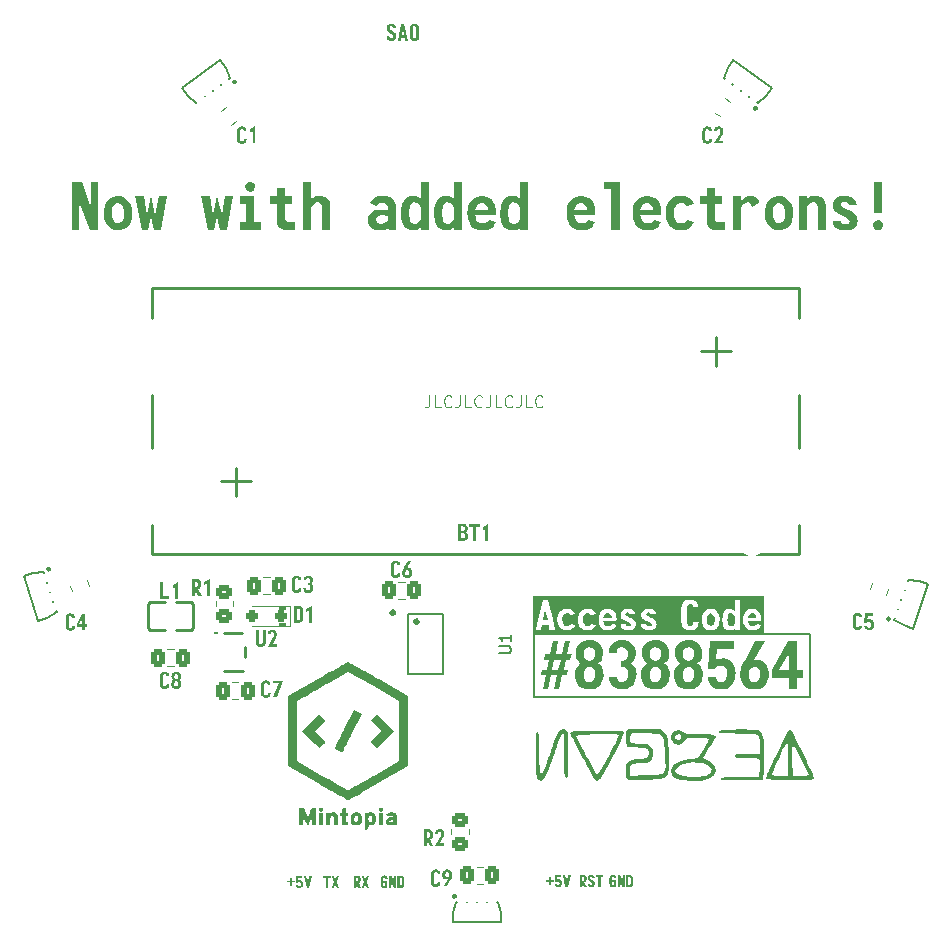
<source format=gbr>
%TF.GenerationSoftware,KiCad,Pcbnew,8.0.4*%
%TF.CreationDate,2024-08-27T18:10:03+01:00*%
%TF.ProjectId,PLAN Badge v4,504c414e-2042-4616-9467-652076342e6b,rev?*%
%TF.SameCoordinates,Original*%
%TF.FileFunction,Legend,Top*%
%TF.FilePolarity,Positive*%
%FSLAX46Y46*%
G04 Gerber Fmt 4.6, Leading zero omitted, Abs format (unit mm)*
G04 Created by KiCad (PCBNEW 8.0.4) date 2024-08-27 18:10:03*
%MOMM*%
%LPD*%
G01*
G04 APERTURE LIST*
G04 Aperture macros list*
%AMRoundRect*
0 Rectangle with rounded corners*
0 $1 Rounding radius*
0 $2 $3 $4 $5 $6 $7 $8 $9 X,Y pos of 4 corners*
0 Add a 4 corners polygon primitive as box body*
4,1,4,$2,$3,$4,$5,$6,$7,$8,$9,$2,$3,0*
0 Add four circle primitives for the rounded corners*
1,1,$1+$1,$2,$3*
1,1,$1+$1,$4,$5*
1,1,$1+$1,$6,$7*
1,1,$1+$1,$8,$9*
0 Add four rect primitives between the rounded corners*
20,1,$1+$1,$2,$3,$4,$5,0*
20,1,$1+$1,$4,$5,$6,$7,0*
20,1,$1+$1,$6,$7,$8,$9,0*
20,1,$1+$1,$8,$9,$2,$3,0*%
%AMRotRect*
0 Rectangle, with rotation*
0 The origin of the aperture is its center*
0 $1 length*
0 $2 width*
0 $3 Rotation angle, in degrees counterclockwise*
0 Add horizontal line*
21,1,$1,$2,0,0,$3*%
G04 Aperture macros list end*
%ADD10C,0.200000*%
%ADD11C,0.100000*%
%ADD12C,0.250000*%
%ADD13C,0.150000*%
%ADD14C,0.120000*%
%ADD15C,0.180000*%
%ADD16C,0.000000*%
%ADD17C,0.300000*%
%ADD18C,8.000000*%
%ADD19RoundRect,0.250000X0.250000X0.250000X-0.250000X0.250000X-0.250000X-0.250000X0.250000X-0.250000X0*%
%ADD20RotRect,0.420000X1.300000X108.000000*%
%ADD21RotRect,0.420000X1.300000X288.000000*%
%ADD22R,1.200000X1.800000*%
%ADD23RoundRect,0.250000X-0.337500X-0.475000X0.337500X-0.475000X0.337500X0.475000X-0.337500X0.475000X0*%
%ADD24R,0.420000X1.300000*%
%ADD25RoundRect,0.250000X0.337500X0.475000X-0.337500X0.475000X-0.337500X-0.475000X0.337500X-0.475000X0*%
%ADD26RoundRect,0.250000X-0.339242X0.473757X-0.559001X-0.164468X0.339242X-0.473757X0.559001X0.164468X0*%
%ADD27C,1.900000*%
%ADD28R,7.450000X6.100000*%
%ADD29RoundRect,0.250000X0.006155X-0.582661X0.552241X-0.185906X-0.006155X0.582661X-0.552241X0.185906X0*%
%ADD30RoundRect,0.250000X0.450000X-0.350000X0.450000X0.350000X-0.450000X0.350000X-0.450000X-0.350000X0*%
%ADD31O,2.050000X0.590000*%
%ADD32RotRect,0.420000X1.300000X324.000000*%
%ADD33RotRect,0.420000X1.300000X144.000000*%
%ADD34R,1.100000X0.700000*%
%ADD35R,1.700000X1.700000*%
%ADD36O,1.700000X1.700000*%
%ADD37RotRect,0.420000X1.300000X36.000000*%
%ADD38RotRect,0.420000X1.300000X216.000000*%
%ADD39RotRect,0.420000X1.300000X251.000000*%
%ADD40RotRect,0.420000X1.300000X71.000000*%
%ADD41RoundRect,0.250000X-0.450000X0.350000X-0.450000X-0.350000X0.450000X-0.350000X0.450000X0.350000X0*%
%ADD42RoundRect,0.250000X0.556045X-0.174199X0.347459X0.467765X-0.556045X0.174199X-0.347459X-0.467765X0*%
%ADD43RoundRect,0.250000X-0.552241X-0.185906X-0.006155X-0.582661X0.552241X0.185906X0.006155X0.582661X0*%
G04 APERTURE END LIST*
D10*
X168194112Y-115191830D02*
X168194111Y-120525799D01*
X144826119Y-120525810D01*
X144826109Y-115191822D01*
X168194112Y-115191830D01*
D11*
X123215400Y-114249200D02*
X123723400Y-114249200D01*
X123723400Y-114503200D01*
X123215400Y-114503200D01*
X123215400Y-114249200D01*
G36*
X123215400Y-114249200D02*
G01*
X123723400Y-114249200D01*
X123723400Y-114503200D01*
X123215400Y-114503200D01*
X123215400Y-114249200D01*
G37*
X123215400Y-112826800D02*
X123723400Y-112826800D01*
X123723400Y-113080800D01*
X123215400Y-113080800D01*
X123215400Y-112826800D01*
G36*
X123215400Y-112826800D02*
G01*
X123723400Y-112826800D01*
X123723400Y-113080800D01*
X123215400Y-113080800D01*
X123215400Y-112826800D01*
G37*
D12*
G36*
X151811699Y-136043489D02*
G01*
X151534239Y-136043489D01*
X151534239Y-136205666D01*
X151616793Y-136205911D01*
X151616793Y-136340488D01*
X151613686Y-136391043D01*
X151599946Y-136439505D01*
X151563378Y-136474647D01*
X151529599Y-136480440D01*
X151480115Y-136467518D01*
X151447599Y-136429239D01*
X151432569Y-136377932D01*
X151428362Y-136327982D01*
X151428238Y-136316553D01*
X151428238Y-135920635D01*
X151431222Y-135868721D01*
X151442352Y-135821073D01*
X151469033Y-135779655D01*
X151513626Y-135758731D01*
X151537903Y-135756748D01*
X151589205Y-135767217D01*
X151625581Y-135800715D01*
X151641327Y-135852908D01*
X151642195Y-135871542D01*
X151829285Y-135871542D01*
X151822457Y-135820447D01*
X151806504Y-135760246D01*
X151782851Y-135709072D01*
X151751638Y-135666885D01*
X151713005Y-135633649D01*
X151667094Y-135609326D01*
X151614042Y-135593881D01*
X151553993Y-135587274D01*
X151537903Y-135586999D01*
X151481856Y-135590519D01*
X151431796Y-135600832D01*
X151374187Y-135624518D01*
X151326793Y-135658760D01*
X151289367Y-135702687D01*
X151261665Y-135755430D01*
X151243440Y-135816119D01*
X151235842Y-135866326D01*
X151233332Y-135920146D01*
X151233332Y-136316308D01*
X151235841Y-136370648D01*
X151243255Y-136421197D01*
X151260474Y-136482112D01*
X151285706Y-136534879D01*
X151318548Y-136578695D01*
X151358595Y-136612755D01*
X151405444Y-136636254D01*
X151458692Y-136648389D01*
X151487589Y-136649944D01*
X151540983Y-136645021D01*
X151588492Y-136632542D01*
X151634576Y-136609354D01*
X151644881Y-136598653D01*
X151644881Y-136634313D01*
X151811699Y-136634313D01*
X151811699Y-136043489D01*
G37*
G36*
X152522446Y-135602631D02*
G01*
X152345858Y-135602631D01*
X152353674Y-136165610D01*
X152167561Y-135602631D01*
X151946765Y-135602631D01*
X151946765Y-136634313D01*
X152123353Y-136634313D01*
X152123353Y-136074752D01*
X152337066Y-136634313D01*
X152522446Y-136634313D01*
X152522446Y-135602631D01*
G37*
G36*
X152979464Y-135603903D02*
G01*
X153041461Y-135614047D01*
X153094782Y-135634257D01*
X153139366Y-135664448D01*
X153175153Y-135704539D01*
X153202082Y-135754445D01*
X153220094Y-135814085D01*
X153227716Y-135865152D01*
X153230262Y-135921612D01*
X153230262Y-136321193D01*
X153229129Y-136358681D01*
X153223197Y-136410529D01*
X153207424Y-136471419D01*
X153182718Y-136522806D01*
X153149140Y-136564600D01*
X153106750Y-136596707D01*
X153055607Y-136619037D01*
X152995774Y-136631498D01*
X152945230Y-136634313D01*
X152646277Y-136634313D01*
X152646277Y-136447955D01*
X152841183Y-136447955D01*
X152934239Y-136447955D01*
X152969079Y-136443079D01*
X153010657Y-136413486D01*
X153030869Y-136364264D01*
X153035600Y-136311423D01*
X153035600Y-135938465D01*
X153033191Y-135895663D01*
X153019183Y-135842087D01*
X152983698Y-135801134D01*
X152934239Y-135789232D01*
X152841183Y-135789232D01*
X152841183Y-136447955D01*
X152646277Y-136447955D01*
X152646277Y-135602631D01*
X152945230Y-135602631D01*
X152979464Y-135603903D01*
G37*
D11*
G36*
X151198168Y-113464912D02*
G01*
X151309302Y-113539023D01*
X151376326Y-113643526D01*
X151415508Y-113781546D01*
X151423863Y-113850131D01*
X150716780Y-113850131D01*
X150745849Y-113723493D01*
X150796641Y-113600212D01*
X150883992Y-113498765D01*
X151010826Y-113447785D01*
X151070322Y-113443467D01*
X151198168Y-113464912D01*
G37*
G36*
X159928859Y-113485469D02*
G01*
X160028251Y-113573585D01*
X160092063Y-113686403D01*
X160132724Y-113826913D01*
X160146587Y-113960558D01*
X160146996Y-113988739D01*
X160137022Y-114125146D01*
X160108349Y-114247413D01*
X160051894Y-114370292D01*
X159959723Y-114472752D01*
X159844115Y-114521562D01*
X159807499Y-114524242D01*
X159685894Y-114492613D01*
X159586493Y-114404453D01*
X159522773Y-114291537D01*
X159482222Y-114150849D01*
X159468408Y-114016975D01*
X159468001Y-113988739D01*
X159477937Y-113852576D01*
X159506526Y-113730477D01*
X159562874Y-113607720D01*
X159655008Y-113505323D01*
X159770782Y-113456527D01*
X159807499Y-113453847D01*
X159928859Y-113485469D01*
G37*
G36*
X161616804Y-113449346D02*
G01*
X161724376Y-113522750D01*
X161805641Y-113617926D01*
X161829219Y-113654126D01*
X161829219Y-114314193D01*
X161760821Y-114417653D01*
X161667084Y-114499487D01*
X161542928Y-114550378D01*
X161489721Y-114555382D01*
X161362005Y-114514865D01*
X161282777Y-114405477D01*
X161244937Y-114273655D01*
X161227748Y-114128792D01*
X161223497Y-113988739D01*
X161227754Y-113847809D01*
X161245005Y-113702493D01*
X161283092Y-113570789D01*
X161363138Y-113462093D01*
X161492774Y-113422096D01*
X161616804Y-113449346D01*
G37*
G36*
X163439620Y-113464912D02*
G01*
X163550753Y-113539023D01*
X163617777Y-113643526D01*
X163656959Y-113781546D01*
X163665315Y-113850131D01*
X162958232Y-113850131D01*
X162987300Y-113723493D01*
X163038093Y-113600212D01*
X163125443Y-113498765D01*
X163252278Y-113447785D01*
X163311773Y-113443467D01*
X163439620Y-113464912D01*
G37*
G36*
X145988238Y-114052242D02*
G01*
X145617600Y-114052242D01*
X145806278Y-113159535D01*
X145988238Y-114052242D01*
G37*
G36*
X164349146Y-115183038D02*
G01*
X144727383Y-115183038D01*
X144727383Y-114866182D01*
X145005161Y-114866182D01*
X145452736Y-114866182D01*
X145530283Y-114475393D01*
X146072502Y-114475393D01*
X146153102Y-114866182D01*
X146629376Y-114866182D01*
X146424489Y-113982022D01*
X146813169Y-113982022D01*
X146820879Y-114126705D01*
X146843811Y-114263128D01*
X146881666Y-114389988D01*
X146934144Y-114505981D01*
X147000947Y-114609801D01*
X147111785Y-114727041D01*
X147246850Y-114817234D01*
X147363622Y-114865268D01*
X147493323Y-114895045D01*
X147635656Y-114905260D01*
X147771832Y-114895857D01*
X147899524Y-114866881D01*
X148016511Y-114817188D01*
X148120570Y-114745632D01*
X148209480Y-114651066D01*
X148281018Y-114532344D01*
X148304271Y-114477835D01*
X147950730Y-114342281D01*
X147868652Y-114441092D01*
X147756922Y-114498657D01*
X147633253Y-114520340D01*
X147618559Y-114520578D01*
X147491339Y-114499290D01*
X147375108Y-114423618D01*
X147303600Y-114318910D01*
X147258532Y-114180864D01*
X147241504Y-114042710D01*
X147239983Y-113982022D01*
X148561947Y-113982022D01*
X148569658Y-114126705D01*
X148592590Y-114263128D01*
X148630444Y-114389988D01*
X148682923Y-114505981D01*
X148749726Y-114609801D01*
X148860564Y-114727041D01*
X148995629Y-114817234D01*
X149112400Y-114865268D01*
X149242102Y-114895045D01*
X149384435Y-114905260D01*
X149520611Y-114895857D01*
X149648303Y-114866881D01*
X149765290Y-114817188D01*
X149869349Y-114745632D01*
X149958259Y-114651066D01*
X150029797Y-114532344D01*
X150053050Y-114477835D01*
X149699509Y-114342281D01*
X149617431Y-114441092D01*
X149505701Y-114498657D01*
X149382032Y-114520340D01*
X149367338Y-114520578D01*
X149240117Y-114499290D01*
X149123886Y-114423618D01*
X149052379Y-114318910D01*
X149007311Y-114180864D01*
X148990283Y-114042710D01*
X148988762Y-113982022D01*
X148988881Y-113980191D01*
X150310726Y-113980191D01*
X150317996Y-114131971D01*
X150339714Y-114272803D01*
X150375741Y-114401817D01*
X150425938Y-114518145D01*
X150514669Y-114652011D01*
X150628015Y-114759716D01*
X150765648Y-114839200D01*
X150884612Y-114879053D01*
X151016912Y-114901003D01*
X151112453Y-114905260D01*
X151243463Y-114897170D01*
X151371666Y-114871130D01*
X151493094Y-114824484D01*
X151603777Y-114754576D01*
X151699747Y-114658753D01*
X151777034Y-114534357D01*
X151801829Y-114476004D01*
X151577971Y-114387466D01*
X152171857Y-114387466D01*
X152193162Y-114533511D01*
X152246376Y-114656373D01*
X152330046Y-114755409D01*
X152442718Y-114829977D01*
X152582940Y-114879433D01*
X152713975Y-114900486D01*
X152822764Y-114905260D01*
X152979254Y-114895083D01*
X153112974Y-114865743D01*
X153249000Y-114804845D01*
X153351512Y-114720296D01*
X153421656Y-114615587D01*
X153460579Y-114494214D01*
X153470008Y-114387466D01*
X153920636Y-114387466D01*
X153941940Y-114533511D01*
X153995155Y-114656373D01*
X154078825Y-114755409D01*
X154191497Y-114829977D01*
X154331718Y-114879433D01*
X154462754Y-114900486D01*
X154571543Y-114905260D01*
X154728032Y-114895083D01*
X154861753Y-114865743D01*
X154997779Y-114804845D01*
X155100291Y-114720296D01*
X155170435Y-114615587D01*
X155209358Y-114494214D01*
X155218786Y-114387466D01*
X155206539Y-114265300D01*
X155164059Y-114146089D01*
X155083031Y-114035326D01*
X154984313Y-113955156D01*
X154870387Y-113892883D01*
X154744268Y-113836622D01*
X154630887Y-113788588D01*
X154505821Y-113730790D01*
X154490943Y-113723125D01*
X154383051Y-113653637D01*
X154329742Y-113541164D01*
X154379056Y-113424485D01*
X154501266Y-113382574D01*
X154547118Y-113380574D01*
X154667895Y-113400432D01*
X154749996Y-113497821D01*
X154757167Y-113544217D01*
X155169938Y-113544217D01*
X155140363Y-113408068D01*
X155084715Y-113294552D01*
X154984466Y-113188462D01*
X154873819Y-113125376D01*
X154795389Y-113102138D01*
X157323549Y-113102138D01*
X157323549Y-114092542D01*
X157329588Y-114225184D01*
X157347904Y-114348484D01*
X157391940Y-114496953D01*
X157459043Y-114625459D01*
X157549919Y-114732082D01*
X157665278Y-114814907D01*
X157805828Y-114872014D01*
X157928199Y-114896814D01*
X158065437Y-114905260D01*
X158216784Y-114894782D01*
X158350571Y-114863338D01*
X158466584Y-114810914D01*
X158564608Y-114737496D01*
X158644428Y-114643069D01*
X158705830Y-114527619D01*
X158748599Y-114391132D01*
X158772520Y-114233593D01*
X158345705Y-114233593D01*
X158323952Y-114357328D01*
X158247949Y-114463102D01*
X158131826Y-114514683D01*
X158065437Y-114520578D01*
X157944327Y-114497985D01*
X157842399Y-114411386D01*
X157792553Y-114291829D01*
X157773074Y-114148266D01*
X157771735Y-114091321D01*
X157771735Y-113988739D01*
X159054620Y-113988739D01*
X159062273Y-114132550D01*
X159084804Y-114268091D01*
X159121569Y-114394079D01*
X159171925Y-114509230D01*
X159259097Y-114643692D01*
X159367765Y-114753566D01*
X159496404Y-114835813D01*
X159643490Y-114887392D01*
X159764993Y-114904120D01*
X159807499Y-114905260D01*
X159932017Y-114895138D01*
X160083417Y-114851702D01*
X160216719Y-114776837D01*
X160330412Y-114673584D01*
X160422988Y-114544984D01*
X160477653Y-114433730D01*
X160518953Y-114311212D01*
X160546251Y-114178713D01*
X160558910Y-114037516D01*
X160559767Y-113988739D01*
X160559572Y-113985075D01*
X160796682Y-113985075D01*
X160796682Y-113988739D01*
X160800768Y-114136500D01*
X160813523Y-114274440D01*
X160835697Y-114401531D01*
X160881207Y-114552330D01*
X160946566Y-114679571D01*
X161033549Y-114780814D01*
X161143932Y-114853619D01*
X161279487Y-114895547D01*
X161398741Y-114905260D01*
X161535431Y-114893687D01*
X161658783Y-114859846D01*
X161774698Y-114796797D01*
X161843263Y-114730627D01*
X161843263Y-114866182D01*
X162256033Y-114866182D01*
X162256033Y-113980191D01*
X162552178Y-113980191D01*
X162559448Y-114131971D01*
X162581166Y-114272803D01*
X162617193Y-114401817D01*
X162667389Y-114518145D01*
X162756121Y-114652011D01*
X162869467Y-114759716D01*
X163007099Y-114839200D01*
X163126063Y-114879053D01*
X163258364Y-114901003D01*
X163353905Y-114905260D01*
X163484915Y-114897170D01*
X163613118Y-114871130D01*
X163734546Y-114824484D01*
X163845229Y-114754576D01*
X163941199Y-114658753D01*
X164018486Y-114534357D01*
X164043280Y-114476004D01*
X163689739Y-114336175D01*
X163610296Y-114438902D01*
X163500760Y-114497604D01*
X163379438Y-114519802D01*
X163350241Y-114520578D01*
X163213704Y-114499859D01*
X163106800Y-114437575D01*
X163029184Y-114333535D01*
X162985705Y-114210977D01*
X162965559Y-114085215D01*
X164064652Y-114085215D01*
X164071324Y-113959972D01*
X164071368Y-113927678D01*
X164063225Y-113776823D01*
X164039454Y-113640018D01*
X164001042Y-113517436D01*
X163928757Y-113376414D01*
X163834539Y-113261389D01*
X163720727Y-113172771D01*
X163589661Y-113110966D01*
X163443682Y-113076382D01*
X163325817Y-113068554D01*
X163199219Y-113077593D01*
X163044588Y-113116994D01*
X162907774Y-113186268D01*
X162790553Y-113283904D01*
X162694697Y-113408394D01*
X162637895Y-113518475D01*
X162594859Y-113642175D01*
X162566336Y-113778856D01*
X162559995Y-113850131D01*
X162553077Y-113927882D01*
X162552178Y-113980191D01*
X162256033Y-113980191D01*
X162256033Y-112326056D01*
X161829219Y-112326056D01*
X161829219Y-113229754D01*
X161724637Y-113149967D01*
X161604234Y-113098028D01*
X161473633Y-113072226D01*
X161398741Y-113068554D01*
X161243141Y-113085872D01*
X161114045Y-113136112D01*
X161009679Y-113216706D01*
X160928268Y-113325085D01*
X160868037Y-113458681D01*
X160827213Y-113614923D01*
X160808262Y-113745422D01*
X160798480Y-113886132D01*
X160796682Y-113985075D01*
X160559572Y-113985075D01*
X160552129Y-113844978D01*
X160529640Y-113709275D01*
X160492936Y-113582959D01*
X160442655Y-113467357D01*
X160355595Y-113332184D01*
X160247039Y-113221568D01*
X160118498Y-113138659D01*
X159971481Y-113086605D01*
X159850002Y-113069707D01*
X159807499Y-113068554D01*
X159682965Y-113078782D01*
X159531506Y-113122630D01*
X159398112Y-113198121D01*
X159284309Y-113302105D01*
X159191619Y-113431434D01*
X159136876Y-113543169D01*
X159095509Y-113666061D01*
X159068162Y-113798783D01*
X159055478Y-113940005D01*
X159054620Y-113988739D01*
X157771735Y-113988739D01*
X157771735Y-113101527D01*
X157779987Y-112967608D01*
X157810512Y-112843486D01*
X157882797Y-112734079D01*
X158001626Y-112677717D01*
X158065437Y-112672270D01*
X158189085Y-112695072D01*
X158292849Y-112777685D01*
X158341426Y-112903096D01*
X158345705Y-112961087D01*
X158772520Y-112961087D01*
X158748599Y-112802917D01*
X158705830Y-112665906D01*
X158644428Y-112550033D01*
X158564608Y-112455276D01*
X158466584Y-112381613D01*
X158350571Y-112329023D01*
X158216784Y-112297485D01*
X158065437Y-112286977D01*
X157928199Y-112295440D01*
X157805828Y-112320292D01*
X157665278Y-112377528D01*
X157549919Y-112460557D01*
X157459043Y-112567467D01*
X157391940Y-112696348D01*
X157347904Y-112845290D01*
X157329588Y-112969012D01*
X157323549Y-113102138D01*
X154795389Y-113102138D01*
X154739245Y-113085503D01*
X154614810Y-113070441D01*
X154547118Y-113068554D01*
X154404783Y-113077452D01*
X154280264Y-113103559D01*
X154150217Y-113159052D01*
X154049266Y-113238341D01*
X153978112Y-113339705D01*
X153937453Y-113461426D01*
X153927352Y-113572305D01*
X153942521Y-113701638D01*
X153996169Y-113821421D01*
X154079172Y-113912784D01*
X154127021Y-113949660D01*
X154233047Y-114014490D01*
X154356533Y-114077659D01*
X154471930Y-114134405D01*
X154587957Y-114195058D01*
X154620391Y-114213442D01*
X154722352Y-114281051D01*
X154793955Y-114381782D01*
X154798689Y-114423491D01*
X154745897Y-114540186D01*
X154627949Y-114578073D01*
X154585587Y-114579807D01*
X154463524Y-114562745D01*
X154367641Y-114484169D01*
X154347450Y-114387466D01*
X153920636Y-114387466D01*
X153470008Y-114387466D01*
X153457760Y-114265300D01*
X153415280Y-114146089D01*
X153334252Y-114035326D01*
X153235534Y-113955156D01*
X153121608Y-113892883D01*
X152995489Y-113836622D01*
X152882108Y-113788588D01*
X152757043Y-113730790D01*
X152742164Y-113723125D01*
X152634272Y-113653637D01*
X152580964Y-113541164D01*
X152630277Y-113424485D01*
X152752487Y-113382574D01*
X152798340Y-113380574D01*
X152919116Y-113400432D01*
X153001218Y-113497821D01*
X153008389Y-113544217D01*
X153421159Y-113544217D01*
X153391584Y-113408068D01*
X153335936Y-113294552D01*
X153235687Y-113188462D01*
X153125040Y-113125376D01*
X152990466Y-113085503D01*
X152866031Y-113070441D01*
X152798340Y-113068554D01*
X152656004Y-113077452D01*
X152531485Y-113103559D01*
X152401438Y-113159052D01*
X152300488Y-113238341D01*
X152229334Y-113339705D01*
X152188675Y-113461426D01*
X152178573Y-113572305D01*
X152193743Y-113701638D01*
X152247390Y-113821421D01*
X152330393Y-113912784D01*
X152378242Y-113949660D01*
X152484268Y-114014490D01*
X152607754Y-114077659D01*
X152723151Y-114134405D01*
X152839178Y-114195058D01*
X152871613Y-114213442D01*
X152973573Y-114281051D01*
X153045176Y-114381782D01*
X153049910Y-114423491D01*
X152997118Y-114540186D01*
X152879170Y-114578073D01*
X152836808Y-114579807D01*
X152714745Y-114562745D01*
X152618862Y-114484169D01*
X152598671Y-114387466D01*
X152171857Y-114387466D01*
X151577971Y-114387466D01*
X151448287Y-114336175D01*
X151368845Y-114438902D01*
X151259308Y-114497604D01*
X151137987Y-114519802D01*
X151108790Y-114520578D01*
X150972253Y-114499859D01*
X150865349Y-114437575D01*
X150787732Y-114333535D01*
X150744253Y-114210977D01*
X150724107Y-114085215D01*
X151823200Y-114085215D01*
X151829873Y-113959972D01*
X151829917Y-113927678D01*
X151821774Y-113776823D01*
X151798003Y-113640018D01*
X151759591Y-113517436D01*
X151687306Y-113376414D01*
X151593088Y-113261389D01*
X151479276Y-113172771D01*
X151348210Y-113110966D01*
X151202230Y-113076382D01*
X151084365Y-113068554D01*
X150957767Y-113077593D01*
X150803136Y-113116994D01*
X150666323Y-113186268D01*
X150549101Y-113283904D01*
X150453246Y-113408394D01*
X150396444Y-113518475D01*
X150353407Y-113642175D01*
X150324885Y-113778856D01*
X150318543Y-113850131D01*
X150311625Y-113927882D01*
X150310726Y-113980191D01*
X148988881Y-113980191D01*
X148998229Y-113836519D01*
X149026399Y-113712331D01*
X149084398Y-113593371D01*
X149184660Y-113499029D01*
X149319114Y-113456130D01*
X149363675Y-113453847D01*
X149491505Y-113471770D01*
X149607552Y-113526324D01*
X149695296Y-113623145D01*
X149699509Y-113632145D01*
X150053050Y-113496590D01*
X149989071Y-113367845D01*
X149906762Y-113263653D01*
X149808275Y-113182895D01*
X149695761Y-113124453D01*
X149571374Y-113087210D01*
X149437266Y-113070047D01*
X149381382Y-113068554D01*
X149239830Y-113078513D01*
X149110763Y-113107593D01*
X148994495Y-113154593D01*
X148859925Y-113243066D01*
X148749412Y-113358429D01*
X148682762Y-113460887D01*
X148630376Y-113575674D01*
X148592570Y-113701591D01*
X148569655Y-113837440D01*
X148561947Y-113982022D01*
X147239983Y-113982022D01*
X147249451Y-113836519D01*
X147277621Y-113712331D01*
X147335619Y-113593371D01*
X147435882Y-113499029D01*
X147570335Y-113456130D01*
X147614896Y-113453847D01*
X147742726Y-113471770D01*
X147858773Y-113526324D01*
X147946517Y-113623145D01*
X147950730Y-113632145D01*
X148304271Y-113496590D01*
X148240293Y-113367845D01*
X148157983Y-113263653D01*
X148059496Y-113182895D01*
X147946983Y-113124453D01*
X147822595Y-113087210D01*
X147688487Y-113070047D01*
X147632603Y-113068554D01*
X147491051Y-113078513D01*
X147361984Y-113107593D01*
X147245717Y-113154593D01*
X147111146Y-113243066D01*
X147000633Y-113358429D01*
X146933983Y-113460887D01*
X146881598Y-113575674D01*
X146843791Y-113701591D01*
X146820877Y-113837440D01*
X146813169Y-113982022D01*
X146424489Y-113982022D01*
X146040751Y-112326056D01*
X145589512Y-112326056D01*
X145192406Y-114052242D01*
X145005161Y-114866182D01*
X144727383Y-114866182D01*
X144727383Y-112009199D01*
X164349146Y-112009199D01*
X164349146Y-115183038D01*
G37*
G36*
X146958478Y-123412373D02*
G01*
X147272636Y-123269720D01*
X147385903Y-123270468D01*
X147677621Y-123458101D01*
X147686810Y-123480761D01*
X147730374Y-123826628D01*
X147745281Y-124186947D01*
X147752928Y-124579778D01*
X147755920Y-124954629D01*
X147756133Y-125383337D01*
X147755198Y-125617886D01*
X147749154Y-125980822D01*
X147741461Y-126358932D01*
X147731877Y-126720903D01*
X147717051Y-127090125D01*
X147710746Y-127189100D01*
X147626971Y-127524014D01*
X147608164Y-127529331D01*
X147440427Y-127208121D01*
X147397130Y-126806608D01*
X147383292Y-126449708D01*
X147381475Y-126021429D01*
X147388002Y-125653376D01*
X147401290Y-125245171D01*
X147411362Y-124881620D01*
X147417414Y-124492621D01*
X147415090Y-124121803D01*
X147391994Y-123761900D01*
X147351709Y-123639763D01*
X147175610Y-123668828D01*
X147022832Y-124014822D01*
X146884594Y-124395703D01*
X146760607Y-124752611D01*
X146646271Y-125089048D01*
X146584054Y-125274236D01*
X146467340Y-125609712D01*
X146332192Y-125989235D01*
X146208982Y-126324513D01*
X146076887Y-126668443D01*
X145944504Y-126989169D01*
X145864270Y-127165164D01*
X145691404Y-127465217D01*
X145421458Y-127657558D01*
X145116397Y-127487094D01*
X145062421Y-127327586D01*
X145026405Y-126950019D01*
X145011270Y-126552811D01*
X145004166Y-126194359D01*
X145000151Y-125773629D01*
X144999162Y-125392206D01*
X144999621Y-125009360D01*
X145001384Y-124611213D01*
X145005113Y-124231186D01*
X145012551Y-123876256D01*
X145017969Y-123744055D01*
X145093069Y-123405888D01*
X145122260Y-123393566D01*
X145235101Y-123728668D01*
X145255697Y-124098203D01*
X145268093Y-124477329D01*
X145276688Y-124831377D01*
X145284682Y-125245171D01*
X145295421Y-125681599D01*
X145307977Y-126060805D01*
X145326226Y-126454345D01*
X145351871Y-126808574D01*
X145421458Y-127134390D01*
X145534298Y-127062582D01*
X145693681Y-126752532D01*
X145706978Y-126722352D01*
X145838732Y-126397235D01*
X145953175Y-126077795D01*
X146066656Y-125745285D01*
X146175917Y-125418606D01*
X146285671Y-125086051D01*
X146298534Y-125046846D01*
X146414313Y-124696304D01*
X146545662Y-124316881D01*
X146683667Y-123947746D01*
X146834388Y-123601799D01*
X146958478Y-123412373D01*
G37*
G36*
X150081445Y-123392079D02*
G01*
X150427459Y-123393566D01*
X152415840Y-123393566D01*
X152436357Y-123579924D01*
X152333367Y-123911191D01*
X152192289Y-124234395D01*
X152023830Y-124595035D01*
X151849930Y-124954522D01*
X151662589Y-125331550D01*
X151478838Y-125691129D01*
X151298677Y-126033261D01*
X151122105Y-126357946D01*
X150949123Y-126665182D01*
X150746283Y-127010836D01*
X150712979Y-127066002D01*
X150526829Y-127370863D01*
X150417201Y-127524201D01*
X150186392Y-127647300D01*
X149959002Y-127490007D01*
X149777546Y-127193361D01*
X149668353Y-126997614D01*
X149495738Y-126676260D01*
X149328383Y-126365092D01*
X149134499Y-126005133D01*
X148948188Y-125659840D01*
X148769451Y-125329214D01*
X148654501Y-125116944D01*
X148475196Y-124778236D01*
X148286528Y-124413230D01*
X148112138Y-124060845D01*
X148016927Y-123846637D01*
X148398046Y-123846637D01*
X148541104Y-124171585D01*
X148703633Y-124487345D01*
X148885631Y-124830462D01*
X149061703Y-125157309D01*
X149264863Y-125530691D01*
X149468932Y-125902444D01*
X149647729Y-126225257D01*
X149835688Y-126559951D01*
X150009116Y-126860644D01*
X150189811Y-127134390D01*
X150440155Y-126845805D01*
X150636604Y-126524374D01*
X150841175Y-126165880D01*
X151031580Y-125819759D01*
X151189986Y-125525562D01*
X151395657Y-125137193D01*
X151571569Y-124797016D01*
X151749610Y-124439566D01*
X151901880Y-124110021D01*
X152005544Y-123776229D01*
X152002093Y-123767991D01*
X151666053Y-123704481D01*
X151321763Y-123692300D01*
X150943575Y-123690413D01*
X150581279Y-123694313D01*
X150165875Y-123703022D01*
X149751540Y-123714990D01*
X149392450Y-123728668D01*
X149021275Y-123748169D01*
X148646647Y-123779959D01*
X148398046Y-123846637D01*
X148016927Y-123846637D01*
X147967882Y-123736296D01*
X147926168Y-123569666D01*
X148211688Y-123422631D01*
X148554430Y-123402896D01*
X148912665Y-123395704D01*
X149298617Y-123392373D01*
X149664599Y-123391451D01*
X150081445Y-123392079D01*
G37*
G36*
X155884822Y-123550859D02*
G01*
X156080155Y-123851339D01*
X156181648Y-124186487D01*
X156190858Y-124239868D01*
X156227924Y-124589188D01*
X156249402Y-124982365D01*
X156260742Y-125343586D01*
X156267070Y-125688039D01*
X156269504Y-125913664D01*
X156268843Y-126306301D01*
X156256676Y-126674279D01*
X156218008Y-127031646D01*
X156161793Y-127183971D01*
X155825997Y-127379852D01*
X155479623Y-127466927D01*
X155107963Y-127522041D01*
X154756299Y-127554712D01*
X154356336Y-127577232D01*
X154024668Y-127587460D01*
X153680745Y-127596907D01*
X153590404Y-127597719D01*
X153270690Y-127597719D01*
X153019364Y-127573783D01*
X152846685Y-127539589D01*
X152718457Y-127466072D01*
X152655198Y-127356651D01*
X152610746Y-127199358D01*
X152600488Y-127002743D01*
X152597098Y-126743401D01*
X152939590Y-126743401D01*
X152940718Y-126761675D01*
X152969783Y-127204488D01*
X154211025Y-127194229D01*
X154581192Y-127186566D01*
X154924601Y-127173609D01*
X155264200Y-127149777D01*
X155606206Y-127091692D01*
X155761723Y-127031808D01*
X155954919Y-126770224D01*
X155984525Y-126409354D01*
X155976938Y-126027396D01*
X155958345Y-125660986D01*
X155934403Y-125303301D01*
X155905872Y-124958156D01*
X155871712Y-124609070D01*
X155826692Y-124274062D01*
X155729805Y-123944309D01*
X155677948Y-123855185D01*
X155388411Y-123670770D01*
X155377041Y-123668828D01*
X155007318Y-123641900D01*
X154633680Y-123628632D01*
X154260607Y-123619247D01*
X153896981Y-123615260D01*
X153551911Y-123618357D01*
X153206832Y-123637257D01*
X153045010Y-123668828D01*
X152952633Y-124007950D01*
X152980041Y-124150964D01*
X153058688Y-124465548D01*
X153817794Y-124496323D01*
X154166573Y-124512832D01*
X154491416Y-124551033D01*
X154753000Y-124742520D01*
X154889776Y-125012652D01*
X154905194Y-125359407D01*
X154900034Y-125450335D01*
X154843047Y-125797638D01*
X154703419Y-126047021D01*
X154363539Y-126149803D01*
X153991119Y-126169999D01*
X153954570Y-126170119D01*
X153612497Y-126177799D01*
X153265989Y-126214358D01*
X153137334Y-126248765D01*
X152950976Y-126387251D01*
X152939590Y-126743401D01*
X152597098Y-126743401D01*
X152597069Y-126741159D01*
X152607888Y-126392781D01*
X152631263Y-126238507D01*
X152812491Y-126012827D01*
X153113398Y-125869212D01*
X153461699Y-125837723D01*
X153660502Y-125835018D01*
X154003143Y-125821494D01*
X154347429Y-125750493D01*
X154438415Y-125696532D01*
X154575111Y-125373586D01*
X154580321Y-125308430D01*
X154505147Y-124966597D01*
X154477739Y-124939135D01*
X154151186Y-124865618D01*
X153803820Y-124833451D01*
X153542533Y-124821166D01*
X152723586Y-124800649D01*
X152655198Y-124260384D01*
X152621218Y-123906957D01*
X152653702Y-123556896D01*
X152675715Y-123491019D01*
X152764619Y-123265339D01*
X155638625Y-123265339D01*
X155884822Y-123550859D01*
G37*
G36*
X157457745Y-123521794D02*
G01*
X157772330Y-123655151D01*
X158121964Y-123673102D01*
X158485476Y-123678245D01*
X158757117Y-123679086D01*
X159127588Y-123682506D01*
X159475651Y-123694527D01*
X159826553Y-123724019D01*
X159894068Y-123733797D01*
X160218018Y-123862525D01*
X160234298Y-123915025D01*
X160062814Y-124223853D01*
X159876510Y-124517387D01*
X159692323Y-124800649D01*
X159485141Y-125120417D01*
X159293536Y-125431529D01*
X159160607Y-125706790D01*
X159455837Y-125906941D01*
X159475191Y-125913664D01*
X159797715Y-126050674D01*
X160067923Y-126302193D01*
X160174459Y-126505220D01*
X160226226Y-126843843D01*
X160093270Y-127161179D01*
X159998360Y-127262617D01*
X159705467Y-127448868D01*
X159331902Y-127561172D01*
X158924580Y-127619796D01*
X158523710Y-127642111D01*
X158162803Y-127642592D01*
X157968946Y-127637042D01*
X157620274Y-127617914D01*
X157268884Y-127581082D01*
X156934577Y-127505395D01*
X156643928Y-127300231D01*
X156520830Y-127105325D01*
X156432707Y-126773844D01*
X156436333Y-126722352D01*
X156787543Y-126722352D01*
X156895254Y-126997614D01*
X157221800Y-127176718D01*
X157596331Y-127260280D01*
X157952964Y-127297145D01*
X158299746Y-127310970D01*
X158451081Y-127312199D01*
X158799165Y-127302682D01*
X159142815Y-127266137D01*
X159367480Y-127214746D01*
X159675352Y-127055401D01*
X159810293Y-126898451D01*
X159888939Y-126672771D01*
X159741905Y-126476155D01*
X159449973Y-126269282D01*
X159119387Y-126165738D01*
X158987927Y-126141054D01*
X158646889Y-126101350D01*
X158271361Y-126094316D01*
X157929621Y-126121231D01*
X157895429Y-126125667D01*
X157553841Y-126189746D01*
X157219020Y-126310453D01*
X157093579Y-126387251D01*
X156841447Y-126624903D01*
X156787543Y-126722352D01*
X156436333Y-126722352D01*
X156437055Y-126712094D01*
X156590580Y-126398872D01*
X156630251Y-126347928D01*
X156914375Y-126107141D01*
X157253216Y-125945788D01*
X157616320Y-125845276D01*
X157977040Y-125789337D01*
X158107431Y-125776888D01*
X158688729Y-125727307D01*
X159199930Y-124928877D01*
X159401234Y-124618495D01*
X159581193Y-124320651D01*
X159682065Y-124072317D01*
X159324484Y-124023781D01*
X158980621Y-124015607D01*
X158707536Y-124014188D01*
X157772330Y-124014188D01*
X157555198Y-124308256D01*
X157295673Y-124538184D01*
X157102128Y-124595485D01*
X156758819Y-124495334D01*
X156630251Y-124386902D01*
X156450128Y-124091181D01*
X156444503Y-123925283D01*
X156761898Y-123925283D01*
X156806350Y-124072317D01*
X157096999Y-124219352D01*
X157319260Y-124072317D01*
X157250872Y-123807314D01*
X157096999Y-123687635D01*
X156876448Y-123797056D01*
X156761898Y-123925283D01*
X156444503Y-123925283D01*
X156442184Y-123856895D01*
X156600331Y-123547813D01*
X156787543Y-123432890D01*
X157133771Y-123367440D01*
X157457745Y-123521794D01*
G37*
G36*
X161019050Y-123343985D02*
G01*
X161391119Y-123321160D01*
X161765314Y-123305043D01*
X162141637Y-123295634D01*
X162520087Y-123292935D01*
X162737299Y-123294404D01*
X163087933Y-123301673D01*
X163448107Y-123319194D01*
X163788335Y-123360738D01*
X163836636Y-123373050D01*
X164122102Y-123576471D01*
X164164898Y-123644892D01*
X164267881Y-123975078D01*
X164303384Y-124260384D01*
X164323825Y-124607886D01*
X164334239Y-124977256D01*
X164338727Y-125369846D01*
X164339288Y-125588821D01*
X164338059Y-125932685D01*
X164333067Y-126311423D01*
X164322007Y-126690977D01*
X164298659Y-127069889D01*
X164260642Y-127322457D01*
X164200802Y-127618235D01*
X162338939Y-127618235D01*
X161985119Y-127617651D01*
X161616626Y-127615407D01*
X161264052Y-127610662D01*
X160904848Y-127599909D01*
X160808757Y-127594299D01*
X160480074Y-127499631D01*
X160478785Y-127490007D01*
X160788241Y-127382296D01*
X161130047Y-127359456D01*
X161478399Y-127344496D01*
X161862271Y-127331581D01*
X162181646Y-127322457D01*
X163875959Y-127283134D01*
X163925540Y-127036937D01*
X163975549Y-126690295D01*
X163989153Y-126334391D01*
X163988799Y-126279540D01*
X163965291Y-125933753D01*
X163905024Y-125785437D01*
X163552413Y-125734289D01*
X163207829Y-125717566D01*
X162812526Y-125706790D01*
X162461136Y-125703952D01*
X162113365Y-125690441D01*
X161990160Y-125677726D01*
X161778157Y-125570014D01*
X161836287Y-125452045D01*
X162068806Y-125373399D01*
X162412271Y-125339724D01*
X162491102Y-125337495D01*
X162837897Y-125336829D01*
X163116852Y-125342624D01*
X163954605Y-125381947D01*
X163954605Y-124614292D01*
X163940180Y-124267757D01*
X163902914Y-123907037D01*
X163846894Y-123737216D01*
X163501500Y-123674119D01*
X163103041Y-123653468D01*
X162727366Y-123644427D01*
X162372189Y-123640620D01*
X162073935Y-123639763D01*
X161695163Y-123639102D01*
X161323305Y-123636659D01*
X160956039Y-123630874D01*
X160694207Y-123620957D01*
X160400139Y-123521794D01*
X160531786Y-123412373D01*
X160874769Y-123357192D01*
X161019050Y-123343985D01*
G37*
G36*
X166741683Y-123565204D02*
G01*
X166908209Y-123895806D01*
X166973935Y-124032994D01*
X167120896Y-124343161D01*
X167272198Y-124658170D01*
X167427841Y-124978021D01*
X167587824Y-125302714D01*
X167752149Y-125632248D01*
X167920815Y-125966625D01*
X167989497Y-126101731D01*
X168160681Y-126447091D01*
X168314944Y-126768180D01*
X168457517Y-127085223D01*
X168481891Y-127144648D01*
X168552202Y-127481619D01*
X168540020Y-127500266D01*
X168170533Y-127556157D01*
X167793865Y-127571864D01*
X167380523Y-127580087D01*
X166984754Y-127583480D01*
X166531123Y-127584041D01*
X166185385Y-127582343D01*
X165774749Y-127577788D01*
X165421656Y-127570615D01*
X165061209Y-127557968D01*
X164707630Y-127533389D01*
X164511967Y-127490007D01*
X164577844Y-127146198D01*
X164604863Y-127076088D01*
X165019443Y-127076088D01*
X165024877Y-127173713D01*
X165384335Y-127231676D01*
X165713886Y-127223294D01*
X166324249Y-127204488D01*
X166353314Y-125805953D01*
X166354600Y-125408473D01*
X166353847Y-125325634D01*
X166715129Y-125325634D01*
X166717013Y-125737305D01*
X166719190Y-125894857D01*
X166737997Y-127204488D01*
X167427006Y-127223294D01*
X167785842Y-127229839D01*
X168107466Y-127154906D01*
X167971099Y-126825722D01*
X167814126Y-126497260D01*
X167632303Y-126127163D01*
X167486845Y-125835018D01*
X167303178Y-125477434D01*
X167118370Y-125128334D01*
X166932360Y-124798629D01*
X166777320Y-124593776D01*
X166721745Y-124960976D01*
X166715129Y-125325634D01*
X166353847Y-125325634D01*
X166351074Y-125020424D01*
X166337770Y-124653934D01*
X166295184Y-124426225D01*
X166061670Y-124718494D01*
X165881731Y-125054927D01*
X165725554Y-125373175D01*
X165546336Y-125756372D01*
X165404671Y-126069487D01*
X165258320Y-126406260D01*
X165127768Y-126730275D01*
X165019443Y-127076088D01*
X164604863Y-127076088D01*
X164717893Y-126782793D01*
X164826552Y-126525737D01*
X164979103Y-126182949D01*
X165148243Y-125820085D01*
X165301865Y-125502363D01*
X165467008Y-125170699D01*
X165643672Y-124825095D01*
X165831856Y-124465548D01*
X166015398Y-124119785D01*
X166199725Y-123782226D01*
X166384533Y-123463420D01*
X166536252Y-123265339D01*
X166741683Y-123565204D01*
G37*
D13*
G36*
X132776492Y-63528452D02*
G01*
X132686918Y-63534847D01*
X132606922Y-63553836D01*
X132537231Y-63585127D01*
X132478577Y-63628427D01*
X132431687Y-63683444D01*
X132397291Y-63749885D01*
X132376119Y-63827458D01*
X132368899Y-63915870D01*
X132374131Y-63992053D01*
X132389257Y-64059531D01*
X132418275Y-64128245D01*
X132458248Y-64187305D01*
X132500204Y-64231139D01*
X132560040Y-64278255D01*
X132626079Y-64319854D01*
X132693725Y-64357785D01*
X132758384Y-64393893D01*
X132792221Y-64414419D01*
X132851926Y-64458301D01*
X132900146Y-64512299D01*
X132925082Y-64579306D01*
X132927287Y-64611718D01*
X132917375Y-64680987D01*
X132879833Y-64743708D01*
X132817823Y-64775547D01*
X132780595Y-64779268D01*
X132711481Y-64766878D01*
X132650414Y-64725844D01*
X132610709Y-64660208D01*
X132597999Y-64604879D01*
X132364796Y-64604879D01*
X132372884Y-64673832D01*
X132393227Y-64755536D01*
X132424418Y-64825446D01*
X132466373Y-64883454D01*
X132519008Y-64929452D01*
X132582239Y-64963331D01*
X132655982Y-64984984D01*
X132740152Y-64994301D01*
X132762814Y-64994691D01*
X132837004Y-64990331D01*
X132924926Y-64971513D01*
X133000166Y-64938831D01*
X133062606Y-64893373D01*
X133112126Y-64836231D01*
X133148604Y-64768495D01*
X133171920Y-64691253D01*
X133181955Y-64605596D01*
X133182375Y-64582995D01*
X133177846Y-64512131D01*
X133160216Y-64437315D01*
X133127794Y-64369019D01*
X133079015Y-64305201D01*
X133033289Y-64261229D01*
X132973347Y-64214654D01*
X132910070Y-64173534D01*
X132846324Y-64136326D01*
X132784976Y-64101490D01*
X132720260Y-64061788D01*
X132711865Y-64056065D01*
X132657709Y-64011376D01*
X132624496Y-63948973D01*
X132619541Y-63902192D01*
X132629670Y-63833127D01*
X132668111Y-63774907D01*
X132736903Y-63746373D01*
X132768627Y-63744216D01*
X132841269Y-63757159D01*
X132896454Y-63801295D01*
X132920895Y-63866999D01*
X132923526Y-63903902D01*
X133152968Y-63903902D01*
X133146735Y-63822189D01*
X133129390Y-63748875D01*
X133100657Y-63684729D01*
X133048305Y-63618612D01*
X132992938Y-63577908D01*
X132925283Y-63548872D01*
X132845066Y-63532275D01*
X132776492Y-63528452D01*
G37*
G36*
X134206827Y-64972807D02*
G01*
X133940114Y-64972807D01*
X133894978Y-64753965D01*
X133591335Y-64753965D01*
X133547908Y-64972807D01*
X133297266Y-64972807D01*
X133402124Y-64517000D01*
X133640232Y-64517000D01*
X133847790Y-64517000D01*
X133745892Y-64017084D01*
X133640232Y-64517000D01*
X133402124Y-64517000D01*
X133624503Y-63550336D01*
X133877197Y-63550336D01*
X134206827Y-64972807D01*
G37*
G36*
X134780837Y-63530524D02*
G01*
X134870397Y-63546754D01*
X134947378Y-63578324D01*
X135011710Y-63624303D01*
X135063318Y-63683762D01*
X135102132Y-63755771D01*
X135128079Y-63839400D01*
X135139052Y-63909189D01*
X135142717Y-63984600D01*
X135142717Y-64538885D01*
X135141087Y-64589760D01*
X135132547Y-64661448D01*
X135109828Y-64747794D01*
X135074224Y-64822738D01*
X135025807Y-64885358D01*
X134964650Y-64934732D01*
X134890824Y-64969940D01*
X134804402Y-64990058D01*
X134731363Y-64994691D01*
X134681828Y-64992622D01*
X134592170Y-64976420D01*
X134515116Y-64944898D01*
X134450735Y-64898979D01*
X134399094Y-64839584D01*
X134360262Y-64767635D01*
X134334307Y-64684053D01*
X134323332Y-64614287D01*
X134319667Y-64538885D01*
X134319667Y-63984600D01*
X134570651Y-63984600D01*
X134570651Y-64538885D01*
X134571400Y-64570492D01*
X134579581Y-64638622D01*
X134604983Y-64709505D01*
X134658494Y-64762839D01*
X134731363Y-64779268D01*
X134765757Y-64776134D01*
X134830520Y-64744052D01*
X134870433Y-64682476D01*
X134887447Y-64613195D01*
X134892075Y-64538885D01*
X134892075Y-63984600D01*
X134891322Y-63952993D01*
X134883106Y-63884863D01*
X134857632Y-63813980D01*
X134804082Y-63760645D01*
X134731363Y-63744216D01*
X134696870Y-63747350D01*
X134632058Y-63779432D01*
X134592213Y-63841008D01*
X134575258Y-63910290D01*
X134570651Y-63984600D01*
X134319667Y-63984600D01*
X134321296Y-63933721D01*
X134329838Y-63862015D01*
X134352563Y-63775625D01*
X134388183Y-63700624D01*
X134436627Y-63637940D01*
X134497830Y-63588504D01*
X134571722Y-63553245D01*
X134658236Y-63533093D01*
X134731363Y-63528452D01*
X134780837Y-63530524D01*
G37*
D12*
G36*
X127650871Y-135667232D02*
G01*
X127010711Y-135667232D01*
X127010711Y-135853833D01*
X127233460Y-135853833D01*
X127233460Y-136698914D01*
X127428122Y-136698914D01*
X127428122Y-135853833D01*
X127650871Y-135853833D01*
X127650871Y-135667232D01*
G37*
G36*
X128154744Y-136174036D02*
G01*
X128351116Y-135667232D01*
X128139601Y-135667232D01*
X128037019Y-135966673D01*
X127929552Y-135667232D01*
X127709490Y-135667232D01*
X127907326Y-136179653D01*
X127709734Y-136698914D01*
X127929552Y-136698914D01*
X128028959Y-136391412D01*
X128128366Y-136698914D01*
X128350871Y-136698914D01*
X128154744Y-136174036D01*
G37*
G36*
X132433397Y-136108090D02*
G01*
X132155937Y-136108090D01*
X132155937Y-136270267D01*
X132238491Y-136270512D01*
X132238491Y-136405089D01*
X132235384Y-136455644D01*
X132221644Y-136504106D01*
X132185076Y-136539248D01*
X132151297Y-136545041D01*
X132101813Y-136532119D01*
X132069297Y-136493840D01*
X132054267Y-136442533D01*
X132050060Y-136392583D01*
X132049936Y-136381154D01*
X132049936Y-135985236D01*
X132052920Y-135933322D01*
X132064050Y-135885674D01*
X132090731Y-135844256D01*
X132135324Y-135823332D01*
X132159601Y-135821349D01*
X132210903Y-135831818D01*
X132247279Y-135865316D01*
X132263025Y-135917509D01*
X132263893Y-135936143D01*
X132450983Y-135936143D01*
X132444155Y-135885048D01*
X132428202Y-135824847D01*
X132404549Y-135773673D01*
X132373336Y-135731486D01*
X132334703Y-135698250D01*
X132288792Y-135673927D01*
X132235740Y-135658482D01*
X132175691Y-135651875D01*
X132159601Y-135651600D01*
X132103554Y-135655120D01*
X132053494Y-135665433D01*
X131995885Y-135689119D01*
X131948491Y-135723361D01*
X131911065Y-135767288D01*
X131883363Y-135820031D01*
X131865138Y-135880720D01*
X131857540Y-135930927D01*
X131855030Y-135984747D01*
X131855030Y-136380909D01*
X131857539Y-136435249D01*
X131864953Y-136485798D01*
X131882172Y-136546713D01*
X131907404Y-136599480D01*
X131940246Y-136643296D01*
X131980293Y-136677356D01*
X132027142Y-136700855D01*
X132080390Y-136712990D01*
X132109287Y-136714545D01*
X132162681Y-136709622D01*
X132210190Y-136697143D01*
X132256274Y-136673955D01*
X132266579Y-136663254D01*
X132266579Y-136698914D01*
X132433397Y-136698914D01*
X132433397Y-136108090D01*
G37*
G36*
X133144144Y-135667232D02*
G01*
X132967556Y-135667232D01*
X132975372Y-136230211D01*
X132789259Y-135667232D01*
X132568463Y-135667232D01*
X132568463Y-136698914D01*
X132745051Y-136698914D01*
X132745051Y-136139353D01*
X132958764Y-136698914D01*
X133144144Y-136698914D01*
X133144144Y-135667232D01*
G37*
G36*
X133601162Y-135668504D02*
G01*
X133663159Y-135678648D01*
X133716480Y-135698858D01*
X133761064Y-135729049D01*
X133796851Y-135769140D01*
X133823780Y-135819046D01*
X133841792Y-135878686D01*
X133849414Y-135929753D01*
X133851960Y-135986213D01*
X133851960Y-136385794D01*
X133850827Y-136423282D01*
X133844895Y-136475130D01*
X133829122Y-136536020D01*
X133804416Y-136587407D01*
X133770838Y-136629201D01*
X133728448Y-136661308D01*
X133677305Y-136683638D01*
X133617472Y-136696099D01*
X133566928Y-136698914D01*
X133267975Y-136698914D01*
X133267975Y-136512556D01*
X133462881Y-136512556D01*
X133555937Y-136512556D01*
X133590777Y-136507680D01*
X133632355Y-136478087D01*
X133652567Y-136428865D01*
X133657298Y-136376024D01*
X133657298Y-136003066D01*
X133654889Y-135960264D01*
X133640881Y-135906688D01*
X133605396Y-135865735D01*
X133555937Y-135853833D01*
X133462881Y-135853833D01*
X133462881Y-136512556D01*
X133267975Y-136512556D01*
X133267975Y-135667232D01*
X133566928Y-135667232D01*
X133601162Y-135668504D01*
G37*
G36*
X146264977Y-136446740D02*
G01*
X146264977Y-136183690D01*
X146521187Y-136183690D01*
X146521187Y-136055951D01*
X146264977Y-136055951D01*
X146264977Y-135805847D01*
X146137238Y-135805847D01*
X146137238Y-136055951D01*
X145881027Y-136055951D01*
X145881027Y-136183690D01*
X146137238Y-136183690D01*
X146137238Y-136446740D01*
X146264977Y-136446740D01*
G37*
G36*
X147161836Y-135602637D02*
G01*
X146641355Y-135602637D01*
X146609603Y-136217640D01*
X146765430Y-136217640D01*
X146795389Y-136176892D01*
X146841886Y-136152553D01*
X146885353Y-136147543D01*
X146934357Y-136154327D01*
X146978837Y-136184759D01*
X147001514Y-136234817D01*
X147008481Y-136288055D01*
X147008940Y-136308987D01*
X147005893Y-136360501D01*
X146994366Y-136409425D01*
X146966146Y-136454015D01*
X146917685Y-136478027D01*
X146890727Y-136480446D01*
X146839579Y-136469976D01*
X146803277Y-136436478D01*
X146787547Y-136384286D01*
X146786679Y-136365651D01*
X146599589Y-136365651D01*
X146607213Y-136416515D01*
X146625329Y-136476526D01*
X146651846Y-136527621D01*
X146686017Y-136569810D01*
X146727096Y-136603101D01*
X146774334Y-136627503D01*
X146826986Y-136643024D01*
X146884304Y-136649673D01*
X146899275Y-136649950D01*
X146951599Y-136646401D01*
X146999396Y-136635958D01*
X147055848Y-136611836D01*
X147103691Y-136576726D01*
X147142604Y-136531349D01*
X147172266Y-136476432D01*
X147188249Y-136429418D01*
X147198713Y-136377750D01*
X147203523Y-136321734D01*
X147203846Y-136302148D01*
X147201107Y-136246571D01*
X147193038Y-136195758D01*
X147174370Y-136135684D01*
X147147142Y-136084715D01*
X147111878Y-136043217D01*
X147069103Y-136011552D01*
X147019339Y-135990083D01*
X146963111Y-135979174D01*
X146932737Y-135977794D01*
X146881978Y-135981040D01*
X146830429Y-135991293D01*
X146796205Y-136007347D01*
X146812813Y-135789238D01*
X147161836Y-135789238D01*
X147161836Y-135602637D01*
G37*
G36*
X147604404Y-136252811D02*
G01*
X147472025Y-135602637D01*
X147265640Y-135602637D01*
X147504509Y-136634319D01*
X147697217Y-136634319D01*
X147934865Y-135602637D01*
X147739471Y-135602637D01*
X147604404Y-136252811D01*
G37*
D11*
X135992312Y-95014231D02*
X135992312Y-95728516D01*
X135992312Y-95728516D02*
X135944693Y-95871373D01*
X135944693Y-95871373D02*
X135849455Y-95966612D01*
X135849455Y-95966612D02*
X135706598Y-96014231D01*
X135706598Y-96014231D02*
X135611360Y-96014231D01*
X136944693Y-96014231D02*
X136468503Y-96014231D01*
X136468503Y-96014231D02*
X136468503Y-95014231D01*
X137849455Y-95918992D02*
X137801836Y-95966612D01*
X137801836Y-95966612D02*
X137658979Y-96014231D01*
X137658979Y-96014231D02*
X137563741Y-96014231D01*
X137563741Y-96014231D02*
X137420884Y-95966612D01*
X137420884Y-95966612D02*
X137325646Y-95871373D01*
X137325646Y-95871373D02*
X137278027Y-95776135D01*
X137278027Y-95776135D02*
X137230408Y-95585659D01*
X137230408Y-95585659D02*
X137230408Y-95442802D01*
X137230408Y-95442802D02*
X137278027Y-95252326D01*
X137278027Y-95252326D02*
X137325646Y-95157088D01*
X137325646Y-95157088D02*
X137420884Y-95061850D01*
X137420884Y-95061850D02*
X137563741Y-95014231D01*
X137563741Y-95014231D02*
X137658979Y-95014231D01*
X137658979Y-95014231D02*
X137801836Y-95061850D01*
X137801836Y-95061850D02*
X137849455Y-95109469D01*
X138563741Y-95014231D02*
X138563741Y-95728516D01*
X138563741Y-95728516D02*
X138516122Y-95871373D01*
X138516122Y-95871373D02*
X138420884Y-95966612D01*
X138420884Y-95966612D02*
X138278027Y-96014231D01*
X138278027Y-96014231D02*
X138182789Y-96014231D01*
X139516122Y-96014231D02*
X139039932Y-96014231D01*
X139039932Y-96014231D02*
X139039932Y-95014231D01*
X140420884Y-95918992D02*
X140373265Y-95966612D01*
X140373265Y-95966612D02*
X140230408Y-96014231D01*
X140230408Y-96014231D02*
X140135170Y-96014231D01*
X140135170Y-96014231D02*
X139992313Y-95966612D01*
X139992313Y-95966612D02*
X139897075Y-95871373D01*
X139897075Y-95871373D02*
X139849456Y-95776135D01*
X139849456Y-95776135D02*
X139801837Y-95585659D01*
X139801837Y-95585659D02*
X139801837Y-95442802D01*
X139801837Y-95442802D02*
X139849456Y-95252326D01*
X139849456Y-95252326D02*
X139897075Y-95157088D01*
X139897075Y-95157088D02*
X139992313Y-95061850D01*
X139992313Y-95061850D02*
X140135170Y-95014231D01*
X140135170Y-95014231D02*
X140230408Y-95014231D01*
X140230408Y-95014231D02*
X140373265Y-95061850D01*
X140373265Y-95061850D02*
X140420884Y-95109469D01*
X141135170Y-95014231D02*
X141135170Y-95728516D01*
X141135170Y-95728516D02*
X141087551Y-95871373D01*
X141087551Y-95871373D02*
X140992313Y-95966612D01*
X140992313Y-95966612D02*
X140849456Y-96014231D01*
X140849456Y-96014231D02*
X140754218Y-96014231D01*
X142087551Y-96014231D02*
X141611361Y-96014231D01*
X141611361Y-96014231D02*
X141611361Y-95014231D01*
X142992313Y-95918992D02*
X142944694Y-95966612D01*
X142944694Y-95966612D02*
X142801837Y-96014231D01*
X142801837Y-96014231D02*
X142706599Y-96014231D01*
X142706599Y-96014231D02*
X142563742Y-95966612D01*
X142563742Y-95966612D02*
X142468504Y-95871373D01*
X142468504Y-95871373D02*
X142420885Y-95776135D01*
X142420885Y-95776135D02*
X142373266Y-95585659D01*
X142373266Y-95585659D02*
X142373266Y-95442802D01*
X142373266Y-95442802D02*
X142420885Y-95252326D01*
X142420885Y-95252326D02*
X142468504Y-95157088D01*
X142468504Y-95157088D02*
X142563742Y-95061850D01*
X142563742Y-95061850D02*
X142706599Y-95014231D01*
X142706599Y-95014231D02*
X142801837Y-95014231D01*
X142801837Y-95014231D02*
X142944694Y-95061850D01*
X142944694Y-95061850D02*
X142992313Y-95109469D01*
X143706599Y-95014231D02*
X143706599Y-95728516D01*
X143706599Y-95728516D02*
X143658980Y-95871373D01*
X143658980Y-95871373D02*
X143563742Y-95966612D01*
X143563742Y-95966612D02*
X143420885Y-96014231D01*
X143420885Y-96014231D02*
X143325647Y-96014231D01*
X144658980Y-96014231D02*
X144182790Y-96014231D01*
X144182790Y-96014231D02*
X144182790Y-95014231D01*
X145563742Y-95918992D02*
X145516123Y-95966612D01*
X145516123Y-95966612D02*
X145373266Y-96014231D01*
X145373266Y-96014231D02*
X145278028Y-96014231D01*
X145278028Y-96014231D02*
X145135171Y-95966612D01*
X145135171Y-95966612D02*
X145039933Y-95871373D01*
X145039933Y-95871373D02*
X144992314Y-95776135D01*
X144992314Y-95776135D02*
X144944695Y-95585659D01*
X144944695Y-95585659D02*
X144944695Y-95442802D01*
X144944695Y-95442802D02*
X144992314Y-95252326D01*
X144992314Y-95252326D02*
X145039933Y-95157088D01*
X145039933Y-95157088D02*
X145135171Y-95061850D01*
X145135171Y-95061850D02*
X145278028Y-95014231D01*
X145278028Y-95014231D02*
X145373266Y-95014231D01*
X145373266Y-95014231D02*
X145516123Y-95061850D01*
X145516123Y-95061850D02*
X145563742Y-95109469D01*
G36*
X146677427Y-116907090D02*
G01*
X147193268Y-116907090D01*
X147439465Y-115781619D01*
X147865424Y-115781619D01*
X147624112Y-116907090D01*
X148033463Y-116907090D01*
X147926974Y-117394598D01*
X147523484Y-117394598D01*
X147349583Y-118233817D01*
X147763819Y-118233817D01*
X147663191Y-118720348D01*
X147243094Y-118720348D01*
X146996897Y-119845820D01*
X146566052Y-119845820D01*
X146812249Y-118720348D01*
X146285662Y-118720348D01*
X146045327Y-119845820D01*
X145613505Y-119845820D01*
X145848955Y-118720348D01*
X145434720Y-118720348D01*
X145538857Y-118244563D01*
X146380428Y-118244563D01*
X146918739Y-118244563D01*
X147091663Y-117394598D01*
X146560191Y-117394598D01*
X146380428Y-118244563D01*
X145538857Y-118244563D01*
X145541209Y-118233817D01*
X145949583Y-118233817D01*
X146140093Y-117394598D01*
X145703387Y-117394598D01*
X145809877Y-116907090D01*
X146240721Y-116907090D01*
X146476171Y-115781619D01*
X146907015Y-115781619D01*
X146677427Y-116907090D01*
G37*
G36*
X149601905Y-115720447D02*
G01*
X149798750Y-115740368D01*
X150031782Y-115802104D01*
X150230628Y-115901164D01*
X150394681Y-116034410D01*
X150523334Y-116198705D01*
X150615980Y-116390913D01*
X150672013Y-116607896D01*
X150690826Y-116846517D01*
X150684548Y-116985530D01*
X150643299Y-117208112D01*
X150563430Y-117403732D01*
X150444816Y-117571652D01*
X150287336Y-117711137D01*
X150336874Y-117736408D01*
X150492462Y-117859565D01*
X150615599Y-118037323D01*
X150690573Y-118233750D01*
X150728484Y-118428892D01*
X150741628Y-118652937D01*
X150736653Y-118792777D01*
X150710691Y-118989934D01*
X150642067Y-119227578D01*
X150535313Y-119434003D01*
X150391230Y-119606612D01*
X150210620Y-119742804D01*
X149994283Y-119839982D01*
X149743021Y-119895545D01*
X149532138Y-119908346D01*
X149389261Y-119902630D01*
X149190917Y-119873128D01*
X148956794Y-119796432D01*
X148758062Y-119679422D01*
X148595511Y-119524697D01*
X148469931Y-119334855D01*
X148382113Y-119112495D01*
X148332846Y-118860217D01*
X148321670Y-118652937D01*
X148321726Y-118648053D01*
X149038767Y-118648053D01*
X149040916Y-118720499D01*
X149072442Y-118915727D01*
X149169681Y-119118831D01*
X149324806Y-119247745D01*
X149532138Y-119292854D01*
X149615395Y-119286369D01*
X149803363Y-119208707D01*
X149937236Y-119050844D01*
X150005462Y-118854487D01*
X150024531Y-118648053D01*
X150019713Y-118538969D01*
X149982083Y-118346962D01*
X149893739Y-118171291D01*
X149738904Y-118041628D01*
X149532138Y-117996413D01*
X149448631Y-118002903D01*
X149260211Y-118080838D01*
X149126128Y-118239853D01*
X149057842Y-118438448D01*
X149038767Y-118648053D01*
X148321726Y-118648053D01*
X148322211Y-118605802D01*
X148340571Y-118387560D01*
X148394571Y-118163721D01*
X148479611Y-117980917D01*
X148612644Y-117818841D01*
X148775962Y-117711137D01*
X148659831Y-117614439D01*
X148530229Y-117454568D01*
X148439160Y-117266787D01*
X148386686Y-117051833D01*
X148376396Y-116903182D01*
X149072961Y-116903182D01*
X149097161Y-117111973D01*
X149180811Y-117298013D01*
X149339628Y-117430197D01*
X149532138Y-117469825D01*
X149724235Y-117430197D01*
X149883122Y-117298013D01*
X149967004Y-117111973D01*
X149991314Y-116903182D01*
X149967004Y-116693879D01*
X149883122Y-116507520D01*
X149724235Y-116375205D01*
X149532138Y-116335561D01*
X149339628Y-116375205D01*
X149180811Y-116507520D01*
X149097161Y-116693879D01*
X149072961Y-116903182D01*
X148376396Y-116903182D01*
X148372473Y-116846517D01*
X148373653Y-116785005D01*
X148401831Y-116551499D01*
X148467092Y-116340416D01*
X148568841Y-116154892D01*
X148706482Y-115998065D01*
X148879419Y-115873072D01*
X149087059Y-115783049D01*
X149328804Y-115731134D01*
X149532138Y-115719092D01*
X149601905Y-115720447D01*
G37*
G36*
X153523066Y-118624605D02*
G01*
X153510799Y-118413565D01*
X153463934Y-118195580D01*
X153382402Y-118014019D01*
X153244033Y-117845348D01*
X153059734Y-117719874D01*
X153029695Y-117705275D01*
X153197301Y-117568853D01*
X153324209Y-117403775D01*
X153410112Y-117212805D01*
X153454702Y-116998702D01*
X153461516Y-116867034D01*
X153443372Y-116645763D01*
X153388900Y-116435014D01*
X153298044Y-116240637D01*
X153170745Y-116068482D01*
X153006948Y-115924399D01*
X152806595Y-115814240D01*
X152569627Y-115743854D01*
X152367840Y-115720686D01*
X152295990Y-115719092D01*
X152062440Y-115736821D01*
X151850552Y-115789480D01*
X151662569Y-115876280D01*
X151500735Y-115996430D01*
X151367294Y-116149141D01*
X151264491Y-116333623D01*
X151194569Y-116549085D01*
X151159772Y-116794738D01*
X151848537Y-116794738D01*
X151876655Y-116590800D01*
X151987952Y-116423502D01*
X152178869Y-116344432D01*
X152295990Y-116335561D01*
X152502909Y-116367175D01*
X152673541Y-116485376D01*
X152763378Y-116673121D01*
X152788818Y-116870237D01*
X152789360Y-116908067D01*
X152772017Y-117104660D01*
X152693956Y-117298437D01*
X152528885Y-117428000D01*
X152311358Y-117469320D01*
X152279381Y-117469825D01*
X152189500Y-117469825D01*
X152189500Y-117991528D01*
X152295990Y-117991528D01*
X152489551Y-118019911D01*
X152658879Y-118125077D01*
X152767861Y-118313088D01*
X152806853Y-118511768D01*
X152811831Y-118630467D01*
X152793064Y-118850496D01*
X152724792Y-119053460D01*
X152587862Y-119211402D01*
X152390734Y-119286705D01*
X152301851Y-119292854D01*
X152100275Y-119257377D01*
X151930038Y-119127552D01*
X151849783Y-118927459D01*
X151842675Y-118833677D01*
X151159772Y-118833677D01*
X151185477Y-119029719D01*
X151249851Y-119259333D01*
X151346568Y-119453190D01*
X151473384Y-119611896D01*
X151628055Y-119736057D01*
X151808337Y-119826282D01*
X152011986Y-119883175D01*
X152236759Y-119907345D01*
X152295990Y-119908346D01*
X152504826Y-119895528D01*
X152755987Y-119839757D01*
X152974504Y-119741931D01*
X153158787Y-119604398D01*
X153307243Y-119429504D01*
X153418281Y-119219597D01*
X153490310Y-118977023D01*
X153517775Y-118775067D01*
X153523066Y-118631444D01*
X153523066Y-118624605D01*
G37*
G36*
X155197998Y-115720447D02*
G01*
X155394842Y-115740368D01*
X155627874Y-115802104D01*
X155826720Y-115901164D01*
X155990773Y-116034410D01*
X156119426Y-116198705D01*
X156212073Y-116390913D01*
X156268105Y-116607896D01*
X156286918Y-116846517D01*
X156280640Y-116985530D01*
X156239391Y-117208112D01*
X156159522Y-117403732D01*
X156040908Y-117571652D01*
X155883429Y-117711137D01*
X155932966Y-117736408D01*
X156088554Y-117859565D01*
X156211691Y-118037323D01*
X156286665Y-118233750D01*
X156324576Y-118428892D01*
X156337720Y-118652937D01*
X156332745Y-118792777D01*
X156306783Y-118989934D01*
X156238160Y-119227578D01*
X156131406Y-119434003D01*
X155987323Y-119606612D01*
X155806712Y-119742804D01*
X155590375Y-119839982D01*
X155339113Y-119895545D01*
X155128230Y-119908346D01*
X154985353Y-119902630D01*
X154787010Y-119873128D01*
X154552886Y-119796432D01*
X154354154Y-119679422D01*
X154191603Y-119524697D01*
X154066023Y-119334855D01*
X153978205Y-119112495D01*
X153928938Y-118860217D01*
X153917762Y-118652937D01*
X153917818Y-118648053D01*
X154634859Y-118648053D01*
X154637008Y-118720499D01*
X154668534Y-118915727D01*
X154765773Y-119118831D01*
X154920898Y-119247745D01*
X155128230Y-119292854D01*
X155211487Y-119286369D01*
X155399455Y-119208707D01*
X155533328Y-119050844D01*
X155601554Y-118854487D01*
X155620623Y-118648053D01*
X155615805Y-118538969D01*
X155578175Y-118346962D01*
X155489831Y-118171291D01*
X155334997Y-118041628D01*
X155128230Y-117996413D01*
X155044723Y-118002903D01*
X154856303Y-118080838D01*
X154722220Y-118239853D01*
X154653934Y-118438448D01*
X154634859Y-118648053D01*
X153917818Y-118648053D01*
X153918303Y-118605802D01*
X153936664Y-118387560D01*
X153990663Y-118163721D01*
X154075703Y-117980917D01*
X154208736Y-117818841D01*
X154372054Y-117711137D01*
X154255923Y-117614439D01*
X154126321Y-117454568D01*
X154035252Y-117266787D01*
X153982778Y-117051833D01*
X153972488Y-116903182D01*
X154669053Y-116903182D01*
X154693253Y-117111973D01*
X154776903Y-117298013D01*
X154935721Y-117430197D01*
X155128230Y-117469825D01*
X155320327Y-117430197D01*
X155479214Y-117298013D01*
X155563096Y-117111973D01*
X155587406Y-116903182D01*
X155563096Y-116693879D01*
X155479214Y-116507520D01*
X155320327Y-116375205D01*
X155128230Y-116335561D01*
X154935721Y-116375205D01*
X154776903Y-116507520D01*
X154693253Y-116693879D01*
X154669053Y-116903182D01*
X153972488Y-116903182D01*
X153968565Y-116846517D01*
X153969745Y-116785005D01*
X153997923Y-116551499D01*
X154063184Y-116340416D01*
X154164933Y-116154892D01*
X154302574Y-115998065D01*
X154475512Y-115873072D01*
X154683151Y-115783049D01*
X154924896Y-115731134D01*
X155128230Y-115719092D01*
X155197998Y-115720447D01*
G37*
G36*
X157996044Y-115720447D02*
G01*
X158192888Y-115740368D01*
X158425920Y-115802104D01*
X158624766Y-115901164D01*
X158788819Y-116034410D01*
X158917472Y-116198705D01*
X159010119Y-116390913D01*
X159066151Y-116607896D01*
X159084964Y-116846517D01*
X159078686Y-116985530D01*
X159037437Y-117208112D01*
X158957568Y-117403732D01*
X158838954Y-117571652D01*
X158681475Y-117711137D01*
X158731012Y-117736408D01*
X158886600Y-117859565D01*
X159009737Y-118037323D01*
X159084711Y-118233750D01*
X159122622Y-118428892D01*
X159135766Y-118652937D01*
X159130791Y-118792777D01*
X159104829Y-118989934D01*
X159036206Y-119227578D01*
X158929452Y-119434003D01*
X158785369Y-119606612D01*
X158604758Y-119742804D01*
X158388421Y-119839982D01*
X158137159Y-119895545D01*
X157926276Y-119908346D01*
X157783399Y-119902630D01*
X157585056Y-119873128D01*
X157350932Y-119796432D01*
X157152200Y-119679422D01*
X156989649Y-119524697D01*
X156864069Y-119334855D01*
X156776251Y-119112495D01*
X156726984Y-118860217D01*
X156715808Y-118652937D01*
X156715864Y-118648053D01*
X157432905Y-118648053D01*
X157435054Y-118720499D01*
X157466580Y-118915727D01*
X157563819Y-119118831D01*
X157718944Y-119247745D01*
X157926276Y-119292854D01*
X158009533Y-119286369D01*
X158197501Y-119208707D01*
X158331374Y-119050844D01*
X158399600Y-118854487D01*
X158418669Y-118648053D01*
X158413851Y-118538969D01*
X158376221Y-118346962D01*
X158287877Y-118171291D01*
X158133043Y-118041628D01*
X157926276Y-117996413D01*
X157842769Y-118002903D01*
X157654349Y-118080838D01*
X157520266Y-118239853D01*
X157451980Y-118438448D01*
X157432905Y-118648053D01*
X156715864Y-118648053D01*
X156716349Y-118605802D01*
X156734710Y-118387560D01*
X156788709Y-118163721D01*
X156873749Y-117980917D01*
X157006782Y-117818841D01*
X157170100Y-117711137D01*
X157053969Y-117614439D01*
X156924367Y-117454568D01*
X156833298Y-117266787D01*
X156780824Y-117051833D01*
X156770534Y-116903182D01*
X157467099Y-116903182D01*
X157491299Y-117111973D01*
X157574949Y-117298013D01*
X157733767Y-117430197D01*
X157926276Y-117469825D01*
X158118373Y-117430197D01*
X158277260Y-117298013D01*
X158361142Y-117111973D01*
X158385452Y-116903182D01*
X158361142Y-116693879D01*
X158277260Y-116507520D01*
X158118373Y-116375205D01*
X157926276Y-116335561D01*
X157733767Y-116375205D01*
X157574949Y-116507520D01*
X157491299Y-116693879D01*
X157467099Y-116903182D01*
X156770534Y-116903182D01*
X156766611Y-116846517D01*
X156767791Y-116785005D01*
X156795969Y-116551499D01*
X156861230Y-116340416D01*
X156962979Y-116154892D01*
X157100620Y-115998065D01*
X157273558Y-115873072D01*
X157481197Y-115783049D01*
X157722942Y-115731134D01*
X157926276Y-115719092D01*
X157996044Y-115720447D01*
G37*
G36*
X161737441Y-115781619D02*
G01*
X159716087Y-115781619D01*
X159592989Y-118179106D01*
X160163540Y-118179106D01*
X160283891Y-118021266D01*
X160460351Y-117925949D01*
X160662773Y-117898716D01*
X160868489Y-117928374D01*
X161040947Y-118038926D01*
X161147195Y-118237830D01*
X161183818Y-118449120D01*
X161188383Y-118575757D01*
X161175049Y-118787450D01*
X161124951Y-118990823D01*
X161021980Y-119160541D01*
X160849420Y-119268955D01*
X160684266Y-119292854D01*
X160486994Y-119256553D01*
X160321301Y-119125118D01*
X160243658Y-118925776D01*
X160236813Y-118833677D01*
X159553910Y-118833677D01*
X159597057Y-119084057D01*
X159674871Y-119301646D01*
X159784651Y-119486263D01*
X159923694Y-119637725D01*
X160089298Y-119755847D01*
X160278762Y-119840446D01*
X160489383Y-119891340D01*
X160718460Y-119908346D01*
X160923598Y-119894666D01*
X161168850Y-119835162D01*
X161380822Y-119730831D01*
X161558452Y-119584213D01*
X161700672Y-119397850D01*
X161806419Y-119174284D01*
X161861154Y-118983724D01*
X161894324Y-118774739D01*
X161905480Y-118548401D01*
X161894971Y-118329573D01*
X161863962Y-118130079D01*
X161792071Y-117894989D01*
X161686961Y-117696255D01*
X161550475Y-117535010D01*
X161384457Y-117412388D01*
X161190750Y-117329523D01*
X160971198Y-117287547D01*
X160852305Y-117282247D01*
X160651625Y-117296590D01*
X160456165Y-117341887D01*
X160270030Y-117439539D01*
X160343303Y-116465498D01*
X161737441Y-116465498D01*
X161737441Y-115781619D01*
G37*
G36*
X163482312Y-117432700D02*
G01*
X163552188Y-117417631D01*
X163751956Y-117405345D01*
X163806513Y-117406715D01*
X164012517Y-117438977D01*
X164197250Y-117512274D01*
X164358420Y-117624191D01*
X164493740Y-117772312D01*
X164600917Y-117954222D01*
X164677664Y-118167504D01*
X164721690Y-118409744D01*
X164731858Y-118608974D01*
X164720422Y-118820951D01*
X164686424Y-119018027D01*
X164606809Y-119255372D01*
X164489029Y-119460837D01*
X164334195Y-119631343D01*
X164143417Y-119763809D01*
X163917806Y-119855158D01*
X163726406Y-119894832D01*
X163516506Y-119908346D01*
X163375627Y-119902377D01*
X163118375Y-119855808D01*
X162894685Y-119765676D01*
X162705622Y-119635118D01*
X162552252Y-119467270D01*
X162435638Y-119265271D01*
X162356845Y-119032257D01*
X162323211Y-118839029D01*
X162311900Y-118631444D01*
X163028997Y-118631444D01*
X163033816Y-118741446D01*
X163071467Y-118935696D01*
X163159911Y-119114190D01*
X163315036Y-119246524D01*
X163522368Y-119292854D01*
X163605625Y-119286192D01*
X163793593Y-119206441D01*
X163927466Y-119044430D01*
X163995693Y-118843039D01*
X164014761Y-118631444D01*
X164009944Y-118521442D01*
X163972313Y-118327192D01*
X163883969Y-118148698D01*
X163729135Y-118016364D01*
X163522368Y-117970034D01*
X163438861Y-117976696D01*
X163250441Y-118056447D01*
X163116358Y-118218459D01*
X163048073Y-118419849D01*
X163028997Y-118631444D01*
X162311900Y-118631444D01*
X162319680Y-118459818D01*
X162350668Y-118256598D01*
X162404219Y-118059603D01*
X162479192Y-117862036D01*
X162574446Y-117657098D01*
X162664486Y-117483274D01*
X162766192Y-117296901D01*
X163594664Y-115781619D01*
X164406527Y-115781619D01*
X163482312Y-117432700D01*
G37*
G36*
X167148886Y-118287550D02*
G01*
X167624671Y-118287550D01*
X167624671Y-118970453D01*
X167148886Y-118970453D01*
X167148886Y-119845820D01*
X166431789Y-119845820D01*
X166431789Y-118970453D01*
X165015180Y-118970453D01*
X165015180Y-118287550D01*
X165609179Y-118287550D01*
X166431789Y-118287550D01*
X166431789Y-116796692D01*
X165609179Y-118287550D01*
X165015180Y-118287550D01*
X165015180Y-118260195D01*
X166331161Y-115781619D01*
X167148886Y-115781619D01*
X167148886Y-118287550D01*
G37*
D12*
G36*
X149031130Y-135603948D02*
G01*
X149095201Y-135614466D01*
X149151747Y-135635234D01*
X149200225Y-135665971D01*
X149240090Y-135706397D01*
X149270799Y-135756231D01*
X149291808Y-135815192D01*
X149300872Y-135865235D01*
X149303944Y-135920135D01*
X149300532Y-135978133D01*
X149290564Y-136031308D01*
X149274449Y-136079233D01*
X149246278Y-136131109D01*
X149209930Y-136173283D01*
X149166199Y-136204922D01*
X149115877Y-136225195D01*
X149330078Y-136634302D01*
X149103909Y-136634302D01*
X148904851Y-136250596D01*
X148904851Y-136634302D01*
X148707259Y-136634302D01*
X148707259Y-136101608D01*
X148904851Y-136101608D01*
X148981055Y-136101608D01*
X149002021Y-136100247D01*
X149048987Y-136082989D01*
X149082077Y-136045112D01*
X149098784Y-135994263D01*
X149103421Y-135936988D01*
X149102194Y-135906425D01*
X149089699Y-135851091D01*
X149058632Y-135811693D01*
X149009288Y-135792874D01*
X148960050Y-135789221D01*
X148904851Y-135789221D01*
X148904851Y-136101608D01*
X148707259Y-136101608D01*
X148707259Y-135602620D01*
X148996442Y-135602620D01*
X149031130Y-135603948D01*
G37*
G36*
X149697419Y-135586988D02*
G01*
X149647942Y-135589674D01*
X149587781Y-135601471D01*
X149534808Y-135622410D01*
X149489624Y-135652218D01*
X149452831Y-135690624D01*
X149425030Y-135737355D01*
X149406821Y-135792139D01*
X149398807Y-135854706D01*
X149398466Y-135871531D01*
X149402345Y-135927130D01*
X149413523Y-135976602D01*
X149434875Y-136027128D01*
X149464141Y-136070539D01*
X149494698Y-136102585D01*
X149538033Y-136136650D01*
X149585668Y-136166634D01*
X149634259Y-136193858D01*
X149680461Y-136219639D01*
X149704502Y-136234232D01*
X149745917Y-136264470D01*
X149779027Y-136301032D01*
X149796402Y-136350672D01*
X149797315Y-136368565D01*
X149789338Y-136420593D01*
X149758846Y-136463555D01*
X149706968Y-136480275D01*
X149700350Y-136480429D01*
X149648301Y-136469992D01*
X149608840Y-136439596D01*
X149583890Y-136390609D01*
X149577008Y-136355865D01*
X149395047Y-136355865D01*
X149401122Y-136408098D01*
X149416310Y-136469894D01*
X149439490Y-136522674D01*
X149470544Y-136566390D01*
X149509356Y-136600993D01*
X149555808Y-136626436D01*
X149609782Y-136642668D01*
X149671162Y-136649642D01*
X149687650Y-136649933D01*
X149741682Y-136646696D01*
X149790671Y-136637227D01*
X149848041Y-136615533D01*
X149896199Y-136584262D01*
X149935005Y-136544272D01*
X149964319Y-136496423D01*
X149983999Y-136441573D01*
X149993906Y-136380580D01*
X149995151Y-136348049D01*
X149991774Y-136296361D01*
X149978713Y-136241500D01*
X149954866Y-136191287D01*
X149925073Y-136150982D01*
X149885975Y-136112355D01*
X149842687Y-136078637D01*
X149797172Y-136049002D01*
X149751476Y-136022330D01*
X149707647Y-135997499D01*
X149661606Y-135969363D01*
X149655654Y-135965320D01*
X149615870Y-135931910D01*
X149594755Y-135884930D01*
X149593128Y-135861761D01*
X149601227Y-135810392D01*
X149632984Y-135770814D01*
X149684384Y-135756893D01*
X149691802Y-135756737D01*
X149740798Y-135765232D01*
X149779739Y-135799933D01*
X149793685Y-135849700D01*
X149794628Y-135870798D01*
X149974147Y-135870798D01*
X149969509Y-135808745D01*
X149956599Y-135753192D01*
X149935275Y-135704685D01*
X149905392Y-135663772D01*
X149866809Y-135630999D01*
X149819381Y-135606913D01*
X149762965Y-135592061D01*
X149697419Y-135586988D01*
G37*
G36*
X150714202Y-135602620D02*
G01*
X150074042Y-135602620D01*
X150074042Y-135789221D01*
X150296791Y-135789221D01*
X150296791Y-136634302D01*
X150491453Y-136634302D01*
X150491453Y-135789221D01*
X150714202Y-135789221D01*
X150714202Y-135602620D01*
G37*
D11*
G36*
X107950317Y-76919607D02*
G01*
X107306493Y-76919607D01*
X107306493Y-79140262D01*
X106539570Y-76919607D01*
X105710121Y-76919607D01*
X105710121Y-80983808D01*
X106353945Y-80983808D01*
X106353945Y-78606836D01*
X107261552Y-80983808D01*
X107950317Y-80983808D01*
X107950317Y-76919607D01*
G37*
G36*
X109696759Y-78109448D02*
G01*
X109891126Y-78136485D01*
X110126353Y-78219772D01*
X110332018Y-78352427D01*
X110505708Y-78529411D01*
X110645004Y-78745688D01*
X110725453Y-78930651D01*
X110784179Y-79132758D01*
X110820162Y-79349882D01*
X110832382Y-79579900D01*
X110831012Y-79657943D01*
X110810757Y-79883858D01*
X110767080Y-80095856D01*
X110701000Y-80291885D01*
X110613536Y-80469892D01*
X110465415Y-80675651D01*
X110283505Y-80840856D01*
X110070223Y-80960640D01*
X109827983Y-81030138D01*
X109628754Y-81046334D01*
X109560745Y-81044509D01*
X109366339Y-81017744D01*
X109131002Y-80935218D01*
X108925180Y-80803623D01*
X108751311Y-80627824D01*
X108611835Y-80412686D01*
X108531265Y-80228444D01*
X108472441Y-80026863D01*
X108436393Y-79809998D01*
X108424148Y-79579900D01*
X109085557Y-79579900D01*
X109086209Y-79625078D01*
X109108310Y-79839275D01*
X109173193Y-80064376D01*
X109275145Y-80245042D01*
X109434186Y-80386099D01*
X109628754Y-80436704D01*
X109687340Y-80432416D01*
X109872313Y-80354321D01*
X110019786Y-80190385D01*
X110110114Y-79993778D01*
X110155991Y-79798151D01*
X110171950Y-79579900D01*
X110171295Y-79534810D01*
X110149113Y-79320977D01*
X110084057Y-79096161D01*
X109981957Y-78915653D01*
X109822930Y-78774667D01*
X109628754Y-78724073D01*
X109570006Y-78728360D01*
X109384769Y-78806434D01*
X109237354Y-78970269D01*
X109147197Y-79166681D01*
X109101455Y-79362038D01*
X109085557Y-79579900D01*
X108424148Y-79579900D01*
X108425521Y-79501926D01*
X108445815Y-79275970D01*
X108489570Y-79063615D01*
X108555756Y-78866987D01*
X108643346Y-78688211D01*
X108791649Y-78481285D01*
X108973735Y-78314910D01*
X109187164Y-78194126D01*
X109429500Y-78123968D01*
X109628754Y-78107604D01*
X109696759Y-78109448D01*
G37*
G36*
X113097979Y-78170130D02*
G01*
X112796095Y-79712768D01*
X112449270Y-78170130D01*
X112095606Y-79712768D01*
X111793722Y-78170130D01*
X111082487Y-78170130D01*
X111631545Y-80983808D01*
X112157156Y-80983808D01*
X112426800Y-79905231D01*
X112689605Y-80983808D01*
X113222054Y-80983808D01*
X113775997Y-78170130D01*
X113097979Y-78170130D01*
G37*
G36*
X118694071Y-78170130D02*
G01*
X118392187Y-79712768D01*
X118045362Y-78170130D01*
X117691698Y-79712768D01*
X117389814Y-78170130D01*
X116678579Y-78170130D01*
X117227637Y-80983808D01*
X117753248Y-80983808D01*
X118022892Y-79905231D01*
X118285697Y-80983808D01*
X118818146Y-80983808D01*
X119372089Y-78170130D01*
X118694071Y-78170130D01*
G37*
G36*
X121710959Y-80339983D02*
G01*
X121178509Y-80339983D01*
X121178509Y-78170130D01*
X119929940Y-78170130D01*
X119929940Y-78814931D01*
X120501468Y-78814931D01*
X120501468Y-80339983D01*
X119929940Y-80339983D01*
X119929940Y-80983808D01*
X121710959Y-80983808D01*
X121710959Y-80339983D01*
G37*
G36*
X120820938Y-77782272D02*
G01*
X121016784Y-77740324D01*
X121170940Y-77594797D01*
X121227677Y-77400702D01*
X121229312Y-77357290D01*
X121188710Y-77151445D01*
X121068216Y-76996011D01*
X120869799Y-76921935D01*
X120820938Y-76919607D01*
X120624478Y-76963837D01*
X120480103Y-77098113D01*
X120415262Y-77292084D01*
X120411587Y-77357290D01*
X120452218Y-77559756D01*
X120589326Y-77720691D01*
X120796040Y-77781719D01*
X120820938Y-77782272D01*
G37*
G36*
X124637965Y-80329237D02*
G01*
X124016611Y-80329237D01*
X123834895Y-80251594D01*
X123791908Y-80067408D01*
X123791908Y-78769990D01*
X124396653Y-78769990D01*
X124396653Y-78170130D01*
X123791908Y-78170130D01*
X123791908Y-77419816D01*
X123109005Y-77419816D01*
X123109005Y-78170130D01*
X122504259Y-78170130D01*
X122504259Y-78769990D01*
X123109005Y-78769990D01*
X123109005Y-80232517D01*
X123124178Y-80450366D01*
X123184952Y-80662134D01*
X123320211Y-80841373D01*
X123496435Y-80937447D01*
X123689223Y-80977306D01*
X123826102Y-80983808D01*
X124637965Y-80983808D01*
X124637965Y-80329237D01*
G37*
G36*
X127604050Y-79092391D02*
G01*
X127590821Y-78855971D01*
X127550790Y-78653303D01*
X127462276Y-78446384D01*
X127330073Y-78289787D01*
X127153175Y-78182169D01*
X126930575Y-78122190D01*
X126718914Y-78107604D01*
X126499093Y-78122904D01*
X126290831Y-78173513D01*
X126105620Y-78263812D01*
X125979347Y-78365524D01*
X125979347Y-76919607D01*
X125296444Y-76919607D01*
X125296444Y-80983808D01*
X125979347Y-80983808D01*
X125979347Y-79047450D01*
X126104137Y-78877979D01*
X126268068Y-78742461D01*
X126462970Y-78678061D01*
X126540128Y-78673270D01*
X126732398Y-78713842D01*
X126871579Y-78871284D01*
X126917331Y-79077367D01*
X126921147Y-79177387D01*
X126921147Y-80983808D01*
X127604050Y-80983808D01*
X127604050Y-79092391D01*
G37*
G36*
X132204135Y-78112165D02*
G01*
X132439488Y-78147918D01*
X132642934Y-78217537D01*
X132813899Y-78319052D01*
X132981058Y-78487801D01*
X133095454Y-78699465D01*
X133148229Y-78897111D01*
X133165948Y-79117792D01*
X133165948Y-80983808D01*
X132550456Y-80983808D01*
X132550456Y-80711232D01*
X132525923Y-80746230D01*
X132378247Y-80886976D01*
X132192612Y-80981072D01*
X131985126Y-81031650D01*
X131771810Y-81046334D01*
X131596430Y-81036654D01*
X131390397Y-80995178D01*
X131177081Y-80901666D01*
X131012296Y-80767367D01*
X130895396Y-80598184D01*
X130825732Y-80400022D01*
X130802654Y-80178783D01*
X130808751Y-80122119D01*
X131469926Y-80122119D01*
X131511208Y-80299751D01*
X131667861Y-80437553D01*
X131872438Y-80475782D01*
X131966435Y-80469022D01*
X132168151Y-80409135D01*
X132342409Y-80298549D01*
X132483045Y-80132865D01*
X132483045Y-79865175D01*
X132370423Y-79809936D01*
X132167562Y-79753414D01*
X131956458Y-79733284D01*
X131866801Y-79737573D01*
X131674251Y-79787715D01*
X131524689Y-79916940D01*
X131469926Y-80122119D01*
X130808751Y-80122119D01*
X130827803Y-79945060D01*
X130903667Y-79738278D01*
X131030872Y-79563624D01*
X131210044Y-79426286D01*
X131391219Y-79346770D01*
X131606374Y-79297112D01*
X131855830Y-79279969D01*
X131881932Y-79280131D01*
X132076985Y-79292206D01*
X132283625Y-79329663D01*
X132483045Y-79403068D01*
X132483045Y-79135378D01*
X132478255Y-79059686D01*
X132397977Y-78866852D01*
X132232065Y-78759617D01*
X132023869Y-78729935D01*
X131833448Y-78752437D01*
X131648641Y-78835550D01*
X131509005Y-78984924D01*
X130920868Y-78724073D01*
X130962237Y-78649851D01*
X131086906Y-78484910D01*
X131239656Y-78349557D01*
X131417648Y-78243971D01*
X131618041Y-78168331D01*
X131837995Y-78122815D01*
X132074671Y-78107604D01*
X132204135Y-78112165D01*
G37*
G36*
X135930777Y-80983808D02*
G01*
X135270345Y-80983808D01*
X135270345Y-80766920D01*
X135160640Y-80872793D01*
X134975177Y-80973671D01*
X134777814Y-81027817D01*
X134559109Y-81046334D01*
X134368303Y-81030792D01*
X134151414Y-80963708D01*
X133974803Y-80847220D01*
X133835629Y-80685231D01*
X133731054Y-80481645D01*
X133658239Y-80240367D01*
X133622761Y-80037021D01*
X133602352Y-79816316D01*
X133595816Y-79579900D01*
X134278719Y-79579900D01*
X134285521Y-79803985D01*
X134313024Y-80035764D01*
X134373568Y-80246681D01*
X134500331Y-80421701D01*
X134704678Y-80486529D01*
X134789808Y-80478522D01*
X134988458Y-80397097D01*
X135138438Y-80266162D01*
X135247874Y-80100625D01*
X135247874Y-79044519D01*
X135210149Y-78986598D01*
X135080125Y-78834318D01*
X134908010Y-78716871D01*
X134709563Y-78673270D01*
X134502145Y-78737265D01*
X134374071Y-78911180D01*
X134313132Y-79121906D01*
X134285531Y-79354412D01*
X134278719Y-79579900D01*
X133595816Y-79579900D01*
X133595816Y-79574038D01*
X133598691Y-79415728D01*
X133614343Y-79190593D01*
X133644664Y-78981795D01*
X133709984Y-78731806D01*
X133806353Y-78518054D01*
X133936611Y-78344647D01*
X134103597Y-78215696D01*
X134310150Y-78135312D01*
X134559109Y-78107604D01*
X134678937Y-78113478D01*
X134887898Y-78154762D01*
X135080543Y-78237865D01*
X135247874Y-78365524D01*
X135247874Y-76919607D01*
X135930777Y-76919607D01*
X135930777Y-80983808D01*
G37*
G36*
X138728823Y-80983808D02*
G01*
X138068391Y-80983808D01*
X138068391Y-80766920D01*
X137958686Y-80872793D01*
X137773223Y-80973671D01*
X137575860Y-81027817D01*
X137357156Y-81046334D01*
X137166349Y-81030792D01*
X136949461Y-80963708D01*
X136772849Y-80847220D01*
X136633676Y-80685231D01*
X136529100Y-80481645D01*
X136456285Y-80240367D01*
X136420807Y-80037021D01*
X136400398Y-79816316D01*
X136393862Y-79579900D01*
X137076765Y-79579900D01*
X137083567Y-79803985D01*
X137111070Y-80035764D01*
X137171614Y-80246681D01*
X137298378Y-80421701D01*
X137502724Y-80486529D01*
X137587854Y-80478522D01*
X137786504Y-80397097D01*
X137936484Y-80266162D01*
X138045920Y-80100625D01*
X138045920Y-79044519D01*
X138008195Y-78986598D01*
X137878171Y-78834318D01*
X137706056Y-78716871D01*
X137507609Y-78673270D01*
X137300191Y-78737265D01*
X137172117Y-78911180D01*
X137111178Y-79121906D01*
X137083577Y-79354412D01*
X137076765Y-79579900D01*
X136393862Y-79579900D01*
X136393862Y-79574038D01*
X136396737Y-79415728D01*
X136412389Y-79190593D01*
X136442710Y-78981795D01*
X136508030Y-78731806D01*
X136604399Y-78518054D01*
X136734657Y-78344647D01*
X136901643Y-78215696D01*
X137108196Y-78135312D01*
X137357156Y-78107604D01*
X137476983Y-78113478D01*
X137685944Y-78154762D01*
X137878589Y-78237865D01*
X138045920Y-78365524D01*
X138045920Y-76919607D01*
X138728823Y-76919607D01*
X138728823Y-80983808D01*
G37*
G36*
X140629060Y-78120129D02*
G01*
X140862628Y-78175462D01*
X141072333Y-78274350D01*
X141254432Y-78416140D01*
X141405182Y-78600179D01*
X141520837Y-78825815D01*
X141582297Y-79021947D01*
X141620330Y-79240834D01*
X141633359Y-79482202D01*
X141633288Y-79533873D01*
X141622613Y-79734261D01*
X139864064Y-79734261D01*
X139896298Y-79935480D01*
X139965864Y-80131573D01*
X140090050Y-80298038D01*
X140261097Y-80397692D01*
X140479556Y-80430842D01*
X140526271Y-80429600D01*
X140720386Y-80394084D01*
X140895644Y-80300160D01*
X141022752Y-80135796D01*
X141588419Y-80359523D01*
X141548747Y-80452888D01*
X141425088Y-80651921D01*
X141271536Y-80805239D01*
X141094443Y-80917091D01*
X140900158Y-80991725D01*
X140695033Y-81033390D01*
X140485418Y-81046334D01*
X140332552Y-81039522D01*
X140120871Y-81004402D01*
X139930529Y-80940638D01*
X139710317Y-80813463D01*
X139528963Y-80641135D01*
X139386993Y-80426949D01*
X139306678Y-80240825D01*
X139249035Y-80034401D01*
X139214287Y-79809070D01*
X139202654Y-79566222D01*
X139204092Y-79482528D01*
X139215161Y-79358127D01*
X139852340Y-79358127D01*
X140983673Y-79358127D01*
X140970305Y-79248391D01*
X140907613Y-79027558D01*
X140800375Y-78860354D01*
X140622562Y-78741777D01*
X140418007Y-78707464D01*
X140322815Y-78714373D01*
X140119879Y-78795940D01*
X139980118Y-78958256D01*
X139898850Y-79155505D01*
X139852340Y-79358127D01*
X139215161Y-79358127D01*
X139225308Y-79244087D01*
X139270944Y-79025396D01*
X139339803Y-78827477D01*
X139430686Y-78651347D01*
X139584054Y-78452164D01*
X139771609Y-78295945D01*
X139990511Y-78185107D01*
X140237920Y-78122066D01*
X140440477Y-78107604D01*
X140629060Y-78120129D01*
G37*
G36*
X144324915Y-80983808D02*
G01*
X143664483Y-80983808D01*
X143664483Y-80766920D01*
X143554778Y-80872793D01*
X143369315Y-80973671D01*
X143171952Y-81027817D01*
X142953248Y-81046334D01*
X142762441Y-81030792D01*
X142545553Y-80963708D01*
X142368941Y-80847220D01*
X142229768Y-80685231D01*
X142125193Y-80481645D01*
X142052377Y-80240367D01*
X142016899Y-80037021D01*
X141996490Y-79816316D01*
X141989954Y-79579900D01*
X142672857Y-79579900D01*
X142679659Y-79803985D01*
X142707162Y-80035764D01*
X142767706Y-80246681D01*
X142894470Y-80421701D01*
X143098816Y-80486529D01*
X143183946Y-80478522D01*
X143382596Y-80397097D01*
X143532576Y-80266162D01*
X143642012Y-80100625D01*
X143642012Y-79044519D01*
X143604287Y-78986598D01*
X143474263Y-78834318D01*
X143302149Y-78716871D01*
X143103701Y-78673270D01*
X142896283Y-78737265D01*
X142768209Y-78911180D01*
X142707271Y-79121906D01*
X142679669Y-79354412D01*
X142672857Y-79579900D01*
X141989954Y-79579900D01*
X141989954Y-79574038D01*
X141992829Y-79415728D01*
X142008481Y-79190593D01*
X142038802Y-78981795D01*
X142104122Y-78731806D01*
X142200491Y-78518054D01*
X142330749Y-78344647D01*
X142497735Y-78215696D01*
X142704288Y-78135312D01*
X142953248Y-78107604D01*
X143073075Y-78113478D01*
X143282036Y-78154762D01*
X143474681Y-78237865D01*
X143642012Y-78365524D01*
X143642012Y-76919607D01*
X144324915Y-76919607D01*
X144324915Y-80983808D01*
G37*
G36*
X149023199Y-78120129D02*
G01*
X149256766Y-78175462D01*
X149466471Y-78274350D01*
X149648571Y-78416140D01*
X149799320Y-78600179D01*
X149914975Y-78825815D01*
X149976435Y-79021947D01*
X150014469Y-79240834D01*
X150027497Y-79482202D01*
X150027427Y-79533873D01*
X150016751Y-79734261D01*
X148258202Y-79734261D01*
X148290436Y-79935480D01*
X148360002Y-80131573D01*
X148484188Y-80298038D01*
X148655235Y-80397692D01*
X148873694Y-80430842D01*
X148920410Y-80429600D01*
X149114524Y-80394084D01*
X149289782Y-80300160D01*
X149416890Y-80135796D01*
X149982557Y-80359523D01*
X149942885Y-80452888D01*
X149819226Y-80651921D01*
X149665675Y-80805239D01*
X149488581Y-80917091D01*
X149294297Y-80991725D01*
X149089171Y-81033390D01*
X148879556Y-81046334D01*
X148726690Y-81039522D01*
X148515009Y-81004402D01*
X148324667Y-80940638D01*
X148104455Y-80813463D01*
X147923101Y-80641135D01*
X147781131Y-80426949D01*
X147700816Y-80240825D01*
X147643173Y-80034401D01*
X147608425Y-79809070D01*
X147596793Y-79566222D01*
X147598231Y-79482528D01*
X147609299Y-79358127D01*
X148246479Y-79358127D01*
X149377811Y-79358127D01*
X149364443Y-79248391D01*
X149301752Y-79027558D01*
X149194513Y-78860354D01*
X149016700Y-78741777D01*
X148812145Y-78707464D01*
X148716953Y-78714373D01*
X148514017Y-78795940D01*
X148374256Y-78958256D01*
X148292988Y-79155505D01*
X148246479Y-79358127D01*
X147609299Y-79358127D01*
X147619446Y-79244087D01*
X147665082Y-79025396D01*
X147733941Y-78827477D01*
X147824824Y-78651347D01*
X147978192Y-78452164D01*
X148165747Y-78295945D01*
X148384649Y-78185107D01*
X148632058Y-78122066D01*
X148834615Y-78107604D01*
X149023199Y-78120129D01*
G37*
G36*
X152085976Y-76919607D02*
G01*
X150804190Y-76919607D01*
X150804190Y-77564408D01*
X151403073Y-77564408D01*
X151403073Y-80983808D01*
X152085976Y-80983808D01*
X152085976Y-76919607D01*
G37*
G36*
X154619291Y-78120129D02*
G01*
X154852858Y-78175462D01*
X155062564Y-78274350D01*
X155244663Y-78416140D01*
X155395412Y-78600179D01*
X155511068Y-78825815D01*
X155572527Y-79021947D01*
X155610561Y-79240834D01*
X155623590Y-79482202D01*
X155623519Y-79533873D01*
X155612843Y-79734261D01*
X153854294Y-79734261D01*
X153886528Y-79935480D01*
X153956094Y-80131573D01*
X154080280Y-80298038D01*
X154251327Y-80397692D01*
X154469786Y-80430842D01*
X154516502Y-80429600D01*
X154710616Y-80394084D01*
X154885875Y-80300160D01*
X155012982Y-80135796D01*
X155578649Y-80359523D01*
X155538978Y-80452888D01*
X155415318Y-80651921D01*
X155261767Y-80805239D01*
X155084673Y-80917091D01*
X154890389Y-80991725D01*
X154685264Y-81033390D01*
X154475648Y-81046334D01*
X154322782Y-81039522D01*
X154111101Y-81004402D01*
X153920759Y-80940638D01*
X153700547Y-80813463D01*
X153519193Y-80641135D01*
X153377223Y-80426949D01*
X153296908Y-80240825D01*
X153239266Y-80034401D01*
X153204517Y-79809070D01*
X153192885Y-79566222D01*
X153194323Y-79482528D01*
X153205391Y-79358127D01*
X153842571Y-79358127D01*
X154973904Y-79358127D01*
X154960536Y-79248391D01*
X154897844Y-79027558D01*
X154790605Y-78860354D01*
X154612792Y-78741777D01*
X154408237Y-78707464D01*
X154313045Y-78714373D01*
X154110109Y-78795940D01*
X153970348Y-78958256D01*
X153889080Y-79155505D01*
X153842571Y-79358127D01*
X153205391Y-79358127D01*
X153215538Y-79244087D01*
X153261174Y-79025396D01*
X153330033Y-78827477D01*
X153420916Y-78651347D01*
X153574285Y-78452164D01*
X153761839Y-78295945D01*
X153980741Y-78185107D01*
X154228150Y-78122066D01*
X154430708Y-78107604D01*
X154619291Y-78120129D01*
G37*
G36*
X157302026Y-78107604D02*
G01*
X157075542Y-78123539D01*
X156869035Y-78170065D01*
X156683007Y-78245266D01*
X156467695Y-78386823D01*
X156290874Y-78571403D01*
X156184234Y-78735336D01*
X156100417Y-78918996D01*
X156039926Y-79120463D01*
X156003263Y-79337822D01*
X155990931Y-79569153D01*
X156003267Y-79800645D01*
X156039959Y-80018922D01*
X156100526Y-80221898D01*
X156184491Y-80407486D01*
X156291377Y-80573599D01*
X156468717Y-80761183D01*
X156684821Y-80905491D01*
X156871655Y-80982346D01*
X157079178Y-81029989D01*
X157306911Y-81046334D01*
X157524792Y-81031288D01*
X157729100Y-80984927D01*
X157916279Y-80905418D01*
X158082773Y-80790928D01*
X158225029Y-80639623D01*
X158339490Y-80449668D01*
X158376695Y-80362454D01*
X157811029Y-80145566D01*
X157679704Y-80303664D01*
X157500936Y-80395768D01*
X157303066Y-80430461D01*
X157279556Y-80430842D01*
X157076003Y-80396781D01*
X156890033Y-80275705D01*
X156775621Y-80108173D01*
X156703513Y-79887299D01*
X156676268Y-79666253D01*
X156673834Y-79569153D01*
X156688982Y-79336347D01*
X156734054Y-79137647D01*
X156826852Y-78947311D01*
X156987271Y-78796363D01*
X157202397Y-78727724D01*
X157273694Y-78724073D01*
X157478223Y-78752748D01*
X157663897Y-78840035D01*
X157804288Y-78994949D01*
X157811029Y-79009348D01*
X158376695Y-78792461D01*
X158274329Y-78586469D01*
X158142634Y-78419761D01*
X157985055Y-78290549D01*
X157805033Y-78197042D01*
X157606014Y-78137453D01*
X157391440Y-78109993D01*
X157302026Y-78107604D01*
G37*
G36*
X161012564Y-80329237D02*
G01*
X160391210Y-80329237D01*
X160209494Y-80251594D01*
X160166507Y-80067408D01*
X160166507Y-78769990D01*
X160771252Y-78769990D01*
X160771252Y-78170130D01*
X160166507Y-78170130D01*
X160166507Y-77419816D01*
X159483604Y-77419816D01*
X159483604Y-78170130D01*
X158878858Y-78170130D01*
X158878858Y-78769990D01*
X159483604Y-78769990D01*
X159483604Y-80232517D01*
X159498776Y-80450366D01*
X159559551Y-80662134D01*
X159694810Y-80841373D01*
X159871034Y-80937447D01*
X160063822Y-80977306D01*
X160200701Y-80983808D01*
X161012564Y-80983808D01*
X161012564Y-80329237D01*
G37*
G36*
X163160924Y-78107604D02*
G01*
X162960903Y-78126799D01*
X162773144Y-78186552D01*
X162598692Y-78290116D01*
X162438589Y-78440741D01*
X162353945Y-78549195D01*
X162353945Y-78170130D01*
X161732592Y-78170130D01*
X161732592Y-80983808D01*
X162376416Y-80983808D01*
X162376416Y-79172503D01*
X162454512Y-78975536D01*
X162575474Y-78817496D01*
X162756405Y-78703677D01*
X162925474Y-78674247D01*
X163121771Y-78723805D01*
X163258844Y-78882766D01*
X163317239Y-79060151D01*
X163922962Y-78759244D01*
X163877864Y-78555806D01*
X163783514Y-78383474D01*
X163616137Y-78229414D01*
X163427797Y-78144228D01*
X163201951Y-78108378D01*
X163160924Y-78107604D01*
G37*
G36*
X165657681Y-78109448D02*
G01*
X165852047Y-78136485D01*
X166087274Y-78219772D01*
X166292940Y-78352427D01*
X166466629Y-78529411D01*
X166605925Y-78745688D01*
X166686375Y-78930651D01*
X166745100Y-79132758D01*
X166781083Y-79349882D01*
X166793303Y-79579900D01*
X166791933Y-79657943D01*
X166771678Y-79883858D01*
X166728002Y-80095856D01*
X166661922Y-80291885D01*
X166574458Y-80469892D01*
X166426336Y-80675651D01*
X166244427Y-80840856D01*
X166031144Y-80960640D01*
X165788904Y-81030138D01*
X165589675Y-81046334D01*
X165521666Y-81044509D01*
X165327261Y-81017744D01*
X165091923Y-80935218D01*
X164886101Y-80803623D01*
X164712232Y-80627824D01*
X164572756Y-80412686D01*
X164492186Y-80228444D01*
X164433363Y-80026863D01*
X164397314Y-79809998D01*
X164385069Y-79579900D01*
X165046479Y-79579900D01*
X165047130Y-79625078D01*
X165069231Y-79839275D01*
X165134114Y-80064376D01*
X165236066Y-80245042D01*
X165395107Y-80386099D01*
X165589675Y-80436704D01*
X165648261Y-80432416D01*
X165833234Y-80354321D01*
X165980708Y-80190385D01*
X166071035Y-79993778D01*
X166116912Y-79798151D01*
X166132871Y-79579900D01*
X166132216Y-79534810D01*
X166110035Y-79320977D01*
X166044978Y-79096161D01*
X165942878Y-78915653D01*
X165783851Y-78774667D01*
X165589675Y-78724073D01*
X165530927Y-78728360D01*
X165345690Y-78806434D01*
X165198276Y-78970269D01*
X165108118Y-79166681D01*
X165062377Y-79362038D01*
X165046479Y-79579900D01*
X164385069Y-79579900D01*
X164386442Y-79501926D01*
X164406736Y-79275970D01*
X164450491Y-79063615D01*
X164516677Y-78866987D01*
X164604268Y-78688211D01*
X164752570Y-78481285D01*
X164934656Y-78314910D01*
X165148086Y-78194126D01*
X165390421Y-78123968D01*
X165589675Y-78107604D01*
X165657681Y-78109448D01*
G37*
G36*
X169574741Y-79092391D02*
G01*
X169561500Y-78854288D01*
X169521389Y-78650830D01*
X169432574Y-78443866D01*
X169299721Y-78287894D01*
X169121689Y-78181169D01*
X168897339Y-78121949D01*
X168683743Y-78107604D01*
X168467406Y-78121995D01*
X168256263Y-78172668D01*
X168062893Y-78271231D01*
X167928544Y-78393856D01*
X167928544Y-78170130D01*
X167267135Y-78170130D01*
X167267135Y-80983808D01*
X167950038Y-80983808D01*
X167950038Y-79052335D01*
X168074828Y-78879567D01*
X168238759Y-78742719D01*
X168433661Y-78678065D01*
X168510819Y-78673270D01*
X168703089Y-78713842D01*
X168842270Y-78871284D01*
X168888022Y-79077367D01*
X168891838Y-79177387D01*
X168891838Y-80983808D01*
X169574741Y-80983808D01*
X169574741Y-79092391D01*
G37*
G36*
X171163296Y-78107604D02*
G01*
X170935559Y-78121840D01*
X170736329Y-78163612D01*
X170528253Y-78252401D01*
X170366733Y-78379262D01*
X170252887Y-78541445D01*
X170187833Y-78736199D01*
X170171671Y-78913605D01*
X170195941Y-79120538D01*
X170281777Y-79312191D01*
X170414581Y-79458372D01*
X170491140Y-79517373D01*
X170660782Y-79621100D01*
X170858359Y-79722171D01*
X171042995Y-79812965D01*
X171228638Y-79910009D01*
X171280533Y-79939425D01*
X171443670Y-80047598D01*
X171558235Y-80208768D01*
X171565809Y-80275503D01*
X171481341Y-80462214D01*
X171292625Y-80522834D01*
X171224846Y-80525608D01*
X171029546Y-80498309D01*
X170876132Y-80372588D01*
X170843827Y-80217862D01*
X170160924Y-80217862D01*
X170195012Y-80451534D01*
X170280154Y-80648113D01*
X170414026Y-80806572D01*
X170594302Y-80925880D01*
X170818656Y-81005010D01*
X171028313Y-81038694D01*
X171202375Y-81046334D01*
X171452759Y-81030050D01*
X171666712Y-80983105D01*
X171884353Y-80885670D01*
X172048372Y-80750390D01*
X172160603Y-80582857D01*
X172222879Y-80388660D01*
X172237965Y-80217862D01*
X172218370Y-80022397D01*
X172150401Y-79831659D01*
X172020757Y-79654439D01*
X171862808Y-79526166D01*
X171680526Y-79426530D01*
X171478736Y-79336512D01*
X171297327Y-79259658D01*
X171097221Y-79167181D01*
X171073415Y-79154917D01*
X170900789Y-79043737D01*
X170815495Y-78863780D01*
X170894396Y-78677092D01*
X171089932Y-78610036D01*
X171163296Y-78606836D01*
X171356539Y-78638608D01*
X171487901Y-78794431D01*
X171499375Y-78868664D01*
X172159807Y-78868664D01*
X172112488Y-78650826D01*
X172023451Y-78469200D01*
X171863052Y-78299456D01*
X171686017Y-78198519D01*
X171470699Y-78134723D01*
X171271603Y-78110623D01*
X171163296Y-78107604D01*
G37*
G36*
X174341384Y-76919607D02*
G01*
X173625264Y-76919607D01*
X173625264Y-79577946D01*
X174341384Y-79577946D01*
X174341384Y-76919607D01*
G37*
G36*
X174398049Y-80609627D02*
G01*
X174361120Y-80399352D01*
X174246876Y-80240382D01*
X174050128Y-80164559D01*
X174000421Y-80162175D01*
X173797499Y-80207456D01*
X173643793Y-80344825D01*
X173572714Y-80543052D01*
X173568600Y-80609627D01*
X173610740Y-80817843D01*
X173735134Y-80971784D01*
X173938739Y-81044080D01*
X173988698Y-81046334D01*
X174187287Y-81003291D01*
X174340913Y-80853849D01*
X174396468Y-80654299D01*
X174398049Y-80609627D01*
G37*
D12*
G36*
X124346638Y-136511319D02*
G01*
X124346638Y-136248269D01*
X124602848Y-136248269D01*
X124602848Y-136120530D01*
X124346638Y-136120530D01*
X124346638Y-135870426D01*
X124218899Y-135870426D01*
X124218899Y-136120530D01*
X123962688Y-136120530D01*
X123962688Y-136248269D01*
X124218899Y-136248269D01*
X124218899Y-136511319D01*
X124346638Y-136511319D01*
G37*
G36*
X125243497Y-135667216D02*
G01*
X124723016Y-135667216D01*
X124691264Y-136282219D01*
X124847091Y-136282219D01*
X124877050Y-136241471D01*
X124923547Y-136217132D01*
X124967014Y-136212122D01*
X125016018Y-136218906D01*
X125060498Y-136249338D01*
X125083175Y-136299396D01*
X125090142Y-136352634D01*
X125090601Y-136373566D01*
X125087554Y-136425080D01*
X125076027Y-136474004D01*
X125047807Y-136518594D01*
X124999346Y-136542606D01*
X124972388Y-136545025D01*
X124921240Y-136534555D01*
X124884938Y-136501057D01*
X124869208Y-136448865D01*
X124868340Y-136430230D01*
X124681250Y-136430230D01*
X124688874Y-136481094D01*
X124706990Y-136541105D01*
X124733507Y-136592200D01*
X124767678Y-136634389D01*
X124808757Y-136667680D01*
X124855995Y-136692082D01*
X124908647Y-136707603D01*
X124965965Y-136714252D01*
X124980936Y-136714529D01*
X125033260Y-136710980D01*
X125081057Y-136700537D01*
X125137509Y-136676415D01*
X125185352Y-136641305D01*
X125224265Y-136595928D01*
X125253927Y-136541011D01*
X125269910Y-136493997D01*
X125280374Y-136442329D01*
X125285184Y-136386313D01*
X125285507Y-136366727D01*
X125282768Y-136311150D01*
X125274699Y-136260337D01*
X125256031Y-136200263D01*
X125228803Y-136149294D01*
X125193539Y-136107796D01*
X125150764Y-136076131D01*
X125101000Y-136054662D01*
X125044772Y-136043753D01*
X125014398Y-136042373D01*
X124963639Y-136045619D01*
X124912090Y-136055872D01*
X124877866Y-136071926D01*
X124894474Y-135853817D01*
X125243497Y-135853817D01*
X125243497Y-135667216D01*
G37*
G36*
X125686065Y-136317390D02*
G01*
X125553686Y-135667216D01*
X125347301Y-135667216D01*
X125586170Y-136698898D01*
X125778878Y-136698898D01*
X126016526Y-135667216D01*
X125821132Y-135667216D01*
X125686065Y-136317390D01*
G37*
G36*
X129906829Y-135668546D02*
G01*
X129970900Y-135679064D01*
X130027446Y-135699832D01*
X130075924Y-135730569D01*
X130115789Y-135770995D01*
X130146498Y-135820829D01*
X130167507Y-135879790D01*
X130176571Y-135929833D01*
X130179643Y-135984733D01*
X130176231Y-136042731D01*
X130166263Y-136095906D01*
X130150148Y-136143831D01*
X130121977Y-136195707D01*
X130085629Y-136237881D01*
X130041898Y-136269520D01*
X129991576Y-136289793D01*
X130205777Y-136698900D01*
X129979608Y-136698900D01*
X129780550Y-136315194D01*
X129780550Y-136698900D01*
X129582958Y-136698900D01*
X129582958Y-136166206D01*
X129780550Y-136166206D01*
X129856754Y-136166206D01*
X129877720Y-136164845D01*
X129924686Y-136147587D01*
X129957776Y-136109710D01*
X129974483Y-136058861D01*
X129979120Y-136001586D01*
X129977893Y-135971023D01*
X129965398Y-135915689D01*
X129934331Y-135876291D01*
X129884987Y-135857472D01*
X129835749Y-135853819D01*
X129780550Y-135853819D01*
X129780550Y-136166206D01*
X129582958Y-136166206D01*
X129582958Y-135667218D01*
X129872141Y-135667218D01*
X129906829Y-135668546D01*
G37*
G36*
X130694751Y-136174022D02*
G01*
X130891123Y-135667218D01*
X130679608Y-135667218D01*
X130577026Y-135966659D01*
X130469559Y-135667218D01*
X130249497Y-135667218D01*
X130447333Y-136179639D01*
X130249741Y-136698900D01*
X130469559Y-136698900D01*
X130568966Y-136391398D01*
X130668373Y-136698900D01*
X130890878Y-136698900D01*
X130694751Y-136174022D01*
G37*
D13*
G36*
X124942775Y-112828019D02*
G01*
X125027696Y-112841641D01*
X125100473Y-112868881D01*
X125161111Y-112909736D01*
X125209613Y-112964200D01*
X125245984Y-113032271D01*
X125270227Y-113113943D01*
X125280453Y-113184122D01*
X125283862Y-113261948D01*
X125283862Y-113821362D01*
X125282347Y-113873045D01*
X125274394Y-113944344D01*
X125253182Y-114027779D01*
X125219843Y-114097907D01*
X125174374Y-114154710D01*
X125116771Y-114198174D01*
X125047029Y-114228282D01*
X124965144Y-114245019D01*
X124895760Y-114248787D01*
X124488167Y-114248787D01*
X124488167Y-114009770D01*
X124739151Y-114009770D01*
X124880373Y-114009770D01*
X124947243Y-113996419D01*
X124999635Y-113950701D01*
X125025906Y-113884372D01*
X125033220Y-113807684D01*
X125033220Y-113285542D01*
X125033070Y-113272456D01*
X125025906Y-113201879D01*
X124999635Y-113129717D01*
X124947243Y-113080121D01*
X124880373Y-113065674D01*
X124739151Y-113065674D01*
X124739151Y-114009770D01*
X124488167Y-114009770D01*
X124488167Y-112826316D01*
X124895760Y-112826316D01*
X124942775Y-112828019D01*
G37*
G36*
X126020400Y-112804432D02*
G01*
X125563569Y-113060203D01*
X125563569Y-113317342D01*
X125790959Y-113183985D01*
X125790959Y-114248787D01*
X126020400Y-114248787D01*
X126020400Y-112804432D01*
G37*
G36*
X113971297Y-111977780D02*
G01*
X113436161Y-111977780D01*
X113436161Y-110794326D01*
X113185177Y-110794326D01*
X113185177Y-112216797D01*
X113971297Y-112216797D01*
X113971297Y-111977780D01*
G37*
G36*
X114717410Y-110772442D02*
G01*
X114260579Y-111028213D01*
X114260579Y-111285352D01*
X114487969Y-111151995D01*
X114487969Y-112216797D01*
X114717410Y-112216797D01*
X114717410Y-110772442D01*
G37*
G36*
X124757159Y-110264426D02*
G01*
X124680306Y-110269165D01*
X124611778Y-110283082D01*
X124533070Y-110315135D01*
X124468469Y-110361631D01*
X124417578Y-110421500D01*
X124380001Y-110493674D01*
X124355341Y-110577081D01*
X124345084Y-110646366D01*
X124341702Y-110720916D01*
X124341702Y-111275543D01*
X124345084Y-111349822D01*
X124355341Y-111418870D01*
X124380001Y-111502013D01*
X124417578Y-111573976D01*
X124468469Y-111633685D01*
X124533070Y-111680067D01*
X124611778Y-111712047D01*
X124680306Y-111725935D01*
X124757159Y-111730665D01*
X124841913Y-111724797D01*
X124916834Y-111707188D01*
X124981801Y-111677831D01*
X125036695Y-111636717D01*
X125081394Y-111583837D01*
X125115779Y-111519185D01*
X125139730Y-111442753D01*
X125153125Y-111354531D01*
X124914109Y-111354531D01*
X124901928Y-111423822D01*
X124859366Y-111483056D01*
X124794337Y-111511941D01*
X124757159Y-111515242D01*
X124689337Y-111502591D01*
X124632257Y-111454095D01*
X124604344Y-111387143D01*
X124593436Y-111306748D01*
X124592686Y-111274859D01*
X124592686Y-110720574D01*
X124597307Y-110645579D01*
X124614401Y-110576071D01*
X124654881Y-110514803D01*
X124721425Y-110483240D01*
X124757159Y-110480190D01*
X124826402Y-110492959D01*
X124884510Y-110539222D01*
X124911713Y-110609453D01*
X124914109Y-110641928D01*
X125153125Y-110641928D01*
X125139730Y-110553353D01*
X125115779Y-110476626D01*
X125081394Y-110411737D01*
X125036695Y-110358673D01*
X124981801Y-110317422D01*
X124916834Y-110287972D01*
X124841913Y-110270310D01*
X124757159Y-110264426D01*
G37*
G36*
X126150222Y-111281356D02*
G01*
X126145929Y-111207492D01*
X126129526Y-111131197D01*
X126100990Y-111067650D01*
X126052561Y-111008616D01*
X125988056Y-110964700D01*
X125977543Y-110959590D01*
X126036205Y-110911842D01*
X126080623Y-110854065D01*
X126110689Y-110787225D01*
X126126295Y-110712289D01*
X126128680Y-110666205D01*
X126122330Y-110588761D01*
X126103264Y-110514999D01*
X126071465Y-110446967D01*
X126026910Y-110386712D01*
X125969581Y-110336283D01*
X125899457Y-110297728D01*
X125816519Y-110273093D01*
X125745893Y-110264984D01*
X125720746Y-110264426D01*
X125639003Y-110270631D01*
X125564842Y-110289062D01*
X125499048Y-110319442D01*
X125442407Y-110361494D01*
X125395702Y-110414943D01*
X125359721Y-110479512D01*
X125335248Y-110554923D01*
X125323070Y-110640902D01*
X125564137Y-110640902D01*
X125573978Y-110569524D01*
X125612932Y-110510969D01*
X125679754Y-110483295D01*
X125720746Y-110480190D01*
X125793168Y-110491255D01*
X125852889Y-110532625D01*
X125884332Y-110598336D01*
X125893236Y-110667327D01*
X125893425Y-110680567D01*
X125887355Y-110749375D01*
X125860034Y-110817197D01*
X125802259Y-110862544D01*
X125726125Y-110877006D01*
X125714933Y-110877182D01*
X125683474Y-110877182D01*
X125683474Y-111059778D01*
X125720746Y-111059778D01*
X125788492Y-111069712D01*
X125847757Y-111106521D01*
X125885901Y-111172324D01*
X125899548Y-111241863D01*
X125901290Y-111283407D01*
X125894722Y-111360417D01*
X125870827Y-111431455D01*
X125822901Y-111486734D01*
X125753906Y-111513090D01*
X125722797Y-111515242D01*
X125652246Y-111502826D01*
X125592663Y-111457387D01*
X125564573Y-111387354D01*
X125562086Y-111354531D01*
X125323070Y-111354531D01*
X125332066Y-111423145D01*
X125354597Y-111503510D01*
X125388448Y-111571360D01*
X125432834Y-111626907D01*
X125486969Y-111670364D01*
X125550067Y-111701942D01*
X125621345Y-111721855D01*
X125700015Y-111730314D01*
X125720746Y-111730665D01*
X125793838Y-111726178D01*
X125881745Y-111706659D01*
X125958226Y-111672420D01*
X126022725Y-111624283D01*
X126074684Y-111563070D01*
X126113548Y-111489603D01*
X126138758Y-111404702D01*
X126148371Y-111334017D01*
X126150222Y-111283749D01*
X126150222Y-111281356D01*
G37*
G36*
X133139142Y-108994449D02*
G01*
X133062289Y-108999188D01*
X132993761Y-109013105D01*
X132915053Y-109045158D01*
X132850452Y-109091654D01*
X132799561Y-109151523D01*
X132761984Y-109223697D01*
X132737324Y-109307104D01*
X132727067Y-109376389D01*
X132723685Y-109450939D01*
X132723685Y-110005566D01*
X132727067Y-110079845D01*
X132737324Y-110148893D01*
X132761984Y-110232036D01*
X132799561Y-110303999D01*
X132850452Y-110363708D01*
X132915053Y-110410090D01*
X132993761Y-110442070D01*
X133062289Y-110455958D01*
X133139142Y-110460688D01*
X133223896Y-110454820D01*
X133298817Y-110437211D01*
X133363784Y-110407854D01*
X133418678Y-110366740D01*
X133463377Y-110313860D01*
X133497762Y-110249208D01*
X133521713Y-110172776D01*
X133535108Y-110084554D01*
X133296092Y-110084554D01*
X133283911Y-110153845D01*
X133241349Y-110213079D01*
X133176320Y-110241964D01*
X133139142Y-110245265D01*
X133071320Y-110232614D01*
X133014240Y-110184118D01*
X132986327Y-110117166D01*
X132975419Y-110036771D01*
X132974669Y-110004882D01*
X132974669Y-109450597D01*
X132979290Y-109375602D01*
X132996384Y-109306094D01*
X133036864Y-109244826D01*
X133103408Y-109213263D01*
X133139142Y-109210213D01*
X133208385Y-109222982D01*
X133266493Y-109269245D01*
X133293696Y-109339476D01*
X133296092Y-109371951D01*
X133535108Y-109371951D01*
X133521713Y-109283376D01*
X133497762Y-109206649D01*
X133463377Y-109141760D01*
X133418678Y-109088696D01*
X133363784Y-109047445D01*
X133298817Y-109017995D01*
X133223896Y-109000333D01*
X133139142Y-108994449D01*
G37*
G36*
X134100677Y-109594212D02*
G01*
X134125134Y-109588938D01*
X134195053Y-109584637D01*
X134214147Y-109585117D01*
X134286249Y-109596409D01*
X134350905Y-109622063D01*
X134407315Y-109661233D01*
X134454677Y-109713076D01*
X134492189Y-109776744D01*
X134519050Y-109851393D01*
X134534459Y-109936177D01*
X134538018Y-110005907D01*
X134534016Y-110080099D01*
X134522116Y-110149076D01*
X134494251Y-110232147D01*
X134453028Y-110304060D01*
X134398836Y-110363737D01*
X134332064Y-110410100D01*
X134253100Y-110442072D01*
X134186110Y-110455958D01*
X134112645Y-110460688D01*
X134063337Y-110458599D01*
X133973299Y-110442300D01*
X133895008Y-110410753D01*
X133828836Y-110365058D01*
X133775156Y-110306311D01*
X133734341Y-110235612D01*
X133706764Y-110154056D01*
X133694992Y-110086427D01*
X133691033Y-110013772D01*
X133942017Y-110013772D01*
X133943703Y-110052273D01*
X133956881Y-110120260D01*
X133987837Y-110182733D01*
X134042131Y-110229050D01*
X134114697Y-110245265D01*
X134143837Y-110242934D01*
X134209626Y-110215021D01*
X134256481Y-110158317D01*
X134280360Y-110087830D01*
X134287034Y-110013772D01*
X134285348Y-109975271D01*
X134272177Y-109907284D01*
X134241257Y-109844811D01*
X134187065Y-109798494D01*
X134114697Y-109782279D01*
X134085469Y-109784610D01*
X134019522Y-109812523D01*
X133972593Y-109869227D01*
X133948693Y-109939714D01*
X133942017Y-110013772D01*
X133691033Y-110013772D01*
X133693756Y-109953703D01*
X133704602Y-109882576D01*
X133723345Y-109813628D01*
X133749585Y-109744479D01*
X133782924Y-109672751D01*
X133814438Y-109611912D01*
X133850035Y-109546682D01*
X134140000Y-109016333D01*
X134424152Y-109016333D01*
X134100677Y-109594212D01*
G37*
G36*
X172246234Y-113414585D02*
G01*
X172169381Y-113419324D01*
X172100853Y-113433241D01*
X172022145Y-113465294D01*
X171957544Y-113511790D01*
X171906653Y-113571659D01*
X171869076Y-113643833D01*
X171844416Y-113727240D01*
X171834159Y-113796525D01*
X171830777Y-113871075D01*
X171830777Y-114425702D01*
X171834159Y-114499981D01*
X171844416Y-114569029D01*
X171869076Y-114652172D01*
X171906653Y-114724135D01*
X171957544Y-114783844D01*
X172022145Y-114830226D01*
X172100853Y-114862206D01*
X172169381Y-114876094D01*
X172246234Y-114880824D01*
X172330988Y-114874956D01*
X172405909Y-114857347D01*
X172470876Y-114827990D01*
X172525770Y-114786876D01*
X172570469Y-114733996D01*
X172604854Y-114669344D01*
X172628805Y-114592912D01*
X172642200Y-114504690D01*
X172403184Y-114504690D01*
X172391003Y-114573981D01*
X172348441Y-114633215D01*
X172283412Y-114662100D01*
X172246234Y-114665401D01*
X172178412Y-114652750D01*
X172121332Y-114604254D01*
X172093419Y-114537302D01*
X172082511Y-114456907D01*
X172081761Y-114425018D01*
X172081761Y-113870733D01*
X172086382Y-113795738D01*
X172103476Y-113726230D01*
X172143956Y-113664962D01*
X172210500Y-113633399D01*
X172246234Y-113630349D01*
X172315477Y-113643118D01*
X172373585Y-113689381D01*
X172400788Y-113759612D01*
X172403184Y-113792087D01*
X172642200Y-113792087D01*
X172628805Y-113703512D01*
X172604854Y-113626785D01*
X172570469Y-113561896D01*
X172525770Y-113508832D01*
X172470876Y-113467581D01*
X172405909Y-113438131D01*
X172330988Y-113420469D01*
X172246234Y-113414585D01*
G37*
G36*
X173576380Y-113436469D02*
G01*
X172868907Y-113436469D01*
X172825822Y-114275590D01*
X173025515Y-114275590D01*
X173067638Y-114220346D01*
X173129399Y-114186985D01*
X173200246Y-114177453D01*
X173272247Y-114187833D01*
X173332607Y-114226527D01*
X173369794Y-114296143D01*
X173382612Y-114370095D01*
X173384210Y-114414418D01*
X173379543Y-114488510D01*
X173362009Y-114559691D01*
X173325969Y-114619092D01*
X173265573Y-114657037D01*
X173207769Y-114665401D01*
X173138724Y-114652696D01*
X173080731Y-114606694D01*
X173053556Y-114536924D01*
X173051161Y-114504690D01*
X172812145Y-114504690D01*
X172827246Y-114592322D01*
X172854481Y-114668479D01*
X172892904Y-114733095D01*
X172941569Y-114786106D01*
X172999530Y-114827449D01*
X173065843Y-114857059D01*
X173139560Y-114874872D01*
X173219737Y-114880824D01*
X173291535Y-114876036D01*
X173377373Y-114855209D01*
X173451564Y-114818693D01*
X173513734Y-114767377D01*
X173563511Y-114702150D01*
X173600523Y-114623902D01*
X173619680Y-114557206D01*
X173631289Y-114484061D01*
X173635194Y-114404843D01*
X173631516Y-114328253D01*
X173620663Y-114258430D01*
X173595501Y-114176149D01*
X173558712Y-114106592D01*
X173510942Y-114050156D01*
X173452836Y-114007239D01*
X173385039Y-113978236D01*
X173308195Y-113963544D01*
X173266583Y-113961689D01*
X173196345Y-113966709D01*
X173127934Y-113982563D01*
X173062787Y-114016741D01*
X173088432Y-113675827D01*
X173576380Y-113675827D01*
X173576380Y-113436469D01*
G37*
G36*
X138917841Y-105894030D02*
G01*
X138995102Y-105907164D01*
X139061481Y-105932907D01*
X139129074Y-105981980D01*
X139179483Y-106048823D01*
X139207367Y-106114372D01*
X139224136Y-106190059D01*
X139229738Y-106275335D01*
X139226290Y-106340965D01*
X139212951Y-106409198D01*
X139184480Y-106476840D01*
X139141841Y-106534646D01*
X139084755Y-106585816D01*
X139095594Y-106590893D01*
X139161040Y-106634639D01*
X139208765Y-106693945D01*
X139236123Y-106758434D01*
X139251457Y-106836641D01*
X139255383Y-106913053D01*
X139255003Y-106938183D01*
X139245804Y-107030360D01*
X139224120Y-107109310D01*
X139189682Y-107175197D01*
X139142223Y-107228187D01*
X139081472Y-107268444D01*
X139007163Y-107296131D01*
X138919026Y-107311413D01*
X138843687Y-107314833D01*
X138445669Y-107314833D01*
X138445669Y-107095307D01*
X138696653Y-107095307D01*
X138825907Y-107095307D01*
X138858014Y-107093209D01*
X138928393Y-107067863D01*
X138976453Y-107015689D01*
X139000045Y-106949920D01*
X139006451Y-106879885D01*
X139005800Y-106856147D01*
X138992869Y-106782520D01*
X138956353Y-106718576D01*
X138894560Y-106679343D01*
X138818042Y-106667882D01*
X138696653Y-106667882D01*
X138696653Y-107095307D01*
X138445669Y-107095307D01*
X138445669Y-106505119D01*
X138696653Y-106505119D01*
X138814281Y-106505119D01*
X138823724Y-106504962D01*
X138898056Y-106487974D01*
X138950642Y-106437970D01*
X138974170Y-106371724D01*
X138980805Y-106293116D01*
X138979987Y-106263668D01*
X138968020Y-106192398D01*
X138931352Y-106131848D01*
X138864708Y-106100286D01*
X138796500Y-106094449D01*
X138696653Y-106094449D01*
X138696653Y-106505119D01*
X138445669Y-106505119D01*
X138445669Y-105892362D01*
X138875146Y-105892362D01*
X138917841Y-105894030D01*
G37*
G36*
X140254190Y-105892362D02*
G01*
X139379849Y-105892362D01*
X139379849Y-106131720D01*
X139691699Y-106131720D01*
X139691699Y-107314833D01*
X139942341Y-107314833D01*
X139942341Y-106131720D01*
X140254190Y-106131720D01*
X140254190Y-105892362D01*
G37*
G36*
X140957219Y-105870478D02*
G01*
X140500387Y-106126249D01*
X140500387Y-106383388D01*
X140727777Y-106250031D01*
X140727777Y-107314833D01*
X140957219Y-107314833D01*
X140957219Y-105870478D01*
G37*
G36*
X122146444Y-119136665D02*
G01*
X122069591Y-119141404D01*
X122001063Y-119155321D01*
X121922355Y-119187374D01*
X121857754Y-119233870D01*
X121806863Y-119293739D01*
X121769286Y-119365913D01*
X121744626Y-119449320D01*
X121734369Y-119518605D01*
X121730987Y-119593155D01*
X121730987Y-120147782D01*
X121734369Y-120222061D01*
X121744626Y-120291109D01*
X121769286Y-120374252D01*
X121806863Y-120446215D01*
X121857754Y-120505924D01*
X121922355Y-120552306D01*
X122001063Y-120584286D01*
X122069591Y-120598174D01*
X122146444Y-120602904D01*
X122231198Y-120597036D01*
X122306119Y-120579427D01*
X122371086Y-120550070D01*
X122425980Y-120508956D01*
X122470679Y-120456076D01*
X122505064Y-120391424D01*
X122529015Y-120314992D01*
X122542410Y-120226770D01*
X122303394Y-120226770D01*
X122291213Y-120296061D01*
X122248651Y-120355295D01*
X122183622Y-120384180D01*
X122146444Y-120387481D01*
X122078622Y-120374830D01*
X122021542Y-120326334D01*
X121993629Y-120259382D01*
X121982721Y-120178987D01*
X121981971Y-120147098D01*
X121981971Y-119592813D01*
X121986592Y-119517818D01*
X122003686Y-119448310D01*
X122044166Y-119387042D01*
X122110710Y-119355479D01*
X122146444Y-119352429D01*
X122215687Y-119365198D01*
X122273795Y-119411461D01*
X122300998Y-119481692D01*
X122303394Y-119514167D01*
X122542410Y-119514167D01*
X122529015Y-119425592D01*
X122505064Y-119348865D01*
X122470679Y-119283976D01*
X122425980Y-119230912D01*
X122371086Y-119189661D01*
X122306119Y-119160211D01*
X122231198Y-119142549D01*
X122146444Y-119136665D01*
G37*
G36*
X122706200Y-119158549D02*
G01*
X122706200Y-119397907D01*
X123213980Y-119397907D01*
X122778691Y-120581020D01*
X123072759Y-120581020D01*
X123561050Y-119158549D01*
X122706200Y-119158549D01*
G37*
G36*
X120114445Y-72236645D02*
G01*
X120037592Y-72241384D01*
X119969064Y-72255301D01*
X119890356Y-72287354D01*
X119825755Y-72333850D01*
X119774864Y-72393719D01*
X119737287Y-72465893D01*
X119712627Y-72549300D01*
X119702370Y-72618585D01*
X119698988Y-72693135D01*
X119698988Y-73247762D01*
X119702370Y-73322041D01*
X119712627Y-73391089D01*
X119737287Y-73474232D01*
X119774864Y-73546195D01*
X119825755Y-73605904D01*
X119890356Y-73652286D01*
X119969064Y-73684266D01*
X120037592Y-73698154D01*
X120114445Y-73702884D01*
X120199199Y-73697016D01*
X120274120Y-73679407D01*
X120339087Y-73650050D01*
X120393981Y-73608936D01*
X120438680Y-73556056D01*
X120473065Y-73491404D01*
X120497016Y-73414972D01*
X120510411Y-73326750D01*
X120271395Y-73326750D01*
X120259214Y-73396041D01*
X120216652Y-73455275D01*
X120151623Y-73484160D01*
X120114445Y-73487461D01*
X120046623Y-73474810D01*
X119989543Y-73426314D01*
X119961630Y-73359362D01*
X119950722Y-73278967D01*
X119949972Y-73247078D01*
X119949972Y-72692793D01*
X119954593Y-72617798D01*
X119971687Y-72548290D01*
X120012167Y-72487022D01*
X120078711Y-72455459D01*
X120114445Y-72452409D01*
X120183688Y-72465178D01*
X120241796Y-72511441D01*
X120268999Y-72581672D01*
X120271395Y-72614147D01*
X120510411Y-72614147D01*
X120497016Y-72525572D01*
X120473065Y-72448845D01*
X120438680Y-72383956D01*
X120393981Y-72330892D01*
X120339087Y-72289641D01*
X120274120Y-72260191D01*
X120199199Y-72242529D01*
X120114445Y-72236645D01*
G37*
G36*
X121250711Y-72236645D02*
G01*
X120793880Y-72492416D01*
X120793880Y-72749555D01*
X121021270Y-72616198D01*
X121021270Y-73681000D01*
X121250711Y-73681000D01*
X121250711Y-72236645D01*
G37*
G36*
X116293791Y-110542119D02*
G01*
X116381686Y-110556316D01*
X116459003Y-110584417D01*
X116525083Y-110626118D01*
X116579264Y-110681115D01*
X116620884Y-110749103D01*
X116649283Y-110829777D01*
X116661508Y-110898426D01*
X116665645Y-110973910D01*
X116661025Y-111053718D01*
X116647410Y-111126650D01*
X116625163Y-111192241D01*
X116585772Y-111263199D01*
X116534177Y-111321052D01*
X116471089Y-111364892D01*
X116397222Y-111393812D01*
X116695051Y-111962801D01*
X116403035Y-111962801D01*
X116106915Y-111391761D01*
X116106915Y-111962801D01*
X115852169Y-111962801D01*
X115852169Y-111238914D01*
X116106915Y-111238914D01*
X116224542Y-111238914D01*
X116283644Y-111230583D01*
X116345958Y-111193295D01*
X116383484Y-111135757D01*
X116401875Y-111067659D01*
X116406796Y-110997504D01*
X116403409Y-110939647D01*
X116381335Y-110862964D01*
X116331345Y-110808667D01*
X116266347Y-110785314D01*
X116195135Y-110779688D01*
X116106915Y-110779688D01*
X116106915Y-111238914D01*
X115852169Y-111238914D01*
X115852169Y-110540330D01*
X116246084Y-110540330D01*
X116293791Y-110542119D01*
G37*
G36*
X117384402Y-110518446D02*
G01*
X116927571Y-110774217D01*
X116927571Y-111031356D01*
X117154961Y-110897999D01*
X117154961Y-111962801D01*
X117384402Y-111962801D01*
X117384402Y-110518446D01*
G37*
X141881518Y-116842704D02*
X142691041Y-116842704D01*
X142691041Y-116842704D02*
X142786279Y-116795085D01*
X142786279Y-116795085D02*
X142833899Y-116747466D01*
X142833899Y-116747466D02*
X142881518Y-116652228D01*
X142881518Y-116652228D02*
X142881518Y-116461752D01*
X142881518Y-116461752D02*
X142833899Y-116366514D01*
X142833899Y-116366514D02*
X142786279Y-116318895D01*
X142786279Y-116318895D02*
X142691041Y-116271276D01*
X142691041Y-116271276D02*
X141881518Y-116271276D01*
X142881518Y-115271276D02*
X142881518Y-115842704D01*
X142881518Y-115556990D02*
X141881518Y-115556990D01*
X141881518Y-115556990D02*
X142024375Y-115652228D01*
X142024375Y-115652228D02*
X142119613Y-115747466D01*
X142119613Y-115747466D02*
X142167232Y-115842704D01*
G36*
X136528227Y-135146490D02*
G01*
X136451374Y-135151229D01*
X136382846Y-135165146D01*
X136304138Y-135197199D01*
X136239537Y-135243695D01*
X136188646Y-135303564D01*
X136151069Y-135375738D01*
X136126409Y-135459145D01*
X136116152Y-135528430D01*
X136112770Y-135602980D01*
X136112770Y-136157607D01*
X136116152Y-136231886D01*
X136126409Y-136300934D01*
X136151069Y-136384077D01*
X136188646Y-136456040D01*
X136239537Y-136515749D01*
X136304138Y-136562131D01*
X136382846Y-136594111D01*
X136451374Y-136607999D01*
X136528227Y-136612729D01*
X136612981Y-136606861D01*
X136687902Y-136589252D01*
X136752869Y-136559895D01*
X136807763Y-136518781D01*
X136852462Y-136465901D01*
X136886847Y-136401249D01*
X136910798Y-136324817D01*
X136924193Y-136236595D01*
X136685177Y-136236595D01*
X136672996Y-136305886D01*
X136630434Y-136365120D01*
X136565405Y-136394005D01*
X136528227Y-136397306D01*
X136460405Y-136384655D01*
X136403325Y-136336159D01*
X136375412Y-136269207D01*
X136364504Y-136188812D01*
X136363754Y-136156923D01*
X136363754Y-135602638D01*
X136368375Y-135527643D01*
X136385469Y-135458135D01*
X136425949Y-135396867D01*
X136492493Y-135365304D01*
X136528227Y-135362254D01*
X136597470Y-135375023D01*
X136655578Y-135421286D01*
X136682781Y-135491517D01*
X136685177Y-135523992D01*
X136924193Y-135523992D01*
X136910798Y-135435417D01*
X136886847Y-135358690D01*
X136852462Y-135293801D01*
X136807763Y-135240737D01*
X136752869Y-135199486D01*
X136687902Y-135170036D01*
X136612981Y-135152374D01*
X136528227Y-135146490D01*
G37*
G36*
X137577591Y-135151176D02*
G01*
X137644682Y-135164934D01*
X137723482Y-135196619D01*
X137789848Y-135242574D01*
X137843500Y-135301739D01*
X137884156Y-135373051D01*
X137911537Y-135455449D01*
X137923192Y-135523884D01*
X137927103Y-135597509D01*
X137925469Y-135646136D01*
X137915771Y-135722093D01*
X137897947Y-135793816D01*
X137872676Y-135863765D01*
X137840640Y-135934396D01*
X137802520Y-136008167D01*
X137768101Y-136071096D01*
X137478136Y-136590845D01*
X137193984Y-136590845D01*
X137533188Y-135981507D01*
X137500478Y-135986383D01*
X137431290Y-135991424D01*
X137353664Y-135984198D01*
X137284529Y-135963043D01*
X137224457Y-135928745D01*
X137174023Y-135882088D01*
X137133799Y-135823860D01*
X137104358Y-135754844D01*
X137086274Y-135675826D01*
X137080118Y-135587593D01*
X137080257Y-135583831D01*
X137331102Y-135583831D01*
X137331291Y-135596223D01*
X137342888Y-135674483D01*
X137376922Y-135743560D01*
X137431216Y-135787569D01*
X137503782Y-135803015D01*
X137532922Y-135800791D01*
X137598711Y-135774225D01*
X137645566Y-135720406D01*
X137669445Y-135653706D01*
X137676119Y-135583831D01*
X137675931Y-135571252D01*
X137664338Y-135491940D01*
X137630342Y-135422136D01*
X137576150Y-135377786D01*
X137503782Y-135362254D01*
X137474554Y-135364488D01*
X137408607Y-135391221D01*
X137361678Y-135445511D01*
X137337778Y-135512974D01*
X137331102Y-135583831D01*
X137080257Y-135583831D01*
X137081923Y-135538742D01*
X137091307Y-135469760D01*
X137115963Y-135386437D01*
X137154060Y-135313896D01*
X137205115Y-135253111D01*
X137268649Y-135205056D01*
X137344180Y-135170704D01*
X137431228Y-135151029D01*
X137503782Y-135146490D01*
X137577591Y-135151176D01*
G37*
G36*
X122126650Y-114858338D02*
G01*
X121883530Y-114858338D01*
X121883530Y-115865009D01*
X121875305Y-115942222D01*
X121847475Y-116007901D01*
X121797065Y-116054282D01*
X121724567Y-116074988D01*
X121707089Y-116075645D01*
X121631979Y-116061569D01*
X121573812Y-116015294D01*
X121545107Y-115953155D01*
X121534973Y-115879302D01*
X121534751Y-115865009D01*
X121534751Y-114858338D01*
X121283767Y-114858338D01*
X121283767Y-115879029D01*
X121287957Y-115955690D01*
X121300330Y-116024532D01*
X121329056Y-116104264D01*
X121371126Y-116170347D01*
X121425851Y-116222926D01*
X121492540Y-116262146D01*
X121570506Y-116288150D01*
X121659058Y-116301083D01*
X121707089Y-116302693D01*
X121776382Y-116299206D01*
X121860709Y-116283532D01*
X121935026Y-116254938D01*
X121998467Y-116213075D01*
X122050168Y-116157595D01*
X122089262Y-116088150D01*
X122114885Y-116004390D01*
X122124740Y-115931966D01*
X122126650Y-115879029D01*
X122126650Y-114858338D01*
G37*
G36*
X122666915Y-114836454D02*
G01*
X122589360Y-114842011D01*
X122517781Y-114859172D01*
X122453374Y-114888675D01*
X122397338Y-114931257D01*
X122350871Y-114987656D01*
X122315171Y-115058608D01*
X122291436Y-115144852D01*
X122282208Y-115220013D01*
X122280864Y-115247124D01*
X122509964Y-115247124D01*
X122517215Y-115173333D01*
X122542278Y-115104817D01*
X122598393Y-115059880D01*
X122663153Y-115050166D01*
X122730869Y-115059789D01*
X122789116Y-115098466D01*
X122819043Y-115163271D01*
X122825575Y-115229343D01*
X122819441Y-115299573D01*
X122801749Y-115367148D01*
X122773564Y-115432819D01*
X122766761Y-115445791D01*
X122311981Y-116280809D01*
X123058778Y-116280809D01*
X123058778Y-116041792D01*
X122704186Y-116041792D01*
X122982525Y-115542218D01*
X123013859Y-115477870D01*
X123038054Y-115411628D01*
X123054745Y-115343859D01*
X123063566Y-115274927D01*
X123064933Y-115235156D01*
X123058363Y-115150873D01*
X123038855Y-115074188D01*
X123006708Y-115006222D01*
X122962223Y-114948097D01*
X122905700Y-114900936D01*
X122837441Y-114865861D01*
X122757746Y-114843993D01*
X122666915Y-114836454D01*
G37*
G36*
X113581155Y-118392452D02*
G01*
X113504302Y-118397191D01*
X113435774Y-118411108D01*
X113357066Y-118443161D01*
X113292465Y-118489657D01*
X113241574Y-118549526D01*
X113203997Y-118621700D01*
X113179337Y-118705107D01*
X113169080Y-118774392D01*
X113165698Y-118848942D01*
X113165698Y-119403569D01*
X113169080Y-119477848D01*
X113179337Y-119546896D01*
X113203997Y-119630039D01*
X113241574Y-119702002D01*
X113292465Y-119761711D01*
X113357066Y-119808093D01*
X113435774Y-119840073D01*
X113504302Y-119853961D01*
X113581155Y-119858691D01*
X113665909Y-119852823D01*
X113740830Y-119835214D01*
X113805797Y-119805857D01*
X113860691Y-119764743D01*
X113905390Y-119711863D01*
X113939775Y-119647211D01*
X113963726Y-119570779D01*
X113977121Y-119482557D01*
X113738105Y-119482557D01*
X113725924Y-119551848D01*
X113683362Y-119611082D01*
X113618333Y-119639967D01*
X113581155Y-119643268D01*
X113513333Y-119630617D01*
X113456253Y-119582121D01*
X113428340Y-119515169D01*
X113417432Y-119434774D01*
X113416682Y-119402885D01*
X113416682Y-118848600D01*
X113421303Y-118773605D01*
X113438397Y-118704097D01*
X113478877Y-118642829D01*
X113545421Y-118611266D01*
X113581155Y-118608216D01*
X113650398Y-118620985D01*
X113708506Y-118667248D01*
X113735709Y-118737479D01*
X113738105Y-118769954D01*
X113977121Y-118769954D01*
X113963726Y-118681379D01*
X113939775Y-118604652D01*
X113905390Y-118539763D01*
X113860691Y-118486699D01*
X113805797Y-118445448D01*
X113740830Y-118415998D01*
X113665909Y-118398336D01*
X113581155Y-118392452D01*
G37*
G36*
X114581128Y-118392926D02*
G01*
X114650024Y-118399899D01*
X114731585Y-118421506D01*
X114801181Y-118456177D01*
X114858600Y-118502813D01*
X114903628Y-118560316D01*
X114936055Y-118627589D01*
X114955666Y-118703533D01*
X114962250Y-118787051D01*
X114960053Y-118835705D01*
X114945616Y-118913609D01*
X114917662Y-118982076D01*
X114876147Y-119040848D01*
X114821029Y-119089668D01*
X114838367Y-119098512D01*
X114892823Y-119141618D01*
X114935921Y-119203833D01*
X114962162Y-119272582D01*
X114975431Y-119340882D01*
X114980031Y-119419298D01*
X114978290Y-119468242D01*
X114969203Y-119537246D01*
X114945185Y-119620422D01*
X114907821Y-119692671D01*
X114857392Y-119753084D01*
X114794178Y-119800751D01*
X114718460Y-119834763D01*
X114630519Y-119854211D01*
X114556710Y-119858691D01*
X114506703Y-119856690D01*
X114437283Y-119846364D01*
X114355339Y-119819521D01*
X114285783Y-119778567D01*
X114228890Y-119724414D01*
X114184937Y-119657969D01*
X114154201Y-119580143D01*
X114136958Y-119491846D01*
X114133046Y-119419298D01*
X114133066Y-119417588D01*
X114384030Y-119417588D01*
X114384782Y-119442944D01*
X114395816Y-119511274D01*
X114429850Y-119582360D01*
X114484144Y-119627480D01*
X114556710Y-119643268D01*
X114585850Y-119640999D01*
X114651639Y-119613817D01*
X114698494Y-119558565D01*
X114722373Y-119489840D01*
X114729047Y-119417588D01*
X114727361Y-119379409D01*
X114714190Y-119312206D01*
X114683270Y-119250721D01*
X114629078Y-119205340D01*
X114556710Y-119189514D01*
X114527482Y-119191786D01*
X114461535Y-119219063D01*
X114414606Y-119274718D01*
X114390706Y-119344226D01*
X114384030Y-119417588D01*
X114133066Y-119417588D01*
X114133235Y-119402800D01*
X114139661Y-119326416D01*
X114158561Y-119248072D01*
X114188325Y-119184091D01*
X114234887Y-119127364D01*
X114292048Y-119089668D01*
X114251402Y-119055823D01*
X114206041Y-118999868D01*
X114174167Y-118934145D01*
X114155801Y-118858911D01*
X114152200Y-118806883D01*
X114395998Y-118806883D01*
X114404468Y-118879960D01*
X114433745Y-118945074D01*
X114489331Y-118991339D01*
X114556710Y-119005208D01*
X114623944Y-118991339D01*
X114679554Y-118945074D01*
X114708913Y-118879960D01*
X114717421Y-118806883D01*
X114708913Y-118733627D01*
X114679554Y-118668402D01*
X114623944Y-118622091D01*
X114556710Y-118608216D01*
X114489331Y-118622091D01*
X114433745Y-118668402D01*
X114404468Y-118733627D01*
X114395998Y-118806883D01*
X114152200Y-118806883D01*
X114150827Y-118787051D01*
X114151240Y-118765521D01*
X114161102Y-118683794D01*
X114183944Y-118609915D01*
X114219556Y-118544982D01*
X114267730Y-118490092D01*
X114328258Y-118446345D01*
X114400932Y-118414837D01*
X114485543Y-118396666D01*
X114556710Y-118392452D01*
X114581128Y-118392926D01*
G37*
G36*
X135931470Y-131751130D02*
G01*
X136019365Y-131765327D01*
X136096682Y-131793428D01*
X136162762Y-131835129D01*
X136216943Y-131890126D01*
X136258563Y-131958114D01*
X136286962Y-132038788D01*
X136299187Y-132107437D01*
X136303324Y-132182921D01*
X136298704Y-132262729D01*
X136285089Y-132335661D01*
X136262842Y-132401252D01*
X136223451Y-132472210D01*
X136171856Y-132530063D01*
X136108768Y-132573903D01*
X136034901Y-132602823D01*
X136332730Y-133171812D01*
X136040714Y-133171812D01*
X135744594Y-132600772D01*
X135744594Y-133171812D01*
X135489848Y-133171812D01*
X135489848Y-132447925D01*
X135744594Y-132447925D01*
X135862221Y-132447925D01*
X135921323Y-132439594D01*
X135983637Y-132402306D01*
X136021163Y-132344768D01*
X136039554Y-132276670D01*
X136044475Y-132206515D01*
X136041088Y-132148658D01*
X136019014Y-132071975D01*
X135969024Y-132017678D01*
X135904026Y-131994325D01*
X135832814Y-131988699D01*
X135744594Y-131988699D01*
X135744594Y-132447925D01*
X135489848Y-132447925D01*
X135489848Y-131749341D01*
X135883763Y-131749341D01*
X135931470Y-131751130D01*
G37*
G36*
X136843589Y-131727457D02*
G01*
X136766034Y-131733014D01*
X136694455Y-131750175D01*
X136630048Y-131779678D01*
X136574012Y-131822260D01*
X136527545Y-131878659D01*
X136491845Y-131949611D01*
X136468110Y-132035855D01*
X136458882Y-132111016D01*
X136457538Y-132138127D01*
X136686638Y-132138127D01*
X136693889Y-132064336D01*
X136718952Y-131995820D01*
X136775067Y-131950883D01*
X136839827Y-131941169D01*
X136907543Y-131950792D01*
X136965790Y-131989469D01*
X136995717Y-132054274D01*
X137002249Y-132120346D01*
X136996115Y-132190576D01*
X136978423Y-132258151D01*
X136950238Y-132323822D01*
X136943435Y-132336794D01*
X136488655Y-133171812D01*
X137235452Y-133171812D01*
X137235452Y-132932795D01*
X136880860Y-132932795D01*
X137159199Y-132433221D01*
X137190533Y-132368873D01*
X137214728Y-132302631D01*
X137231419Y-132234862D01*
X137240240Y-132165930D01*
X137241607Y-132126159D01*
X137235037Y-132041876D01*
X137215529Y-131965191D01*
X137183382Y-131897225D01*
X137138897Y-131839100D01*
X137082374Y-131791939D01*
X137014115Y-131756864D01*
X136934420Y-131734996D01*
X136843589Y-131727457D01*
G37*
G36*
X105598222Y-113460964D02*
G01*
X105521369Y-113465703D01*
X105452841Y-113479620D01*
X105374133Y-113511673D01*
X105309532Y-113558169D01*
X105258641Y-113618038D01*
X105221064Y-113690212D01*
X105196404Y-113773619D01*
X105186147Y-113842904D01*
X105182765Y-113917454D01*
X105182765Y-114472081D01*
X105186147Y-114546360D01*
X105196404Y-114615408D01*
X105221064Y-114698551D01*
X105258641Y-114770514D01*
X105309532Y-114830223D01*
X105374133Y-114876605D01*
X105452841Y-114908585D01*
X105521369Y-114922473D01*
X105598222Y-114927203D01*
X105682976Y-114921335D01*
X105757897Y-114903726D01*
X105822864Y-114874369D01*
X105877758Y-114833255D01*
X105922457Y-114780375D01*
X105956842Y-114715723D01*
X105980793Y-114639291D01*
X105994188Y-114551069D01*
X105755172Y-114551069D01*
X105742991Y-114620360D01*
X105700429Y-114679594D01*
X105635400Y-114708479D01*
X105598222Y-114711780D01*
X105530400Y-114699129D01*
X105473320Y-114650633D01*
X105445407Y-114583681D01*
X105434499Y-114503286D01*
X105433749Y-114471397D01*
X105433749Y-113917112D01*
X105438370Y-113842117D01*
X105455464Y-113772609D01*
X105495944Y-113711341D01*
X105562488Y-113679778D01*
X105598222Y-113676728D01*
X105667465Y-113689497D01*
X105725573Y-113735760D01*
X105752776Y-113805991D01*
X105755172Y-113838466D01*
X105994188Y-113838466D01*
X105980793Y-113749891D01*
X105956842Y-113673164D01*
X105922457Y-113608275D01*
X105877758Y-113555211D01*
X105822864Y-113513960D01*
X105757897Y-113484510D01*
X105682976Y-113466848D01*
X105598222Y-113460964D01*
G37*
G36*
X106863742Y-114359924D02*
G01*
X107030267Y-114359924D01*
X107030267Y-114598940D01*
X106863742Y-114598940D01*
X106863742Y-114905319D01*
X106612758Y-114905319D01*
X106612758Y-114598940D01*
X106116945Y-114598940D01*
X106116945Y-114359924D01*
X106324844Y-114359924D01*
X106612758Y-114359924D01*
X106612758Y-113838124D01*
X106324844Y-114359924D01*
X106116945Y-114359924D01*
X106116945Y-114350350D01*
X106577538Y-113482848D01*
X106863742Y-113482848D01*
X106863742Y-114359924D01*
G37*
G36*
X159514445Y-72236645D02*
G01*
X159437592Y-72241384D01*
X159369064Y-72255301D01*
X159290356Y-72287354D01*
X159225755Y-72333850D01*
X159174864Y-72393719D01*
X159137287Y-72465893D01*
X159112627Y-72549300D01*
X159102370Y-72618585D01*
X159098988Y-72693135D01*
X159098988Y-73247762D01*
X159102370Y-73322041D01*
X159112627Y-73391089D01*
X159137287Y-73474232D01*
X159174864Y-73546195D01*
X159225755Y-73605904D01*
X159290356Y-73652286D01*
X159369064Y-73684266D01*
X159437592Y-73698154D01*
X159514445Y-73702884D01*
X159599199Y-73697016D01*
X159674120Y-73679407D01*
X159739087Y-73650050D01*
X159793981Y-73608936D01*
X159838680Y-73556056D01*
X159873065Y-73491404D01*
X159897016Y-73414972D01*
X159910411Y-73326750D01*
X159671395Y-73326750D01*
X159659214Y-73396041D01*
X159616652Y-73455275D01*
X159551623Y-73484160D01*
X159514445Y-73487461D01*
X159446623Y-73474810D01*
X159389543Y-73426314D01*
X159361630Y-73359362D01*
X159350722Y-73278967D01*
X159349972Y-73247078D01*
X159349972Y-72692793D01*
X159354593Y-72617798D01*
X159371687Y-72548290D01*
X159412167Y-72487022D01*
X159478711Y-72455459D01*
X159514445Y-72452409D01*
X159583688Y-72465178D01*
X159641796Y-72511441D01*
X159668999Y-72581672D01*
X159671395Y-72614147D01*
X159910411Y-72614147D01*
X159897016Y-72525572D01*
X159873065Y-72448845D01*
X159838680Y-72383956D01*
X159793981Y-72330892D01*
X159739087Y-72289641D01*
X159674120Y-72260191D01*
X159599199Y-72242529D01*
X159514445Y-72236645D01*
G37*
G36*
X160472219Y-72236645D02*
G01*
X160394664Y-72242202D01*
X160323085Y-72259363D01*
X160258678Y-72288866D01*
X160202642Y-72331448D01*
X160156175Y-72387847D01*
X160120475Y-72458799D01*
X160096740Y-72545043D01*
X160087512Y-72620204D01*
X160086168Y-72647315D01*
X160315268Y-72647315D01*
X160322519Y-72573524D01*
X160347582Y-72505008D01*
X160403697Y-72460071D01*
X160468457Y-72450357D01*
X160536173Y-72459980D01*
X160594420Y-72498657D01*
X160624347Y-72563462D01*
X160630879Y-72629534D01*
X160624745Y-72699764D01*
X160607053Y-72767339D01*
X160578868Y-72833010D01*
X160572065Y-72845982D01*
X160117285Y-73681000D01*
X160864082Y-73681000D01*
X160864082Y-73441983D01*
X160509490Y-73441983D01*
X160787829Y-72942409D01*
X160819163Y-72878061D01*
X160843358Y-72811819D01*
X160860049Y-72744050D01*
X160868870Y-72675118D01*
X160870237Y-72635347D01*
X160863667Y-72551064D01*
X160844159Y-72474379D01*
X160812012Y-72406413D01*
X160767527Y-72348288D01*
X160711004Y-72301127D01*
X160642745Y-72266052D01*
X160563050Y-72244184D01*
X160472219Y-72236645D01*
G37*
D14*
%TO.C,D1*%
X124204701Y-112817800D02*
X120944701Y-112817800D01*
X124204701Y-114517800D02*
X120944701Y-114517800D01*
X124204701Y-114517800D02*
X124204701Y-112817800D01*
D15*
%TO.C,LED3*%
X101641727Y-110299741D02*
X102402572Y-110052527D01*
X102402572Y-110052527D02*
X103320326Y-109964623D01*
X102877795Y-114103967D02*
X101641727Y-110299741D01*
X103320326Y-109964623D02*
X103357408Y-110078750D01*
X103604622Y-110839595D02*
X103620073Y-110887148D01*
X103638640Y-113856753D02*
X102877795Y-114103967D01*
X103867286Y-111647993D02*
X103882737Y-111695546D01*
X104129951Y-112456391D02*
X104145402Y-112503944D01*
X104392615Y-113264789D02*
X104432788Y-113388427D01*
X104432788Y-113388427D02*
X103638640Y-113856753D01*
D12*
X103864953Y-109715009D02*
G75*
G02*
X103664953Y-109715009I-100000J0D01*
G01*
X103664953Y-109715009D02*
G75*
G02*
X103864953Y-109715009I100000J0D01*
G01*
%TO.C,L1*%
X112166706Y-112667810D02*
X112166706Y-114667810D01*
X112366706Y-112467810D02*
X112166706Y-112667810D01*
X112366706Y-114867810D02*
X112166706Y-114667810D01*
X112516706Y-112467810D02*
X112366706Y-112467810D01*
X112516706Y-114867810D02*
X112366706Y-114867810D01*
X113566706Y-112467810D02*
X112516706Y-112467810D01*
X113566706Y-114867810D02*
X112516706Y-114867810D01*
X114566706Y-112467810D02*
X115616706Y-112467810D01*
X114566706Y-114867810D02*
X115616706Y-114867810D01*
X115616706Y-112467810D02*
X115766706Y-112467810D01*
X115616706Y-114867810D02*
X115766706Y-114867810D01*
X115766706Y-112467810D02*
X115966706Y-112667810D01*
X115766706Y-114867810D02*
X115966706Y-114667810D01*
X115966706Y-112667810D02*
X115966706Y-114667810D01*
D14*
%TO.C,C3*%
X121933450Y-110392794D02*
X122455954Y-110392794D01*
X121933450Y-111862794D02*
X122455954Y-111862794D01*
D16*
%TO.C,G\u002A\u002A\u002A*%
G36*
X126808058Y-130335518D02*
G01*
X126968087Y-130335518D01*
X126968089Y-130861352D01*
X126968089Y-131387189D01*
X126808061Y-131387179D01*
X126648016Y-131387194D01*
X126648005Y-130861350D01*
X126648007Y-130335497D01*
X126808058Y-130335518D01*
G37*
G36*
X131883487Y-130335531D02*
G01*
X132043522Y-130335520D01*
X132043519Y-130861356D01*
X132043514Y-131387165D01*
X131883476Y-131387195D01*
X131723448Y-131387183D01*
X131723451Y-130861348D01*
X131723450Y-130335512D01*
X131883487Y-130335531D01*
G37*
G36*
X132272180Y-122710990D02*
G01*
X132992125Y-123431194D01*
X132271860Y-124151476D01*
X131551577Y-124871769D01*
X131289148Y-124608606D01*
X131026720Y-124345420D01*
X131483464Y-123888270D01*
X131940209Y-123431106D01*
X131483335Y-122973810D01*
X131026479Y-122516523D01*
X131289341Y-122253636D01*
X131552234Y-121990762D01*
X132272180Y-122710990D01*
G37*
G36*
X126899090Y-129916855D02*
G01*
X126945224Y-129946872D01*
X126980808Y-130010785D01*
X126990038Y-130092327D01*
X126970766Y-130170350D01*
X126968565Y-130174569D01*
X126924690Y-130216147D01*
X126855515Y-130244056D01*
X126781028Y-130250766D01*
X126770416Y-130249410D01*
X126704732Y-130218368D01*
X126659810Y-130158293D01*
X126639678Y-130082760D01*
X126648346Y-130005266D01*
X126681284Y-129947988D01*
X126742300Y-129910894D01*
X126821291Y-129900510D01*
X126899090Y-129916855D01*
G37*
G36*
X131974537Y-129916856D02*
G01*
X132020642Y-129946875D01*
X132056238Y-130010785D01*
X132065467Y-130092333D01*
X132046186Y-130170353D01*
X132043989Y-130174556D01*
X132000119Y-130216135D01*
X131930924Y-130244061D01*
X131856456Y-130250751D01*
X131845859Y-130249412D01*
X131780150Y-130218355D01*
X131735226Y-130158292D01*
X131715100Y-130082753D01*
X131723790Y-130005261D01*
X131756711Y-129947980D01*
X131817716Y-129910907D01*
X131896721Y-129900504D01*
X131974537Y-129916856D01*
G37*
G36*
X129926579Y-121789408D02*
G01*
X130255926Y-121953608D01*
X129440830Y-123584005D01*
X129313376Y-123838366D01*
X129191488Y-124080528D01*
X129076720Y-124307404D01*
X128970637Y-124515974D01*
X128874869Y-124703108D01*
X128790948Y-124865783D01*
X128720478Y-125000920D01*
X128665042Y-125105444D01*
X128626200Y-125176278D01*
X128605516Y-125210345D01*
X128602807Y-125213058D01*
X128575257Y-125202758D01*
X128514753Y-125175349D01*
X128429153Y-125134451D01*
X128326224Y-125083783D01*
X128276941Y-125059126D01*
X128170742Y-125004485D01*
X128080787Y-124956106D01*
X128014242Y-124917933D01*
X127978340Y-124894022D01*
X127974018Y-124888907D01*
X127984034Y-124866192D01*
X128012959Y-124805705D01*
X128059282Y-124710553D01*
X128121510Y-124583886D01*
X128198041Y-124428806D01*
X128287363Y-124248408D01*
X128387929Y-124045855D01*
X128498196Y-123824214D01*
X128616618Y-123586604D01*
X128741677Y-123336180D01*
X128785620Y-123248248D01*
X129597224Y-121625159D01*
X129926579Y-121789408D01*
G37*
G36*
X125156032Y-129951616D02*
G01*
X125332982Y-129958304D01*
X125509491Y-130345188D01*
X125686039Y-130732109D01*
X125730212Y-130630966D01*
X125756588Y-130572450D01*
X125797492Y-130483820D01*
X125847759Y-130376265D01*
X125902141Y-130260920D01*
X125912849Y-130238350D01*
X126051278Y-129946867D01*
X126212484Y-129946872D01*
X126373685Y-129946872D01*
X126373664Y-130678454D01*
X126373669Y-131410053D01*
X126202792Y-131410051D01*
X126031923Y-131410057D01*
X126025616Y-131063405D01*
X126019319Y-130716797D01*
X125859252Y-131062724D01*
X125805093Y-131177611D01*
X125756487Y-131276431D01*
X125717046Y-131352329D01*
X125690234Y-131398441D01*
X125680684Y-131409350D01*
X125665116Y-131390030D01*
X125633703Y-131336051D01*
X125590034Y-131254181D01*
X125537739Y-131151127D01*
X125493759Y-131061398D01*
X125325414Y-130712749D01*
X125323716Y-131061405D01*
X125322001Y-131410036D01*
X125150542Y-131410045D01*
X124979071Y-131410052D01*
X124979064Y-130677484D01*
X124979067Y-129944955D01*
X125156032Y-129951616D01*
G37*
G36*
X126922179Y-122230675D02*
G01*
X127008734Y-122318355D01*
X127082427Y-122395719D01*
X127137694Y-122456669D01*
X127168926Y-122495131D01*
X127173871Y-122504590D01*
X127158269Y-122526145D01*
X127114346Y-122575534D01*
X127046169Y-122648392D01*
X126957881Y-122740401D01*
X126853583Y-122847197D01*
X126737462Y-122964441D01*
X126722543Y-122979374D01*
X126271224Y-123431095D01*
X126722512Y-123882852D01*
X126839837Y-124001058D01*
X126945820Y-124109365D01*
X127036300Y-124203442D01*
X127107196Y-124278869D01*
X127154332Y-124331394D01*
X127173601Y-124356625D01*
X127173848Y-124357630D01*
X127158603Y-124379599D01*
X127117454Y-124426510D01*
X127057203Y-124491365D01*
X126984637Y-124567260D01*
X126906555Y-124647208D01*
X126829803Y-124724319D01*
X126761182Y-124791584D01*
X126707478Y-124842113D01*
X126675486Y-124868897D01*
X126670352Y-124871427D01*
X126652400Y-124855781D01*
X126605446Y-124810979D01*
X126532844Y-124740279D01*
X126437888Y-124646964D01*
X126323865Y-124534251D01*
X126194055Y-124405428D01*
X126051795Y-124263668D01*
X125939236Y-124151214D01*
X125219321Y-123430999D01*
X125944912Y-122705405D01*
X126670535Y-121979804D01*
X126922179Y-122230675D01*
G37*
G36*
X128880377Y-129922347D02*
G01*
X128885213Y-129979340D01*
X128888023Y-130062200D01*
X128888504Y-130118339D01*
X128888522Y-130335513D01*
X129002842Y-130335505D01*
X129117149Y-130335534D01*
X129117128Y-130472703D01*
X129117156Y-130609870D01*
X129002077Y-130609863D01*
X128887015Y-130609869D01*
X128893480Y-130867082D01*
X128899950Y-131124257D01*
X129018575Y-131121226D01*
X129137211Y-131118187D01*
X129124236Y-131235542D01*
X129113014Y-131307020D01*
X129098696Y-131359919D01*
X129090597Y-131375336D01*
X129059022Y-131387354D01*
X128994850Y-131398203D01*
X128911180Y-131405761D01*
X128899925Y-131406389D01*
X128811615Y-131409755D01*
X128755043Y-131406544D01*
X128716320Y-131393193D01*
X128681628Y-131366207D01*
X128660604Y-131345684D01*
X128591327Y-131276391D01*
X128591312Y-130943121D01*
X128591308Y-130609876D01*
X128511287Y-130609857D01*
X128431280Y-130609871D01*
X128431279Y-130472699D01*
X128431271Y-130335509D01*
X128511296Y-130335503D01*
X128591301Y-130335523D01*
X128591314Y-130178602D01*
X128591295Y-130021695D01*
X128725643Y-129961414D01*
X128796990Y-129930320D01*
X128850885Y-129908558D01*
X128874233Y-129901137D01*
X128880377Y-129922347D01*
G37*
G36*
X127963182Y-130321961D02*
G01*
X128072172Y-130358361D01*
X128155346Y-130427968D01*
X128184237Y-130468459D01*
X128202505Y-130501276D01*
X128216096Y-130537085D01*
X128225940Y-130583397D01*
X128232928Y-130647730D01*
X128237940Y-130737547D01*
X128241937Y-130860382D01*
X128244537Y-130968999D01*
X128253937Y-131387178D01*
X128091131Y-131387183D01*
X127928305Y-131387190D01*
X127928183Y-131107129D01*
X127926135Y-130989321D01*
X127920752Y-130879973D01*
X127912794Y-130791804D01*
X127903938Y-130740206D01*
X127863639Y-130661042D01*
X127799835Y-130619184D01*
X127717468Y-130617757D01*
X127711292Y-130619210D01*
X127665233Y-130640927D01*
X127631153Y-130683277D01*
X127607604Y-130751689D01*
X127593166Y-130851465D01*
X127586372Y-130988113D01*
X127585370Y-131089223D01*
X127585368Y-131387181D01*
X127425332Y-131387181D01*
X127265303Y-131387185D01*
X127265292Y-130861359D01*
X127265292Y-130335533D01*
X127425328Y-130335525D01*
X127510814Y-130337214D01*
X127559801Y-130343717D01*
X127581514Y-130357198D01*
X127585371Y-130373343D01*
X127589369Y-130396801D01*
X127608396Y-130389314D01*
X127632399Y-130368644D01*
X127691805Y-130337501D01*
X127788838Y-130319704D01*
X127823763Y-130316892D01*
X127963182Y-130321961D01*
G37*
G36*
X129902889Y-130325111D02*
G01*
X129968639Y-130330455D01*
X130015153Y-130343206D01*
X130055658Y-130366725D01*
X130090779Y-130393901D01*
X130168332Y-130466970D01*
X130221204Y-130545501D01*
X130253348Y-130639973D01*
X130268765Y-130760913D01*
X130271698Y-130872770D01*
X130267549Y-131008409D01*
X130252109Y-131110198D01*
X130220883Y-131189618D01*
X130169380Y-131258101D01*
X130093071Y-131327041D01*
X130092484Y-131327532D01*
X130041526Y-131364815D01*
X129992939Y-131387133D01*
X129931202Y-131399033D01*
X129840809Y-131405162D01*
X129829554Y-131405638D01*
X129729611Y-131407142D01*
X129657659Y-131399873D01*
X129596501Y-131381062D01*
X129551788Y-131359999D01*
X129450200Y-131285512D01*
X129380313Y-131194590D01*
X129347875Y-131138078D01*
X129327617Y-131088506D01*
X129316711Y-131032276D01*
X129312345Y-130955759D01*
X129312089Y-130921347D01*
X129312089Y-130921335D01*
X129621243Y-130921335D01*
X129628597Y-130970253D01*
X129652696Y-131009773D01*
X129684202Y-131043253D01*
X129755722Y-131097659D01*
X129821258Y-131108148D01*
X129886600Y-131074995D01*
X129909493Y-131054161D01*
X129941230Y-131017915D01*
X129957609Y-130980376D01*
X129962179Y-130926620D01*
X129958617Y-130845331D01*
X129949983Y-130757166D01*
X129935084Y-130701293D01*
X129909583Y-130664315D01*
X129896378Y-130652541D01*
X129828790Y-130615343D01*
X129763658Y-130620465D01*
X129697892Y-130663140D01*
X129658905Y-130706018D01*
X129637022Y-130760322D01*
X129625469Y-130842946D01*
X129625276Y-130845066D01*
X129621243Y-130921335D01*
X129312089Y-130921335D01*
X129311689Y-130863073D01*
X129313343Y-130754301D01*
X129319603Y-130677865D01*
X129332819Y-130620460D01*
X129355353Y-130568770D01*
X129367160Y-130547313D01*
X129422600Y-130471938D01*
X129493051Y-130402849D01*
X129513596Y-130387278D01*
X129562870Y-130356164D01*
X129609529Y-130337327D01*
X129667458Y-130327721D01*
X129750431Y-130324357D01*
X129804639Y-130324104D01*
X129902889Y-130325111D01*
G37*
G36*
X131081721Y-130316981D02*
G01*
X131217084Y-130345550D01*
X131324538Y-130410131D01*
X131405234Y-130511503D01*
X131417297Y-130534273D01*
X131441330Y-130610456D01*
X131456713Y-130715778D01*
X131463312Y-130836443D01*
X131461177Y-130958665D01*
X131450149Y-131068744D01*
X131430147Y-131152803D01*
X131420496Y-131174530D01*
X131346348Y-131276375D01*
X131252084Y-131356080D01*
X131150912Y-131402849D01*
X131138490Y-131405835D01*
X131054868Y-131416492D01*
X130975052Y-131414876D01*
X130913631Y-131402154D01*
X130887343Y-131384537D01*
X130862820Y-131362364D01*
X130844895Y-131383505D01*
X130834367Y-131446001D01*
X130831828Y-131520923D01*
X130831814Y-131677534D01*
X130688947Y-131738180D01*
X130614455Y-131768781D01*
X130556911Y-131790557D01*
X130528893Y-131798755D01*
X130524714Y-131776804D01*
X130520940Y-131714497D01*
X130517613Y-131617282D01*
X130514958Y-131490576D01*
X130513006Y-131339725D01*
X130511927Y-131170183D01*
X130511743Y-131065127D01*
X130511737Y-130861338D01*
X130511737Y-130861335D01*
X130831807Y-130861335D01*
X130833190Y-130954023D01*
X130839144Y-131012430D01*
X130852334Y-131047948D01*
X130875449Y-131072028D01*
X130882622Y-131077223D01*
X130962078Y-131109894D01*
X131039674Y-131097216D01*
X131095773Y-131056705D01*
X131128413Y-131016439D01*
X131145458Y-130968821D01*
X131151502Y-130897859D01*
X131151898Y-130861345D01*
X131148809Y-130777284D01*
X131136473Y-130722657D01*
X131110353Y-130681479D01*
X131095756Y-130665990D01*
X131022296Y-130618618D01*
X130943935Y-130616280D01*
X130882630Y-130645461D01*
X130856779Y-130668482D01*
X130841503Y-130700286D01*
X130834083Y-130752298D01*
X130831877Y-130835857D01*
X130831807Y-130861335D01*
X130511737Y-130861335D01*
X130511731Y-130331555D01*
X130688921Y-130336742D01*
X130779364Y-130337098D01*
X130855593Y-130333212D01*
X130902983Y-130325957D01*
X130906780Y-130324617D01*
X130951070Y-130316723D01*
X131022771Y-130314518D01*
X131081721Y-130316981D01*
G37*
G36*
X132991914Y-130331096D02*
G01*
X133074921Y-130362576D01*
X133133287Y-130400504D01*
X133177781Y-130444450D01*
X133210191Y-130500898D01*
X133232323Y-130576310D01*
X133245992Y-130677137D01*
X133253030Y-130809860D01*
X133255192Y-130980929D01*
X133255226Y-131005746D01*
X133255240Y-131410045D01*
X133095179Y-131410046D01*
X133008867Y-131408168D01*
X132959429Y-131401228D01*
X132938115Y-131387279D01*
X132935147Y-131374462D01*
X132931016Y-131351653D01*
X132910524Y-131357000D01*
X132884348Y-131374461D01*
X132823322Y-131397570D01*
X132734271Y-131408705D01*
X132633204Y-131408010D01*
X132536144Y-131395593D01*
X132459112Y-131371599D01*
X132457825Y-131370959D01*
X132370389Y-131306043D01*
X132316767Y-131212924D01*
X132295575Y-131089039D01*
X132295079Y-131064476D01*
X132297356Y-131048696D01*
X132297356Y-131048694D01*
X132604810Y-131048694D01*
X132615917Y-131091568D01*
X132655688Y-131122353D01*
X132723106Y-131135947D01*
X132803048Y-131131350D01*
X132876923Y-131109170D01*
X132925513Y-131067756D01*
X132935136Y-131029129D01*
X132931676Y-130999334D01*
X132914082Y-130983301D01*
X132871642Y-130976839D01*
X132799590Y-130975670D01*
X132694892Y-130984124D01*
X132629447Y-131008792D01*
X132604810Y-131048694D01*
X132297356Y-131048694D01*
X132312966Y-130940048D01*
X132366650Y-130843904D01*
X132455754Y-130776316D01*
X132580026Y-130737494D01*
X132739101Y-130727686D01*
X132754640Y-130728227D01*
X132845773Y-130730759D01*
X132900251Y-130728181D01*
X132927043Y-130718921D01*
X132935053Y-130701453D01*
X132935193Y-130697222D01*
X132915303Y-130642177D01*
X132861589Y-130605392D01*
X132782748Y-130588323D01*
X132687460Y-130592414D01*
X132584403Y-130619029D01*
X132548255Y-130633883D01*
X132487266Y-130659513D01*
X132448597Y-130663443D01*
X132420492Y-130639749D01*
X132391187Y-130582401D01*
X132375529Y-130546508D01*
X132350957Y-130486328D01*
X132345147Y-130452844D01*
X132358328Y-130430947D01*
X132377024Y-130415917D01*
X132472102Y-130365895D01*
X132595291Y-130331266D01*
X132732455Y-130313238D01*
X132869385Y-130312810D01*
X132991914Y-130331096D01*
G37*
G36*
X129126875Y-117603496D02*
G01*
X129152283Y-117611140D01*
X129187529Y-117625213D01*
X129234724Y-117646915D01*
X129295855Y-117677339D01*
X129372978Y-117717602D01*
X129468111Y-117768887D01*
X129583310Y-117832312D01*
X129720565Y-117908963D01*
X129881990Y-118000028D01*
X130069509Y-118106598D01*
X130285221Y-118229861D01*
X130531158Y-118370906D01*
X130809325Y-118530864D01*
X131121797Y-118710899D01*
X131470585Y-118912104D01*
X131690826Y-119039273D01*
X134181139Y-120477317D01*
X134181143Y-123431082D01*
X134181157Y-126384863D01*
X131654874Y-127844901D01*
X131341664Y-128025797D01*
X131039332Y-128200208D01*
X130750177Y-128366819D01*
X130476592Y-128524259D01*
X130220942Y-128671124D01*
X129985620Y-128806105D01*
X129772979Y-128927855D01*
X129585385Y-129034967D01*
X129425211Y-129126134D01*
X129294857Y-129199949D01*
X129196665Y-129255100D01*
X129133028Y-129290192D01*
X129106305Y-129303880D01*
X129105724Y-129304026D01*
X129083468Y-129292672D01*
X129023998Y-129259753D01*
X128929710Y-129206640D01*
X128803001Y-129134664D01*
X128646173Y-129045202D01*
X128461650Y-128939601D01*
X128251748Y-128819237D01*
X128018899Y-128685462D01*
X127765410Y-128539621D01*
X127493719Y-128383071D01*
X127206124Y-128217211D01*
X126905053Y-128043359D01*
X126592840Y-127862902D01*
X126550851Y-127838643D01*
X124018861Y-126374131D01*
X124018858Y-125951456D01*
X124761868Y-125951456D01*
X126933791Y-127205822D01*
X127223480Y-127373153D01*
X127501880Y-127533907D01*
X127766475Y-127686664D01*
X128014650Y-127829954D01*
X128243998Y-127962323D01*
X128451883Y-128082304D01*
X128635786Y-128188447D01*
X128793231Y-128279268D01*
X128921629Y-128353318D01*
X129018460Y-128409124D01*
X129081171Y-128445231D01*
X129107262Y-128460162D01*
X129107887Y-128460520D01*
X129127578Y-128449346D01*
X129184288Y-128416806D01*
X129275551Y-128364304D01*
X129398806Y-128293333D01*
X129551499Y-128205345D01*
X129731141Y-128101826D01*
X129935148Y-127984172D01*
X130160998Y-127853886D01*
X130406186Y-127712459D01*
X130668129Y-127561307D01*
X130944324Y-127401908D01*
X131232244Y-127235725D01*
X131279804Y-127208260D01*
X133449546Y-125955730D01*
X133449550Y-123431106D01*
X133449539Y-120906523D01*
X131279450Y-119653739D01*
X129109360Y-118400977D01*
X127507157Y-119325758D01*
X127241417Y-119479135D01*
X126974411Y-119633284D01*
X126710683Y-119785543D01*
X126454744Y-119933283D01*
X126211110Y-120073944D01*
X125984349Y-120204905D01*
X125778908Y-120323498D01*
X125599393Y-120427201D01*
X125450307Y-120513317D01*
X125336138Y-120579270D01*
X125333441Y-120580834D01*
X124761879Y-120911156D01*
X124761869Y-123431313D01*
X124761868Y-125951456D01*
X124018858Y-125951456D01*
X124018843Y-123431127D01*
X124018851Y-120911148D01*
X124018857Y-120488097D01*
X126518497Y-119044681D01*
X126890050Y-118830180D01*
X127224105Y-118637580D01*
X127522667Y-118465686D01*
X127787804Y-118313366D01*
X128021534Y-118179505D01*
X128225834Y-118062985D01*
X128402828Y-117962669D01*
X128554483Y-117877411D01*
X128682818Y-117806070D01*
X128789900Y-117747559D01*
X128877748Y-117700721D01*
X128948391Y-117664429D01*
X129003844Y-117637520D01*
X129046151Y-117618930D01*
X129077313Y-117607482D01*
X129099428Y-117602050D01*
X129109347Y-117601245D01*
X129126875Y-117603496D01*
G37*
D15*
%TO.C,LED5*%
X138016837Y-138833955D02*
X138216837Y-137933955D01*
X138016837Y-139633955D02*
X138016837Y-138833955D01*
X138216837Y-137933955D02*
X138336837Y-137933955D01*
X139136837Y-137933955D02*
X139186837Y-137933955D01*
X139986837Y-137933955D02*
X140036837Y-137933955D01*
X140836837Y-137933955D02*
X140886837Y-137933955D01*
X141686837Y-137933955D02*
X141816837Y-137933955D01*
X141816837Y-137933955D02*
X142016837Y-138833955D01*
X142016837Y-138833955D02*
X142016837Y-139633955D01*
X142016837Y-139633955D02*
X138016837Y-139633955D01*
D12*
X138216837Y-137433955D02*
G75*
G02*
X138016837Y-137433955I-100000J0D01*
G01*
X138016837Y-137433955D02*
G75*
G02*
X138216837Y-137433955I100000J0D01*
G01*
D14*
%TO.C,C6*%
X133885949Y-110773804D02*
X133363445Y-110773804D01*
X133885949Y-112243804D02*
X133363445Y-112243804D01*
%TO.C,C5*%
X173423444Y-110905690D02*
X173253334Y-111399727D01*
X174813356Y-111384275D02*
X174643246Y-111878312D01*
D12*
%TO.C,BT1*%
X112506843Y-85923826D02*
X164056843Y-85923826D01*
X112506843Y-88453826D02*
X112506843Y-85923826D01*
X112506843Y-99453826D02*
X112506843Y-95013826D01*
X112506843Y-108433826D02*
X112506843Y-106013826D01*
X119606843Y-103533826D02*
X119606843Y-101123826D01*
X120876843Y-102263826D02*
X118336843Y-102263826D01*
X139796843Y-108433826D02*
X112506843Y-108433826D01*
X139796843Y-108433826D02*
X167246843Y-108433826D01*
X160276843Y-92483826D02*
X160276843Y-90073826D01*
X161546843Y-91213826D02*
X159006843Y-91213826D01*
X164016843Y-85933826D02*
X167246843Y-85933826D01*
X167246843Y-85933826D02*
X167246843Y-88453826D01*
X167246843Y-95013826D02*
X167246843Y-99453826D01*
X167246843Y-106013826D02*
X167246843Y-108413826D01*
D14*
%TO.C,C7*%
X119301250Y-119265017D02*
X119823754Y-119265017D01*
X119301250Y-120735017D02*
X119823754Y-120735017D01*
%TO.C,C1*%
X118324775Y-70924088D02*
X118747489Y-70616967D01*
X119188819Y-72113343D02*
X119611533Y-71806222D01*
%TO.C,R1*%
X117903691Y-112878878D02*
X117903691Y-112424750D01*
X119373691Y-112878878D02*
X119373691Y-112424750D01*
D13*
%TO.C,U1*%
X134136705Y-113550819D02*
X137176705Y-113550819D01*
X134136705Y-118610819D02*
X134136705Y-113550819D01*
X137176705Y-113550819D02*
X137176705Y-118610819D01*
X137176705Y-118610819D02*
X134136705Y-118610819D01*
D17*
X133036705Y-113430819D02*
G75*
G02*
X132736705Y-113430819I-150000J0D01*
G01*
X132736705Y-113430819D02*
G75*
G02*
X133036705Y-113430819I150000J0D01*
G01*
X135036705Y-114170819D02*
G75*
G02*
X134736705Y-114170819I-150000J0D01*
G01*
X134736705Y-114170819D02*
G75*
G02*
X135036705Y-114170819I150000J0D01*
G01*
D15*
%TO.C,LED2*%
X160896516Y-68133069D02*
X161263720Y-67287396D01*
X161001689Y-68209481D02*
X160896516Y-68133069D01*
X161263720Y-67287396D02*
X161733948Y-66640183D01*
X161689353Y-68709098D02*
X161648902Y-68679709D01*
X161733948Y-66640183D02*
X164970016Y-68991324D01*
X162377018Y-69208716D02*
X162336567Y-69179326D01*
X163064682Y-69708333D02*
X163024231Y-69678944D01*
X163808978Y-70249095D02*
X163711896Y-70178561D01*
X164499788Y-69638537D02*
X163808978Y-70249095D01*
X164970016Y-68991324D02*
X164499788Y-69638537D01*
D12*
X163695987Y-70712382D02*
G75*
G02*
X163495987Y-70712382I-100000J0D01*
G01*
X163495987Y-70712382D02*
G75*
G02*
X163695987Y-70712382I100000J0D01*
G01*
D14*
%TO.C,C9*%
X140510524Y-134918352D02*
X139988020Y-134918352D01*
X140510524Y-136388352D02*
X139988020Y-136388352D01*
D12*
%TO.C,U2*%
X120150712Y-115105799D02*
X118610712Y-115105799D01*
X120190712Y-118325799D02*
X118590712Y-118325799D01*
X120350712Y-116285799D02*
X120350712Y-117165799D01*
X117980712Y-115125799D02*
G75*
G02*
X117860712Y-115125799I-60000J0D01*
G01*
X117860712Y-115125799D02*
G75*
G02*
X117980712Y-115125799I60000J0D01*
G01*
D15*
%TO.C,LED1*%
X115063638Y-68991324D02*
X118299706Y-66640183D01*
X115533866Y-69638537D02*
X115063638Y-68991324D01*
X116224676Y-70249095D02*
X115533866Y-69638537D01*
X116329849Y-70172683D02*
X116224676Y-70249095D01*
X117017513Y-69673066D02*
X116977062Y-69702455D01*
X117705178Y-69173448D02*
X117664727Y-69202838D01*
X118299706Y-66640183D02*
X118769934Y-67287396D01*
X118392842Y-68673831D02*
X118352391Y-68703220D01*
X118769934Y-67287396D02*
X119137138Y-68133069D01*
X119137138Y-68133069D02*
X119040056Y-68203603D01*
D12*
X119611933Y-68478799D02*
G75*
G02*
X119411931Y-68478799I-100001J0D01*
G01*
X119411931Y-68478799D02*
G75*
G02*
X119611933Y-68478799I100001J0D01*
G01*
D14*
%TO.C,C8*%
X113805451Y-116488794D02*
X114327955Y-116488794D01*
X113805451Y-117958794D02*
X114327955Y-117958794D01*
D15*
%TO.C,LED4*%
X175360656Y-114007388D02*
X175399725Y-113893926D01*
X175660179Y-113137511D02*
X175676456Y-113090235D01*
X175936912Y-112333821D02*
X175953190Y-112286545D01*
X176146508Y-114489503D02*
X175360656Y-114007388D01*
X176213645Y-111530130D02*
X176229923Y-111482854D01*
X176490378Y-110726439D02*
X176532702Y-110603522D01*
X176532702Y-110603522D02*
X177448782Y-110707429D01*
X176902924Y-114749958D02*
X176146508Y-114489503D01*
X177448782Y-110707429D02*
X178205197Y-110967884D01*
X178205197Y-110967884D02*
X176902924Y-114749958D01*
D12*
X174955340Y-113939156D02*
G75*
G02*
X174755340Y-113939156I-100000J0D01*
G01*
X174755340Y-113939156D02*
G75*
G02*
X174955340Y-113939156I100000J0D01*
G01*
D14*
%TO.C,R2*%
X137842705Y-131728739D02*
X137842705Y-132182867D01*
X139312705Y-131728739D02*
X139312705Y-132182867D01*
%TO.C,C4*%
X105752457Y-111608782D02*
X105590994Y-111111851D01*
X107150510Y-111154527D02*
X106989047Y-110657596D01*
%TO.C,C2*%
X160136035Y-71065455D02*
X160558749Y-71372576D01*
X161000079Y-69876200D02*
X161422793Y-70183321D01*
%TD*%
%LPC*%
D18*
X186000003Y-100000000D02*
G75*
G02*
X93999997Y-100000000I-46000003J0D01*
G01*
X93999997Y-100000000D02*
G75*
G02*
X186000003Y-100000000I46000003J0D01*
G01*
D19*
%TO.C,D1*%
X123444701Y-113667800D03*
X120944701Y-113667800D03*
%TD*%
D20*
%TO.C,LED3*%
X103484105Y-110468683D03*
D21*
X103743680Y-111267571D03*
X104009434Y-112085479D03*
X104269009Y-112884367D03*
%TD*%
D22*
%TO.C,L1*%
X113066706Y-113667810D03*
X115066706Y-113667810D03*
%TD*%
D23*
%TO.C,C3*%
X121157202Y-111127794D03*
X123232202Y-111127794D03*
%TD*%
D24*
%TO.C,LED5*%
X138746837Y-137933955D03*
X139586837Y-137933955D03*
X140446837Y-137933955D03*
X141286837Y-137933955D03*
%TD*%
D25*
%TO.C,C6*%
X134662197Y-111508804D03*
X132587197Y-111508804D03*
%TD*%
D26*
%TO.C,C5*%
X174371122Y-110411025D03*
X173695568Y-112372977D03*
%TD*%
D27*
%TO.C,BT1*%
X163266843Y-107683826D03*
D28*
X111946843Y-102733826D03*
X167686843Y-102733826D03*
X167686843Y-91733826D03*
X111946843Y-91733826D03*
%TD*%
D23*
%TO.C,C7*%
X118525002Y-120000017D03*
X120600002Y-120000017D03*
%TD*%
D29*
%TO.C,C1*%
X118128799Y-71974982D03*
X119807509Y-70755328D03*
%TD*%
D30*
%TO.C,R1*%
X118638691Y-113651814D03*
X118638691Y-111651814D03*
%TD*%
D31*
%TO.C,U1*%
X132886705Y-114170819D03*
X132886705Y-115450819D03*
X132886705Y-116710819D03*
X132886705Y-117980819D03*
X138426705Y-117980819D03*
X138426705Y-116710819D03*
X138426705Y-115450819D03*
X138426705Y-114170819D03*
%TD*%
D32*
%TO.C,LED2*%
X163380199Y-69937569D03*
D33*
X162700624Y-69443830D03*
X162004870Y-68938334D03*
X161325295Y-68444595D03*
%TD*%
D25*
%TO.C,C9*%
X141286772Y-135653352D03*
X139211772Y-135653352D03*
%TD*%
D34*
%TO.C,U2*%
X118090712Y-115765799D03*
X118090712Y-116715799D03*
X118090712Y-117665799D03*
X120670712Y-117665799D03*
X120670712Y-115765799D03*
%TD*%
D35*
%TO.C,J2*%
X132862695Y-133759197D03*
D36*
X130322695Y-133759197D03*
X127782695Y-133759197D03*
X125242695Y-133759197D03*
%TD*%
D37*
%TO.C,LED1*%
X118708359Y-68444595D03*
D38*
X118028784Y-68938334D03*
X117333030Y-69443830D03*
X116653455Y-69937569D03*
%TD*%
D23*
%TO.C,C8*%
X113029203Y-117223794D03*
X115104203Y-117223794D03*
%TD*%
D39*
%TO.C,LED4*%
X175533207Y-113506265D03*
D40*
X175806685Y-112712028D03*
X176086673Y-111898882D03*
X176360151Y-111104645D03*
%TD*%
D41*
%TO.C,R2*%
X138577705Y-130955803D03*
X138577705Y-132955803D03*
%TD*%
D42*
%TO.C,C4*%
X106691357Y-112119910D03*
X106050147Y-110146468D03*
%TD*%
D43*
%TO.C,C2*%
X159940059Y-70014561D03*
X161618769Y-71234215D03*
%TD*%
D35*
%TO.C,J1*%
X152166695Y-133733812D03*
D36*
X149626695Y-133733812D03*
X147086695Y-133733812D03*
%TD*%
D35*
%TO.C,J3*%
X142387707Y-66931817D03*
D36*
X142387707Y-64391817D03*
X139847707Y-66931817D03*
X139847707Y-64391817D03*
X137307707Y-66931817D03*
X137307707Y-64391817D03*
%TD*%
%LPD*%
M02*

</source>
